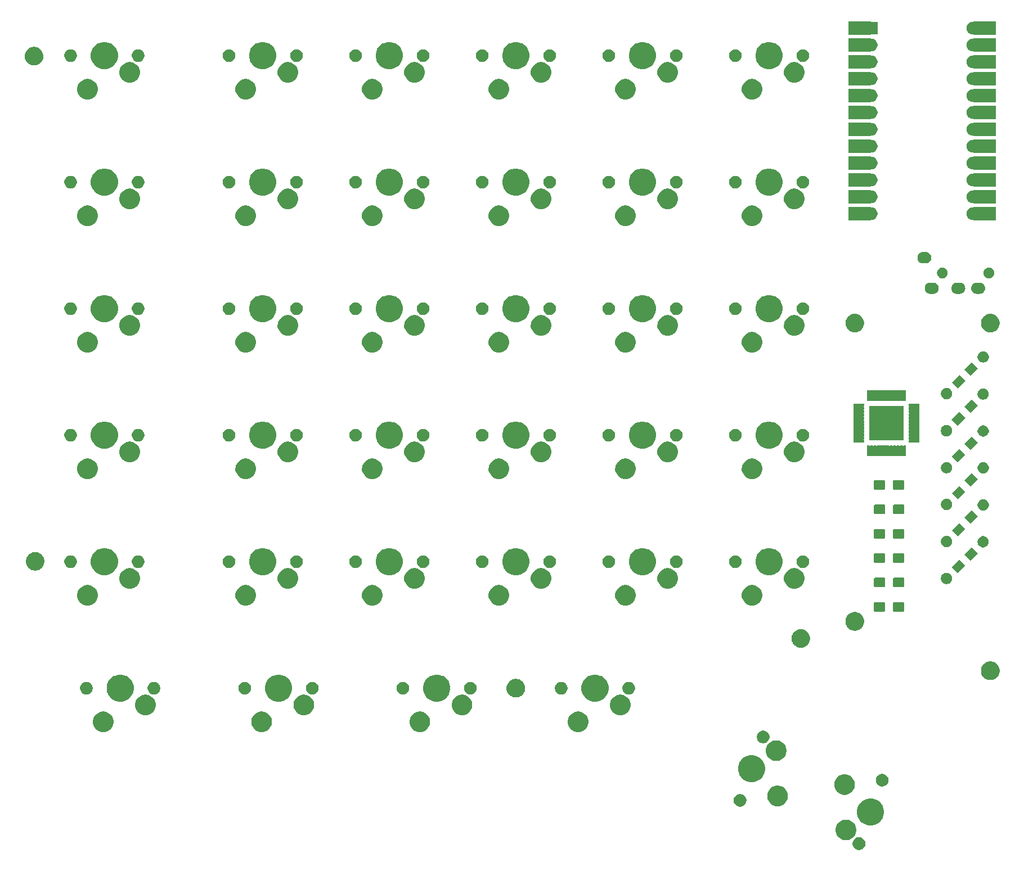
<source format=gbr>
G04 #@! TF.GenerationSoftware,KiCad,Pcbnew,(5.1.6)-1*
G04 #@! TF.CreationDate,2020-09-20T11:30:11-07:00*
G04 #@! TF.ProjectId,ortho_half,6f727468-6f5f-4686-916c-662e6b696361,rev?*
G04 #@! TF.SameCoordinates,Original*
G04 #@! TF.FileFunction,Soldermask,Top*
G04 #@! TF.FilePolarity,Negative*
%FSLAX46Y46*%
G04 Gerber Fmt 4.6, Leading zero omitted, Abs format (unit mm)*
G04 Created by KiCad (PCBNEW (5.1.6)-1) date 2020-09-20 11:30:11*
%MOMM*%
%LPD*%
G01*
G04 APERTURE LIST*
%ADD10C,0.100000*%
G04 APERTURE END LIST*
D10*
G36*
X132881047Y-141562147D02*
G01*
X133054118Y-141633835D01*
X133054119Y-141633836D01*
X133209879Y-141737911D01*
X133342342Y-141870374D01*
X133342343Y-141870376D01*
X133446418Y-142026135D01*
X133518106Y-142199206D01*
X133554652Y-142382934D01*
X133554652Y-142570268D01*
X133518106Y-142753996D01*
X133446418Y-142927067D01*
X133446417Y-142927068D01*
X133342342Y-143082828D01*
X133209879Y-143215291D01*
X133131470Y-143267682D01*
X133054118Y-143319367D01*
X132881047Y-143391055D01*
X132697319Y-143427601D01*
X132509985Y-143427601D01*
X132326257Y-143391055D01*
X132153186Y-143319367D01*
X132075834Y-143267682D01*
X131997425Y-143215291D01*
X131864962Y-143082828D01*
X131760887Y-142927068D01*
X131760886Y-142927067D01*
X131689198Y-142753996D01*
X131652652Y-142570268D01*
X131652652Y-142382934D01*
X131689198Y-142199206D01*
X131760886Y-142026135D01*
X131864961Y-141870376D01*
X131864962Y-141870374D01*
X131997425Y-141737911D01*
X132153185Y-141633836D01*
X132153186Y-141633835D01*
X132326257Y-141562147D01*
X132509985Y-141525601D01*
X132697319Y-141525601D01*
X132881047Y-141562147D01*
G37*
G36*
X130953783Y-138893262D02*
G01*
X131103608Y-138923064D01*
X131385872Y-139039981D01*
X131639903Y-139209719D01*
X131855939Y-139425755D01*
X132025677Y-139679786D01*
X132142594Y-139962050D01*
X132202198Y-140261700D01*
X132202198Y-140567220D01*
X132142594Y-140866870D01*
X132025677Y-141149134D01*
X131855939Y-141403165D01*
X131639903Y-141619201D01*
X131385872Y-141788939D01*
X131103608Y-141905856D01*
X130953783Y-141935658D01*
X130803959Y-141965460D01*
X130498437Y-141965460D01*
X130348613Y-141935658D01*
X130198788Y-141905856D01*
X129916524Y-141788939D01*
X129662493Y-141619201D01*
X129446457Y-141403165D01*
X129276719Y-141149134D01*
X129159802Y-140866870D01*
X129100198Y-140567220D01*
X129100198Y-140261700D01*
X129159802Y-139962050D01*
X129276719Y-139679786D01*
X129446457Y-139425755D01*
X129662493Y-139209719D01*
X129916524Y-139039981D01*
X130198788Y-138923064D01*
X130348613Y-138893262D01*
X130498437Y-138863460D01*
X130803959Y-138863460D01*
X130953783Y-138893262D01*
G37*
G36*
X134937588Y-135736646D02*
G01*
X135155588Y-135826945D01*
X135309737Y-135890795D01*
X135644662Y-136114585D01*
X135929491Y-136399414D01*
X136153281Y-136734339D01*
X136211781Y-136875571D01*
X136307430Y-137106488D01*
X136386014Y-137501556D01*
X136386014Y-137904368D01*
X136307430Y-138299436D01*
X136217131Y-138517436D01*
X136153281Y-138671585D01*
X135929491Y-139006510D01*
X135644662Y-139291339D01*
X135309737Y-139515129D01*
X135155588Y-139578979D01*
X134937588Y-139669278D01*
X134542520Y-139747862D01*
X134139708Y-139747862D01*
X133744640Y-139669278D01*
X133526640Y-139578979D01*
X133372491Y-139515129D01*
X133037566Y-139291339D01*
X132752737Y-139006510D01*
X132528947Y-138671585D01*
X132465097Y-138517436D01*
X132374798Y-138299436D01*
X132296214Y-137904368D01*
X132296214Y-137501556D01*
X132374798Y-137106488D01*
X132470447Y-136875571D01*
X132528947Y-136734339D01*
X132752737Y-136399414D01*
X133037566Y-136114585D01*
X133372491Y-135890795D01*
X133526640Y-135826945D01*
X133744640Y-135736646D01*
X134139708Y-135658062D01*
X134542520Y-135658062D01*
X134937588Y-135736646D01*
G37*
G36*
X114979903Y-135046663D02*
G01*
X115152974Y-135118351D01*
X115152975Y-135118352D01*
X115308735Y-135222427D01*
X115441198Y-135354890D01*
X115441199Y-135354892D01*
X115545274Y-135510651D01*
X115616962Y-135683722D01*
X115653508Y-135867450D01*
X115653508Y-136054784D01*
X115616962Y-136238512D01*
X115545274Y-136411583D01*
X115545273Y-136411584D01*
X115441198Y-136567344D01*
X115308735Y-136699807D01*
X115257054Y-136734339D01*
X115152974Y-136803883D01*
X114979903Y-136875571D01*
X114796175Y-136912117D01*
X114608841Y-136912117D01*
X114425113Y-136875571D01*
X114252042Y-136803883D01*
X114147962Y-136734339D01*
X114096281Y-136699807D01*
X113963818Y-136567344D01*
X113859743Y-136411584D01*
X113859742Y-136411583D01*
X113788054Y-136238512D01*
X113751508Y-136054784D01*
X113751508Y-135867450D01*
X113788054Y-135683722D01*
X113859742Y-135510651D01*
X113963817Y-135354892D01*
X113963818Y-135354890D01*
X114096281Y-135222427D01*
X114252041Y-135118352D01*
X114252042Y-135118351D01*
X114425113Y-135046663D01*
X114608841Y-135010117D01*
X114796175Y-135010117D01*
X114979903Y-135046663D01*
G37*
G36*
X120554587Y-133772088D02*
G01*
X120797287Y-133820364D01*
X121079551Y-133937281D01*
X121333582Y-134107019D01*
X121549618Y-134323055D01*
X121719356Y-134577086D01*
X121804822Y-134783421D01*
X121836273Y-134859351D01*
X121887792Y-135118351D01*
X121895877Y-135159000D01*
X121895877Y-135464520D01*
X121836273Y-135764170D01*
X121719356Y-136046434D01*
X121549618Y-136300465D01*
X121333582Y-136516501D01*
X121079551Y-136686239D01*
X120797287Y-136803156D01*
X120647462Y-136832958D01*
X120497638Y-136862760D01*
X120192116Y-136862760D01*
X120042292Y-136832958D01*
X119892467Y-136803156D01*
X119610203Y-136686239D01*
X119356172Y-136516501D01*
X119140136Y-136300465D01*
X118970398Y-136046434D01*
X118853481Y-135764170D01*
X118793877Y-135464520D01*
X118793877Y-135159000D01*
X118801963Y-135118351D01*
X118853481Y-134859351D01*
X118884932Y-134783421D01*
X118970398Y-134577086D01*
X119140136Y-134323055D01*
X119356172Y-134107019D01*
X119610203Y-133937281D01*
X119892467Y-133820364D01*
X120135167Y-133772088D01*
X120192116Y-133760760D01*
X120497638Y-133760760D01*
X120554587Y-133772088D01*
G37*
G36*
X130738792Y-132057482D02*
G01*
X130888617Y-132087284D01*
X131170881Y-132204201D01*
X131424912Y-132373939D01*
X131640948Y-132589975D01*
X131810686Y-132844006D01*
X131927603Y-133126270D01*
X131933078Y-133153794D01*
X131987207Y-133425919D01*
X131987207Y-133731441D01*
X131969519Y-133820364D01*
X131927603Y-134031090D01*
X131810686Y-134313354D01*
X131640948Y-134567385D01*
X131424912Y-134783421D01*
X131170881Y-134953159D01*
X130888617Y-135070076D01*
X130738792Y-135099878D01*
X130588968Y-135129680D01*
X130283446Y-135129680D01*
X130133622Y-135099878D01*
X129983797Y-135070076D01*
X129701533Y-134953159D01*
X129447502Y-134783421D01*
X129231466Y-134567385D01*
X129061728Y-134313354D01*
X128944811Y-134031090D01*
X128902895Y-133820364D01*
X128885207Y-133731441D01*
X128885207Y-133425919D01*
X128939336Y-133153794D01*
X128944811Y-133126270D01*
X129061728Y-132844006D01*
X129231466Y-132589975D01*
X129447502Y-132373939D01*
X129701533Y-132204201D01*
X129983797Y-132087284D01*
X130133622Y-132057482D01*
X130283446Y-132027680D01*
X130588968Y-132027680D01*
X130738792Y-132057482D01*
G37*
G36*
X136355971Y-132014869D02*
G01*
X136529042Y-132086557D01*
X136529043Y-132086558D01*
X136684803Y-132190633D01*
X136817266Y-132323096D01*
X136817267Y-132323098D01*
X136921342Y-132478857D01*
X136993030Y-132651928D01*
X137029576Y-132835656D01*
X137029576Y-133022990D01*
X136993030Y-133206718D01*
X136921342Y-133379789D01*
X136921341Y-133379790D01*
X136817266Y-133535550D01*
X136684803Y-133668013D01*
X136606394Y-133720404D01*
X136529042Y-133772089D01*
X136355971Y-133843777D01*
X136172243Y-133880323D01*
X135984909Y-133880323D01*
X135801181Y-133843777D01*
X135628110Y-133772089D01*
X135550758Y-133720404D01*
X135472349Y-133668013D01*
X135339886Y-133535550D01*
X135235811Y-133379790D01*
X135235810Y-133379789D01*
X135164122Y-133206718D01*
X135127576Y-133022990D01*
X135127576Y-132835656D01*
X135164122Y-132651928D01*
X135235810Y-132478857D01*
X135339885Y-132323098D01*
X135339886Y-132323096D01*
X135472349Y-132190633D01*
X135628109Y-132086558D01*
X135628110Y-132086557D01*
X135801181Y-132014869D01*
X135984909Y-131978323D01*
X136172243Y-131978323D01*
X136355971Y-132014869D01*
G37*
G36*
X117036444Y-129221162D02*
G01*
X117254444Y-129311461D01*
X117408593Y-129375311D01*
X117743518Y-129599101D01*
X118028347Y-129883930D01*
X118252137Y-130218855D01*
X118252137Y-130218856D01*
X118406286Y-130591004D01*
X118484870Y-130986072D01*
X118484870Y-131388884D01*
X118406286Y-131783952D01*
X118325775Y-131978323D01*
X118252137Y-132156101D01*
X118028347Y-132491026D01*
X117743518Y-132775855D01*
X117408593Y-132999645D01*
X117254444Y-133063495D01*
X117036444Y-133153794D01*
X116641376Y-133232378D01*
X116238564Y-133232378D01*
X115843496Y-133153794D01*
X115625496Y-133063495D01*
X115471347Y-132999645D01*
X115136422Y-132775855D01*
X114851593Y-132491026D01*
X114627803Y-132156101D01*
X114554165Y-131978323D01*
X114473654Y-131783952D01*
X114395070Y-131388884D01*
X114395070Y-130986072D01*
X114473654Y-130591004D01*
X114627803Y-130218856D01*
X114627803Y-130218855D01*
X114851593Y-129883930D01*
X115136422Y-129599101D01*
X115471347Y-129375311D01*
X115625496Y-129311461D01*
X115843496Y-129221162D01*
X116238564Y-129142578D01*
X116641376Y-129142578D01*
X117036444Y-129221162D01*
G37*
G36*
X120432471Y-126954782D02*
G01*
X120582296Y-126984584D01*
X120864560Y-127101501D01*
X121118591Y-127271239D01*
X121334627Y-127487275D01*
X121504365Y-127741306D01*
X121621282Y-128023570D01*
X121680886Y-128323220D01*
X121680886Y-128628740D01*
X121621282Y-128928390D01*
X121504365Y-129210654D01*
X121334627Y-129464685D01*
X121118591Y-129680721D01*
X120864560Y-129850459D01*
X120582296Y-129967376D01*
X120432471Y-129997178D01*
X120282647Y-130026980D01*
X119977125Y-130026980D01*
X119827301Y-129997178D01*
X119677476Y-129967376D01*
X119395212Y-129850459D01*
X119141181Y-129680721D01*
X118925145Y-129464685D01*
X118755407Y-129210654D01*
X118638490Y-128928390D01*
X118578886Y-128628740D01*
X118578886Y-128323220D01*
X118638490Y-128023570D01*
X118755407Y-127741306D01*
X118925145Y-127487275D01*
X119141181Y-127271239D01*
X119395212Y-127101501D01*
X119677476Y-126984584D01*
X119827301Y-126954782D01*
X119977125Y-126924980D01*
X120282647Y-126924980D01*
X120432471Y-126954782D01*
G37*
G36*
X118454827Y-125499385D02*
G01*
X118627898Y-125571073D01*
X118627899Y-125571074D01*
X118783659Y-125675149D01*
X118916122Y-125807612D01*
X118916123Y-125807614D01*
X119020198Y-125963373D01*
X119091886Y-126136444D01*
X119128432Y-126320172D01*
X119128432Y-126507506D01*
X119091886Y-126691234D01*
X119020198Y-126864305D01*
X119020197Y-126864306D01*
X118916122Y-127020066D01*
X118783659Y-127152529D01*
X118705250Y-127204920D01*
X118627898Y-127256605D01*
X118454827Y-127328293D01*
X118271099Y-127364839D01*
X118083765Y-127364839D01*
X117900037Y-127328293D01*
X117726966Y-127256605D01*
X117649614Y-127204920D01*
X117571205Y-127152529D01*
X117438742Y-127020066D01*
X117334667Y-126864306D01*
X117334666Y-126864305D01*
X117262978Y-126691234D01*
X117226432Y-126507506D01*
X117226432Y-126320172D01*
X117262978Y-126136444D01*
X117334666Y-125963373D01*
X117438741Y-125807614D01*
X117438742Y-125807612D01*
X117571205Y-125675149D01*
X117726965Y-125571074D01*
X117726966Y-125571073D01*
X117900037Y-125499385D01*
X118083765Y-125462839D01*
X118271099Y-125462839D01*
X118454827Y-125499385D01*
G37*
G36*
X43006085Y-122621302D02*
G01*
X43155910Y-122651104D01*
X43438174Y-122768021D01*
X43692205Y-122937759D01*
X43908241Y-123153795D01*
X44077979Y-123407826D01*
X44194896Y-123690090D01*
X44254500Y-123989740D01*
X44254500Y-124295260D01*
X44194896Y-124594910D01*
X44077979Y-124877174D01*
X43908241Y-125131205D01*
X43692205Y-125347241D01*
X43438174Y-125516979D01*
X43155910Y-125633896D01*
X43006085Y-125663698D01*
X42856261Y-125693500D01*
X42550739Y-125693500D01*
X42400915Y-125663698D01*
X42251090Y-125633896D01*
X41968826Y-125516979D01*
X41714795Y-125347241D01*
X41498759Y-125131205D01*
X41329021Y-124877174D01*
X41212104Y-124594910D01*
X41152500Y-124295260D01*
X41152500Y-123989740D01*
X41212104Y-123690090D01*
X41329021Y-123407826D01*
X41498759Y-123153795D01*
X41714795Y-122937759D01*
X41968826Y-122768021D01*
X42251090Y-122651104D01*
X42400915Y-122621302D01*
X42550739Y-122591500D01*
X42856261Y-122591500D01*
X43006085Y-122621302D01*
G37*
G36*
X90631085Y-122621302D02*
G01*
X90780910Y-122651104D01*
X91063174Y-122768021D01*
X91317205Y-122937759D01*
X91533241Y-123153795D01*
X91702979Y-123407826D01*
X91819896Y-123690090D01*
X91879500Y-123989740D01*
X91879500Y-124295260D01*
X91819896Y-124594910D01*
X91702979Y-124877174D01*
X91533241Y-125131205D01*
X91317205Y-125347241D01*
X91063174Y-125516979D01*
X90780910Y-125633896D01*
X90631085Y-125663698D01*
X90481261Y-125693500D01*
X90175739Y-125693500D01*
X90025915Y-125663698D01*
X89876090Y-125633896D01*
X89593826Y-125516979D01*
X89339795Y-125347241D01*
X89123759Y-125131205D01*
X88954021Y-124877174D01*
X88837104Y-124594910D01*
X88777500Y-124295260D01*
X88777500Y-123989740D01*
X88837104Y-123690090D01*
X88954021Y-123407826D01*
X89123759Y-123153795D01*
X89339795Y-122937759D01*
X89593826Y-122768021D01*
X89876090Y-122651104D01*
X90025915Y-122621302D01*
X90175739Y-122591500D01*
X90481261Y-122591500D01*
X90631085Y-122621302D01*
G37*
G36*
X66818585Y-122621302D02*
G01*
X66968410Y-122651104D01*
X67250674Y-122768021D01*
X67504705Y-122937759D01*
X67720741Y-123153795D01*
X67890479Y-123407826D01*
X68007396Y-123690090D01*
X68067000Y-123989740D01*
X68067000Y-124295260D01*
X68007396Y-124594910D01*
X67890479Y-124877174D01*
X67720741Y-125131205D01*
X67504705Y-125347241D01*
X67250674Y-125516979D01*
X66968410Y-125633896D01*
X66818585Y-125663698D01*
X66668761Y-125693500D01*
X66363239Y-125693500D01*
X66213415Y-125663698D01*
X66063590Y-125633896D01*
X65781326Y-125516979D01*
X65527295Y-125347241D01*
X65311259Y-125131205D01*
X65141521Y-124877174D01*
X65024604Y-124594910D01*
X64965000Y-124295260D01*
X64965000Y-123989740D01*
X65024604Y-123690090D01*
X65141521Y-123407826D01*
X65311259Y-123153795D01*
X65527295Y-122937759D01*
X65781326Y-122768021D01*
X66063590Y-122651104D01*
X66213415Y-122621302D01*
X66363239Y-122591500D01*
X66668761Y-122591500D01*
X66818585Y-122621302D01*
G37*
G36*
X19193585Y-122621302D02*
G01*
X19343410Y-122651104D01*
X19625674Y-122768021D01*
X19879705Y-122937759D01*
X20095741Y-123153795D01*
X20265479Y-123407826D01*
X20382396Y-123690090D01*
X20442000Y-123989740D01*
X20442000Y-124295260D01*
X20382396Y-124594910D01*
X20265479Y-124877174D01*
X20095741Y-125131205D01*
X19879705Y-125347241D01*
X19625674Y-125516979D01*
X19343410Y-125633896D01*
X19193585Y-125663698D01*
X19043761Y-125693500D01*
X18738239Y-125693500D01*
X18588415Y-125663698D01*
X18438590Y-125633896D01*
X18156326Y-125516979D01*
X17902295Y-125347241D01*
X17686259Y-125131205D01*
X17516521Y-124877174D01*
X17399604Y-124594910D01*
X17340000Y-124295260D01*
X17340000Y-123989740D01*
X17399604Y-123690090D01*
X17516521Y-123407826D01*
X17686259Y-123153795D01*
X17902295Y-122937759D01*
X18156326Y-122768021D01*
X18438590Y-122651104D01*
X18588415Y-122621302D01*
X18738239Y-122591500D01*
X19043761Y-122591500D01*
X19193585Y-122621302D01*
G37*
G36*
X96981085Y-120081302D02*
G01*
X97130910Y-120111104D01*
X97413174Y-120228021D01*
X97667205Y-120397759D01*
X97883241Y-120613795D01*
X98052979Y-120867826D01*
X98169896Y-121150090D01*
X98229500Y-121449740D01*
X98229500Y-121755260D01*
X98169896Y-122054910D01*
X98052979Y-122337174D01*
X97883241Y-122591205D01*
X97667205Y-122807241D01*
X97413174Y-122976979D01*
X97130910Y-123093896D01*
X96981085Y-123123698D01*
X96831261Y-123153500D01*
X96525739Y-123153500D01*
X96375915Y-123123698D01*
X96226090Y-123093896D01*
X95943826Y-122976979D01*
X95689795Y-122807241D01*
X95473759Y-122591205D01*
X95304021Y-122337174D01*
X95187104Y-122054910D01*
X95127500Y-121755260D01*
X95127500Y-121449740D01*
X95187104Y-121150090D01*
X95304021Y-120867826D01*
X95473759Y-120613795D01*
X95689795Y-120397759D01*
X95943826Y-120228021D01*
X96226090Y-120111104D01*
X96375915Y-120081302D01*
X96525739Y-120051500D01*
X96831261Y-120051500D01*
X96981085Y-120081302D01*
G37*
G36*
X25543585Y-120081302D02*
G01*
X25693410Y-120111104D01*
X25975674Y-120228021D01*
X26229705Y-120397759D01*
X26445741Y-120613795D01*
X26615479Y-120867826D01*
X26732396Y-121150090D01*
X26792000Y-121449740D01*
X26792000Y-121755260D01*
X26732396Y-122054910D01*
X26615479Y-122337174D01*
X26445741Y-122591205D01*
X26229705Y-122807241D01*
X25975674Y-122976979D01*
X25693410Y-123093896D01*
X25543585Y-123123698D01*
X25393761Y-123153500D01*
X25088239Y-123153500D01*
X24938415Y-123123698D01*
X24788590Y-123093896D01*
X24506326Y-122976979D01*
X24252295Y-122807241D01*
X24036259Y-122591205D01*
X23866521Y-122337174D01*
X23749604Y-122054910D01*
X23690000Y-121755260D01*
X23690000Y-121449740D01*
X23749604Y-121150090D01*
X23866521Y-120867826D01*
X24036259Y-120613795D01*
X24252295Y-120397759D01*
X24506326Y-120228021D01*
X24788590Y-120111104D01*
X24938415Y-120081302D01*
X25088239Y-120051500D01*
X25393761Y-120051500D01*
X25543585Y-120081302D01*
G37*
G36*
X49356085Y-120081302D02*
G01*
X49505910Y-120111104D01*
X49788174Y-120228021D01*
X50042205Y-120397759D01*
X50258241Y-120613795D01*
X50427979Y-120867826D01*
X50544896Y-121150090D01*
X50604500Y-121449740D01*
X50604500Y-121755260D01*
X50544896Y-122054910D01*
X50427979Y-122337174D01*
X50258241Y-122591205D01*
X50042205Y-122807241D01*
X49788174Y-122976979D01*
X49505910Y-123093896D01*
X49356085Y-123123698D01*
X49206261Y-123153500D01*
X48900739Y-123153500D01*
X48750915Y-123123698D01*
X48601090Y-123093896D01*
X48318826Y-122976979D01*
X48064795Y-122807241D01*
X47848759Y-122591205D01*
X47679021Y-122337174D01*
X47562104Y-122054910D01*
X47502500Y-121755260D01*
X47502500Y-121449740D01*
X47562104Y-121150090D01*
X47679021Y-120867826D01*
X47848759Y-120613795D01*
X48064795Y-120397759D01*
X48318826Y-120228021D01*
X48601090Y-120111104D01*
X48750915Y-120081302D01*
X48900739Y-120051500D01*
X49206261Y-120051500D01*
X49356085Y-120081302D01*
G37*
G36*
X73168585Y-120081302D02*
G01*
X73318410Y-120111104D01*
X73600674Y-120228021D01*
X73854705Y-120397759D01*
X74070741Y-120613795D01*
X74240479Y-120867826D01*
X74357396Y-121150090D01*
X74417000Y-121449740D01*
X74417000Y-121755260D01*
X74357396Y-122054910D01*
X74240479Y-122337174D01*
X74070741Y-122591205D01*
X73854705Y-122807241D01*
X73600674Y-122976979D01*
X73318410Y-123093896D01*
X73168585Y-123123698D01*
X73018761Y-123153500D01*
X72713239Y-123153500D01*
X72563415Y-123123698D01*
X72413590Y-123093896D01*
X72131326Y-122976979D01*
X71877295Y-122807241D01*
X71661259Y-122591205D01*
X71491521Y-122337174D01*
X71374604Y-122054910D01*
X71315000Y-121755260D01*
X71315000Y-121449740D01*
X71374604Y-121150090D01*
X71491521Y-120867826D01*
X71661259Y-120613795D01*
X71877295Y-120397759D01*
X72131326Y-120228021D01*
X72413590Y-120111104D01*
X72563415Y-120081302D01*
X72713239Y-120051500D01*
X73018761Y-120051500D01*
X73168585Y-120081302D01*
G37*
G36*
X69652474Y-117096184D02*
G01*
X69870474Y-117186483D01*
X70024623Y-117250333D01*
X70359548Y-117474123D01*
X70644377Y-117758952D01*
X70868167Y-118093877D01*
X70890604Y-118148046D01*
X71022316Y-118466026D01*
X71100900Y-118861094D01*
X71100900Y-119263906D01*
X71022316Y-119658974D01*
X70932017Y-119876974D01*
X70868167Y-120031123D01*
X70644377Y-120366048D01*
X70359548Y-120650877D01*
X70024623Y-120874667D01*
X69870474Y-120938517D01*
X69652474Y-121028816D01*
X69257406Y-121107400D01*
X68854594Y-121107400D01*
X68459526Y-121028816D01*
X68241526Y-120938517D01*
X68087377Y-120874667D01*
X67752452Y-120650877D01*
X67467623Y-120366048D01*
X67243833Y-120031123D01*
X67179983Y-119876974D01*
X67089684Y-119658974D01*
X67011100Y-119263906D01*
X67011100Y-118861094D01*
X67089684Y-118466026D01*
X67221396Y-118148046D01*
X67243833Y-118093877D01*
X67467623Y-117758952D01*
X67752452Y-117474123D01*
X68087377Y-117250333D01*
X68241526Y-117186483D01*
X68459526Y-117096184D01*
X68854594Y-117017600D01*
X69257406Y-117017600D01*
X69652474Y-117096184D01*
G37*
G36*
X22027474Y-117096184D02*
G01*
X22245474Y-117186483D01*
X22399623Y-117250333D01*
X22734548Y-117474123D01*
X23019377Y-117758952D01*
X23243167Y-118093877D01*
X23265604Y-118148046D01*
X23397316Y-118466026D01*
X23475900Y-118861094D01*
X23475900Y-119263906D01*
X23397316Y-119658974D01*
X23307017Y-119876974D01*
X23243167Y-120031123D01*
X23019377Y-120366048D01*
X22734548Y-120650877D01*
X22399623Y-120874667D01*
X22245474Y-120938517D01*
X22027474Y-121028816D01*
X21632406Y-121107400D01*
X21229594Y-121107400D01*
X20834526Y-121028816D01*
X20616526Y-120938517D01*
X20462377Y-120874667D01*
X20127452Y-120650877D01*
X19842623Y-120366048D01*
X19618833Y-120031123D01*
X19554983Y-119876974D01*
X19464684Y-119658974D01*
X19386100Y-119263906D01*
X19386100Y-118861094D01*
X19464684Y-118466026D01*
X19596396Y-118148046D01*
X19618833Y-118093877D01*
X19842623Y-117758952D01*
X20127452Y-117474123D01*
X20462377Y-117250333D01*
X20616526Y-117186483D01*
X20834526Y-117096184D01*
X21229594Y-117017600D01*
X21632406Y-117017600D01*
X22027474Y-117096184D01*
G37*
G36*
X93464974Y-117096184D02*
G01*
X93682974Y-117186483D01*
X93837123Y-117250333D01*
X94172048Y-117474123D01*
X94456877Y-117758952D01*
X94680667Y-118093877D01*
X94703104Y-118148046D01*
X94834816Y-118466026D01*
X94913400Y-118861094D01*
X94913400Y-119263906D01*
X94834816Y-119658974D01*
X94744517Y-119876974D01*
X94680667Y-120031123D01*
X94456877Y-120366048D01*
X94172048Y-120650877D01*
X93837123Y-120874667D01*
X93682974Y-120938517D01*
X93464974Y-121028816D01*
X93069906Y-121107400D01*
X92667094Y-121107400D01*
X92272026Y-121028816D01*
X92054026Y-120938517D01*
X91899877Y-120874667D01*
X91564952Y-120650877D01*
X91280123Y-120366048D01*
X91056333Y-120031123D01*
X90992483Y-119876974D01*
X90902184Y-119658974D01*
X90823600Y-119263906D01*
X90823600Y-118861094D01*
X90902184Y-118466026D01*
X91033896Y-118148046D01*
X91056333Y-118093877D01*
X91280123Y-117758952D01*
X91564952Y-117474123D01*
X91899877Y-117250333D01*
X92054026Y-117186483D01*
X92272026Y-117096184D01*
X92667094Y-117017600D01*
X93069906Y-117017600D01*
X93464974Y-117096184D01*
G37*
G36*
X45839974Y-117096184D02*
G01*
X46057974Y-117186483D01*
X46212123Y-117250333D01*
X46547048Y-117474123D01*
X46831877Y-117758952D01*
X47055667Y-118093877D01*
X47078104Y-118148046D01*
X47209816Y-118466026D01*
X47288400Y-118861094D01*
X47288400Y-119263906D01*
X47209816Y-119658974D01*
X47119517Y-119876974D01*
X47055667Y-120031123D01*
X46831877Y-120366048D01*
X46547048Y-120650877D01*
X46212123Y-120874667D01*
X46057974Y-120938517D01*
X45839974Y-121028816D01*
X45444906Y-121107400D01*
X45042094Y-121107400D01*
X44647026Y-121028816D01*
X44429026Y-120938517D01*
X44274877Y-120874667D01*
X43939952Y-120650877D01*
X43655123Y-120366048D01*
X43431333Y-120031123D01*
X43367483Y-119876974D01*
X43277184Y-119658974D01*
X43198600Y-119263906D01*
X43198600Y-118861094D01*
X43277184Y-118466026D01*
X43408896Y-118148046D01*
X43431333Y-118093877D01*
X43655123Y-117758952D01*
X43939952Y-117474123D01*
X44274877Y-117250333D01*
X44429026Y-117186483D01*
X44647026Y-117096184D01*
X45042094Y-117017600D01*
X45444906Y-117017600D01*
X45839974Y-117096184D01*
G37*
G36*
X81280683Y-117697393D02*
G01*
X81370907Y-117715339D01*
X81476197Y-117758952D01*
X81625871Y-117820949D01*
X81702013Y-117871825D01*
X81855336Y-117974272D01*
X82050478Y-118169414D01*
X82084101Y-118219735D01*
X82203801Y-118398879D01*
X82231614Y-118466026D01*
X82292093Y-118612033D01*
X82309411Y-118653844D01*
X82363250Y-118924512D01*
X82363250Y-119200488D01*
X82350635Y-119263906D01*
X82309411Y-119471157D01*
X82265665Y-119576767D01*
X82203801Y-119726121D01*
X82203800Y-119726122D01*
X82050478Y-119955586D01*
X81855336Y-120150728D01*
X81739658Y-120228021D01*
X81625871Y-120304051D01*
X81476517Y-120365915D01*
X81370907Y-120409661D01*
X81280683Y-120427607D01*
X81100238Y-120463500D01*
X80824262Y-120463500D01*
X80643817Y-120427607D01*
X80553593Y-120409661D01*
X80447983Y-120365915D01*
X80298629Y-120304051D01*
X80184842Y-120228021D01*
X80069164Y-120150728D01*
X79874022Y-119955586D01*
X79720700Y-119726122D01*
X79720699Y-119726121D01*
X79658835Y-119576767D01*
X79615089Y-119471157D01*
X79573865Y-119263906D01*
X79561250Y-119200488D01*
X79561250Y-118924512D01*
X79615089Y-118653844D01*
X79632408Y-118612033D01*
X79692886Y-118466026D01*
X79720699Y-118398879D01*
X79840399Y-118219735D01*
X79874022Y-118169414D01*
X80069164Y-117974272D01*
X80222487Y-117871825D01*
X80298629Y-117820949D01*
X80448303Y-117758952D01*
X80553593Y-117715339D01*
X80643817Y-117697393D01*
X80824262Y-117661500D01*
X81100238Y-117661500D01*
X81280683Y-117697393D01*
G37*
G36*
X50600895Y-118148046D02*
G01*
X50773966Y-118219734D01*
X50773967Y-118219735D01*
X50929727Y-118323810D01*
X51062190Y-118456273D01*
X51114581Y-118534682D01*
X51166266Y-118612034D01*
X51237954Y-118785105D01*
X51274500Y-118968833D01*
X51274500Y-119156167D01*
X51237954Y-119339895D01*
X51166266Y-119512966D01*
X51166265Y-119512967D01*
X51062190Y-119668727D01*
X50929727Y-119801190D01*
X50851318Y-119853581D01*
X50773966Y-119905266D01*
X50600895Y-119976954D01*
X50417167Y-120013500D01*
X50229833Y-120013500D01*
X50046105Y-119976954D01*
X49873034Y-119905266D01*
X49795682Y-119853581D01*
X49717273Y-119801190D01*
X49584810Y-119668727D01*
X49480735Y-119512967D01*
X49480734Y-119512966D01*
X49409046Y-119339895D01*
X49372500Y-119156167D01*
X49372500Y-118968833D01*
X49409046Y-118785105D01*
X49480734Y-118612034D01*
X49532419Y-118534682D01*
X49584810Y-118456273D01*
X49717273Y-118323810D01*
X49873033Y-118219735D01*
X49873034Y-118219734D01*
X50046105Y-118148046D01*
X50229833Y-118111500D01*
X50417167Y-118111500D01*
X50600895Y-118148046D01*
G37*
G36*
X26788395Y-118148046D02*
G01*
X26961466Y-118219734D01*
X26961467Y-118219735D01*
X27117227Y-118323810D01*
X27249690Y-118456273D01*
X27302081Y-118534682D01*
X27353766Y-118612034D01*
X27425454Y-118785105D01*
X27462000Y-118968833D01*
X27462000Y-119156167D01*
X27425454Y-119339895D01*
X27353766Y-119512966D01*
X27353765Y-119512967D01*
X27249690Y-119668727D01*
X27117227Y-119801190D01*
X27038818Y-119853581D01*
X26961466Y-119905266D01*
X26788395Y-119976954D01*
X26604667Y-120013500D01*
X26417333Y-120013500D01*
X26233605Y-119976954D01*
X26060534Y-119905266D01*
X25983182Y-119853581D01*
X25904773Y-119801190D01*
X25772310Y-119668727D01*
X25668235Y-119512967D01*
X25668234Y-119512966D01*
X25596546Y-119339895D01*
X25560000Y-119156167D01*
X25560000Y-118968833D01*
X25596546Y-118785105D01*
X25668234Y-118612034D01*
X25719919Y-118534682D01*
X25772310Y-118456273D01*
X25904773Y-118323810D01*
X26060533Y-118219735D01*
X26060534Y-118219734D01*
X26233605Y-118148046D01*
X26417333Y-118111500D01*
X26604667Y-118111500D01*
X26788395Y-118148046D01*
G37*
G36*
X40440895Y-118148046D02*
G01*
X40613966Y-118219734D01*
X40613967Y-118219735D01*
X40769727Y-118323810D01*
X40902190Y-118456273D01*
X40954581Y-118534682D01*
X41006266Y-118612034D01*
X41077954Y-118785105D01*
X41114500Y-118968833D01*
X41114500Y-119156167D01*
X41077954Y-119339895D01*
X41006266Y-119512966D01*
X41006265Y-119512967D01*
X40902190Y-119668727D01*
X40769727Y-119801190D01*
X40691318Y-119853581D01*
X40613966Y-119905266D01*
X40440895Y-119976954D01*
X40257167Y-120013500D01*
X40069833Y-120013500D01*
X39886105Y-119976954D01*
X39713034Y-119905266D01*
X39635682Y-119853581D01*
X39557273Y-119801190D01*
X39424810Y-119668727D01*
X39320735Y-119512967D01*
X39320734Y-119512966D01*
X39249046Y-119339895D01*
X39212500Y-119156167D01*
X39212500Y-118968833D01*
X39249046Y-118785105D01*
X39320734Y-118612034D01*
X39372419Y-118534682D01*
X39424810Y-118456273D01*
X39557273Y-118323810D01*
X39713033Y-118219735D01*
X39713034Y-118219734D01*
X39886105Y-118148046D01*
X40069833Y-118111500D01*
X40257167Y-118111500D01*
X40440895Y-118148046D01*
G37*
G36*
X64253395Y-118148046D02*
G01*
X64426466Y-118219734D01*
X64426467Y-118219735D01*
X64582227Y-118323810D01*
X64714690Y-118456273D01*
X64767081Y-118534682D01*
X64818766Y-118612034D01*
X64890454Y-118785105D01*
X64927000Y-118968833D01*
X64927000Y-119156167D01*
X64890454Y-119339895D01*
X64818766Y-119512966D01*
X64818765Y-119512967D01*
X64714690Y-119668727D01*
X64582227Y-119801190D01*
X64503818Y-119853581D01*
X64426466Y-119905266D01*
X64253395Y-119976954D01*
X64069667Y-120013500D01*
X63882333Y-120013500D01*
X63698605Y-119976954D01*
X63525534Y-119905266D01*
X63448182Y-119853581D01*
X63369773Y-119801190D01*
X63237310Y-119668727D01*
X63133235Y-119512967D01*
X63133234Y-119512966D01*
X63061546Y-119339895D01*
X63025000Y-119156167D01*
X63025000Y-118968833D01*
X63061546Y-118785105D01*
X63133234Y-118612034D01*
X63184919Y-118534682D01*
X63237310Y-118456273D01*
X63369773Y-118323810D01*
X63525533Y-118219735D01*
X63525534Y-118219734D01*
X63698605Y-118148046D01*
X63882333Y-118111500D01*
X64069667Y-118111500D01*
X64253395Y-118148046D01*
G37*
G36*
X98225895Y-118148046D02*
G01*
X98398966Y-118219734D01*
X98398967Y-118219735D01*
X98554727Y-118323810D01*
X98687190Y-118456273D01*
X98739581Y-118534682D01*
X98791266Y-118612034D01*
X98862954Y-118785105D01*
X98899500Y-118968833D01*
X98899500Y-119156167D01*
X98862954Y-119339895D01*
X98791266Y-119512966D01*
X98791265Y-119512967D01*
X98687190Y-119668727D01*
X98554727Y-119801190D01*
X98476318Y-119853581D01*
X98398966Y-119905266D01*
X98225895Y-119976954D01*
X98042167Y-120013500D01*
X97854833Y-120013500D01*
X97671105Y-119976954D01*
X97498034Y-119905266D01*
X97420682Y-119853581D01*
X97342273Y-119801190D01*
X97209810Y-119668727D01*
X97105735Y-119512967D01*
X97105734Y-119512966D01*
X97034046Y-119339895D01*
X96997500Y-119156167D01*
X96997500Y-118968833D01*
X97034046Y-118785105D01*
X97105734Y-118612034D01*
X97157419Y-118534682D01*
X97209810Y-118456273D01*
X97342273Y-118323810D01*
X97498033Y-118219735D01*
X97498034Y-118219734D01*
X97671105Y-118148046D01*
X97854833Y-118111500D01*
X98042167Y-118111500D01*
X98225895Y-118148046D01*
G37*
G36*
X88065895Y-118148046D02*
G01*
X88238966Y-118219734D01*
X88238967Y-118219735D01*
X88394727Y-118323810D01*
X88527190Y-118456273D01*
X88579581Y-118534682D01*
X88631266Y-118612034D01*
X88702954Y-118785105D01*
X88739500Y-118968833D01*
X88739500Y-119156167D01*
X88702954Y-119339895D01*
X88631266Y-119512966D01*
X88631265Y-119512967D01*
X88527190Y-119668727D01*
X88394727Y-119801190D01*
X88316318Y-119853581D01*
X88238966Y-119905266D01*
X88065895Y-119976954D01*
X87882167Y-120013500D01*
X87694833Y-120013500D01*
X87511105Y-119976954D01*
X87338034Y-119905266D01*
X87260682Y-119853581D01*
X87182273Y-119801190D01*
X87049810Y-119668727D01*
X86945735Y-119512967D01*
X86945734Y-119512966D01*
X86874046Y-119339895D01*
X86837500Y-119156167D01*
X86837500Y-118968833D01*
X86874046Y-118785105D01*
X86945734Y-118612034D01*
X86997419Y-118534682D01*
X87049810Y-118456273D01*
X87182273Y-118323810D01*
X87338033Y-118219735D01*
X87338034Y-118219734D01*
X87511105Y-118148046D01*
X87694833Y-118111500D01*
X87882167Y-118111500D01*
X88065895Y-118148046D01*
G37*
G36*
X74413395Y-118148046D02*
G01*
X74586466Y-118219734D01*
X74586467Y-118219735D01*
X74742227Y-118323810D01*
X74874690Y-118456273D01*
X74927081Y-118534682D01*
X74978766Y-118612034D01*
X75050454Y-118785105D01*
X75087000Y-118968833D01*
X75087000Y-119156167D01*
X75050454Y-119339895D01*
X74978766Y-119512966D01*
X74978765Y-119512967D01*
X74874690Y-119668727D01*
X74742227Y-119801190D01*
X74663818Y-119853581D01*
X74586466Y-119905266D01*
X74413395Y-119976954D01*
X74229667Y-120013500D01*
X74042333Y-120013500D01*
X73858605Y-119976954D01*
X73685534Y-119905266D01*
X73608182Y-119853581D01*
X73529773Y-119801190D01*
X73397310Y-119668727D01*
X73293235Y-119512967D01*
X73293234Y-119512966D01*
X73221546Y-119339895D01*
X73185000Y-119156167D01*
X73185000Y-118968833D01*
X73221546Y-118785105D01*
X73293234Y-118612034D01*
X73344919Y-118534682D01*
X73397310Y-118456273D01*
X73529773Y-118323810D01*
X73685533Y-118219735D01*
X73685534Y-118219734D01*
X73858605Y-118148046D01*
X74042333Y-118111500D01*
X74229667Y-118111500D01*
X74413395Y-118148046D01*
G37*
G36*
X16628395Y-118148046D02*
G01*
X16801466Y-118219734D01*
X16801467Y-118219735D01*
X16957227Y-118323810D01*
X17089690Y-118456273D01*
X17142081Y-118534682D01*
X17193766Y-118612034D01*
X17265454Y-118785105D01*
X17302000Y-118968833D01*
X17302000Y-119156167D01*
X17265454Y-119339895D01*
X17193766Y-119512966D01*
X17193765Y-119512967D01*
X17089690Y-119668727D01*
X16957227Y-119801190D01*
X16878818Y-119853581D01*
X16801466Y-119905266D01*
X16628395Y-119976954D01*
X16444667Y-120013500D01*
X16257333Y-120013500D01*
X16073605Y-119976954D01*
X15900534Y-119905266D01*
X15823182Y-119853581D01*
X15744773Y-119801190D01*
X15612310Y-119668727D01*
X15508235Y-119512967D01*
X15508234Y-119512966D01*
X15436546Y-119339895D01*
X15400000Y-119156167D01*
X15400000Y-118968833D01*
X15436546Y-118785105D01*
X15508234Y-118612034D01*
X15559919Y-118534682D01*
X15612310Y-118456273D01*
X15744773Y-118323810D01*
X15900533Y-118219735D01*
X15900534Y-118219734D01*
X16073605Y-118148046D01*
X16257333Y-118111500D01*
X16444667Y-118111500D01*
X16628395Y-118148046D01*
G37*
G36*
X152683933Y-115068893D02*
G01*
X152774157Y-115086839D01*
X152879767Y-115130585D01*
X153029121Y-115192449D01*
X153029122Y-115192450D01*
X153258586Y-115345772D01*
X153453728Y-115540914D01*
X153556175Y-115694237D01*
X153607051Y-115770379D01*
X153712661Y-116025344D01*
X153766500Y-116296012D01*
X153766500Y-116571988D01*
X153712661Y-116842656D01*
X153607051Y-117097621D01*
X153607050Y-117097622D01*
X153453728Y-117327086D01*
X153258586Y-117522228D01*
X153105263Y-117624675D01*
X153029121Y-117675551D01*
X152933064Y-117715339D01*
X152774157Y-117781161D01*
X152683933Y-117799107D01*
X152503488Y-117835000D01*
X152227512Y-117835000D01*
X152047067Y-117799107D01*
X151956843Y-117781161D01*
X151797936Y-117715339D01*
X151701879Y-117675551D01*
X151625737Y-117624675D01*
X151472414Y-117522228D01*
X151277272Y-117327086D01*
X151123950Y-117097622D01*
X151123949Y-117097621D01*
X151018339Y-116842656D01*
X150964500Y-116571988D01*
X150964500Y-116296012D01*
X151018339Y-116025344D01*
X151123949Y-115770379D01*
X151174825Y-115694237D01*
X151277272Y-115540914D01*
X151472414Y-115345772D01*
X151701878Y-115192450D01*
X151701879Y-115192449D01*
X151851233Y-115130585D01*
X151956843Y-115086839D01*
X152047067Y-115068893D01*
X152227512Y-115033000D01*
X152503488Y-115033000D01*
X152683933Y-115068893D01*
G37*
G36*
X124168833Y-110217093D02*
G01*
X124259057Y-110235039D01*
X124303748Y-110253551D01*
X124514021Y-110340649D01*
X124514022Y-110340650D01*
X124743486Y-110493972D01*
X124938628Y-110689114D01*
X125041075Y-110842437D01*
X125091951Y-110918579D01*
X125197561Y-111173544D01*
X125251400Y-111444212D01*
X125251400Y-111720188D01*
X125197561Y-111990856D01*
X125091951Y-112245821D01*
X125091950Y-112245822D01*
X124938628Y-112475286D01*
X124743486Y-112670428D01*
X124590163Y-112772875D01*
X124514021Y-112823751D01*
X124364667Y-112885615D01*
X124259057Y-112929361D01*
X124168833Y-112947307D01*
X123988388Y-112983200D01*
X123712412Y-112983200D01*
X123531967Y-112947307D01*
X123441743Y-112929361D01*
X123336133Y-112885615D01*
X123186779Y-112823751D01*
X123110637Y-112772875D01*
X122957314Y-112670428D01*
X122762172Y-112475286D01*
X122608850Y-112245822D01*
X122608849Y-112245821D01*
X122503239Y-111990856D01*
X122449400Y-111720188D01*
X122449400Y-111444212D01*
X122503239Y-111173544D01*
X122608849Y-110918579D01*
X122659725Y-110842437D01*
X122762172Y-110689114D01*
X122957314Y-110493972D01*
X123186778Y-110340650D01*
X123186779Y-110340649D01*
X123397052Y-110253551D01*
X123441743Y-110235039D01*
X123531967Y-110217093D01*
X123712412Y-110181200D01*
X123988388Y-110181200D01*
X124168833Y-110217093D01*
G37*
G36*
X132292933Y-107646893D02*
G01*
X132383157Y-107664839D01*
X132488767Y-107708585D01*
X132638121Y-107770449D01*
X132638122Y-107770450D01*
X132867586Y-107923772D01*
X133062728Y-108118914D01*
X133165175Y-108272237D01*
X133216051Y-108348379D01*
X133321661Y-108603344D01*
X133375500Y-108874012D01*
X133375500Y-109149988D01*
X133321661Y-109420656D01*
X133216051Y-109675621D01*
X133216050Y-109675622D01*
X133062728Y-109905086D01*
X132867586Y-110100228D01*
X132746402Y-110181200D01*
X132638121Y-110253551D01*
X132488767Y-110315415D01*
X132383157Y-110359161D01*
X132292933Y-110377107D01*
X132112488Y-110413000D01*
X131836512Y-110413000D01*
X131656067Y-110377107D01*
X131565843Y-110359161D01*
X131460233Y-110315415D01*
X131310879Y-110253551D01*
X131202598Y-110181200D01*
X131081414Y-110100228D01*
X130886272Y-109905086D01*
X130732950Y-109675622D01*
X130732949Y-109675621D01*
X130627339Y-109420656D01*
X130573500Y-109149988D01*
X130573500Y-108874012D01*
X130627339Y-108603344D01*
X130732949Y-108348379D01*
X130783825Y-108272237D01*
X130886272Y-108118914D01*
X131081414Y-107923772D01*
X131310878Y-107770450D01*
X131310879Y-107770449D01*
X131460233Y-107708585D01*
X131565843Y-107664839D01*
X131656067Y-107646893D01*
X131836512Y-107611000D01*
X132112488Y-107611000D01*
X132292933Y-107646893D01*
G37*
G36*
X136368999Y-106108448D02*
G01*
X136404568Y-106119238D01*
X136437340Y-106136755D01*
X136466070Y-106160332D01*
X136489647Y-106189062D01*
X136507164Y-106221834D01*
X136517954Y-106257403D01*
X136522201Y-106300526D01*
X136522201Y-107359876D01*
X136517954Y-107402999D01*
X136507164Y-107438568D01*
X136489647Y-107471340D01*
X136466070Y-107500070D01*
X136437340Y-107523647D01*
X136404568Y-107541164D01*
X136368999Y-107551954D01*
X136325876Y-107556201D01*
X135041526Y-107556201D01*
X134998403Y-107551954D01*
X134962834Y-107541164D01*
X134930062Y-107523647D01*
X134901332Y-107500070D01*
X134877755Y-107471340D01*
X134860238Y-107438568D01*
X134849448Y-107402999D01*
X134845201Y-107359876D01*
X134845201Y-106300526D01*
X134849448Y-106257403D01*
X134860238Y-106221834D01*
X134877755Y-106189062D01*
X134901332Y-106160332D01*
X134930062Y-106136755D01*
X134962834Y-106119238D01*
X134998403Y-106108448D01*
X135041526Y-106104201D01*
X136325876Y-106104201D01*
X136368999Y-106108448D01*
G37*
G36*
X139243999Y-106108448D02*
G01*
X139279568Y-106119238D01*
X139312340Y-106136755D01*
X139341070Y-106160332D01*
X139364647Y-106189062D01*
X139382164Y-106221834D01*
X139392954Y-106257403D01*
X139397201Y-106300526D01*
X139397201Y-107359876D01*
X139392954Y-107402999D01*
X139382164Y-107438568D01*
X139364647Y-107471340D01*
X139341070Y-107500070D01*
X139312340Y-107523647D01*
X139279568Y-107541164D01*
X139243999Y-107551954D01*
X139200876Y-107556201D01*
X137916526Y-107556201D01*
X137873403Y-107551954D01*
X137837834Y-107541164D01*
X137805062Y-107523647D01*
X137776332Y-107500070D01*
X137752755Y-107471340D01*
X137735238Y-107438568D01*
X137724448Y-107402999D01*
X137720201Y-107359876D01*
X137720201Y-106300526D01*
X137724448Y-106257403D01*
X137735238Y-106221834D01*
X137752755Y-106189062D01*
X137776332Y-106160332D01*
X137805062Y-106136755D01*
X137837834Y-106119238D01*
X137873403Y-106108448D01*
X137916526Y-106104201D01*
X139200876Y-106104201D01*
X139243999Y-106108448D01*
G37*
G36*
X116825085Y-103571302D02*
G01*
X116974910Y-103601104D01*
X117257174Y-103718021D01*
X117511205Y-103887759D01*
X117727241Y-104103795D01*
X117896979Y-104357826D01*
X118013896Y-104640090D01*
X118073500Y-104939740D01*
X118073500Y-105245260D01*
X118013896Y-105544910D01*
X117896979Y-105827174D01*
X117727241Y-106081205D01*
X117511205Y-106297241D01*
X117257174Y-106466979D01*
X116974910Y-106583896D01*
X116825085Y-106613698D01*
X116675261Y-106643500D01*
X116369739Y-106643500D01*
X116219915Y-106613698D01*
X116070090Y-106583896D01*
X115787826Y-106466979D01*
X115533795Y-106297241D01*
X115317759Y-106081205D01*
X115148021Y-105827174D01*
X115031104Y-105544910D01*
X114971500Y-105245260D01*
X114971500Y-104939740D01*
X115031104Y-104640090D01*
X115148021Y-104357826D01*
X115317759Y-104103795D01*
X115533795Y-103887759D01*
X115787826Y-103718021D01*
X116070090Y-103601104D01*
X116219915Y-103571302D01*
X116369739Y-103541500D01*
X116675261Y-103541500D01*
X116825085Y-103571302D01*
G37*
G36*
X16813085Y-103571302D02*
G01*
X16962910Y-103601104D01*
X17245174Y-103718021D01*
X17499205Y-103887759D01*
X17715241Y-104103795D01*
X17884979Y-104357826D01*
X18001896Y-104640090D01*
X18061500Y-104939740D01*
X18061500Y-105245260D01*
X18001896Y-105544910D01*
X17884979Y-105827174D01*
X17715241Y-106081205D01*
X17499205Y-106297241D01*
X17245174Y-106466979D01*
X16962910Y-106583896D01*
X16813085Y-106613698D01*
X16663261Y-106643500D01*
X16357739Y-106643500D01*
X16207915Y-106613698D01*
X16058090Y-106583896D01*
X15775826Y-106466979D01*
X15521795Y-106297241D01*
X15305759Y-106081205D01*
X15136021Y-105827174D01*
X15019104Y-105544910D01*
X14959500Y-105245260D01*
X14959500Y-104939740D01*
X15019104Y-104640090D01*
X15136021Y-104357826D01*
X15305759Y-104103795D01*
X15521795Y-103887759D01*
X15775826Y-103718021D01*
X16058090Y-103601104D01*
X16207915Y-103571302D01*
X16357739Y-103541500D01*
X16663261Y-103541500D01*
X16813085Y-103571302D01*
G37*
G36*
X59675085Y-103571302D02*
G01*
X59824910Y-103601104D01*
X60107174Y-103718021D01*
X60361205Y-103887759D01*
X60577241Y-104103795D01*
X60746979Y-104357826D01*
X60863896Y-104640090D01*
X60923500Y-104939740D01*
X60923500Y-105245260D01*
X60863896Y-105544910D01*
X60746979Y-105827174D01*
X60577241Y-106081205D01*
X60361205Y-106297241D01*
X60107174Y-106466979D01*
X59824910Y-106583896D01*
X59675085Y-106613698D01*
X59525261Y-106643500D01*
X59219739Y-106643500D01*
X59069915Y-106613698D01*
X58920090Y-106583896D01*
X58637826Y-106466979D01*
X58383795Y-106297241D01*
X58167759Y-106081205D01*
X57998021Y-105827174D01*
X57881104Y-105544910D01*
X57821500Y-105245260D01*
X57821500Y-104939740D01*
X57881104Y-104640090D01*
X57998021Y-104357826D01*
X58167759Y-104103795D01*
X58383795Y-103887759D01*
X58637826Y-103718021D01*
X58920090Y-103601104D01*
X59069915Y-103571302D01*
X59219739Y-103541500D01*
X59525261Y-103541500D01*
X59675085Y-103571302D01*
G37*
G36*
X97775085Y-103571302D02*
G01*
X97924910Y-103601104D01*
X98207174Y-103718021D01*
X98461205Y-103887759D01*
X98677241Y-104103795D01*
X98846979Y-104357826D01*
X98963896Y-104640090D01*
X99023500Y-104939740D01*
X99023500Y-105245260D01*
X98963896Y-105544910D01*
X98846979Y-105827174D01*
X98677241Y-106081205D01*
X98461205Y-106297241D01*
X98207174Y-106466979D01*
X97924910Y-106583896D01*
X97775085Y-106613698D01*
X97625261Y-106643500D01*
X97319739Y-106643500D01*
X97169915Y-106613698D01*
X97020090Y-106583896D01*
X96737826Y-106466979D01*
X96483795Y-106297241D01*
X96267759Y-106081205D01*
X96098021Y-105827174D01*
X95981104Y-105544910D01*
X95921500Y-105245260D01*
X95921500Y-104939740D01*
X95981104Y-104640090D01*
X96098021Y-104357826D01*
X96267759Y-104103795D01*
X96483795Y-103887759D01*
X96737826Y-103718021D01*
X97020090Y-103601104D01*
X97169915Y-103571302D01*
X97319739Y-103541500D01*
X97625261Y-103541500D01*
X97775085Y-103571302D01*
G37*
G36*
X78725085Y-103571302D02*
G01*
X78874910Y-103601104D01*
X79157174Y-103718021D01*
X79411205Y-103887759D01*
X79627241Y-104103795D01*
X79796979Y-104357826D01*
X79913896Y-104640090D01*
X79973500Y-104939740D01*
X79973500Y-105245260D01*
X79913896Y-105544910D01*
X79796979Y-105827174D01*
X79627241Y-106081205D01*
X79411205Y-106297241D01*
X79157174Y-106466979D01*
X78874910Y-106583896D01*
X78725085Y-106613698D01*
X78575261Y-106643500D01*
X78269739Y-106643500D01*
X78119915Y-106613698D01*
X77970090Y-106583896D01*
X77687826Y-106466979D01*
X77433795Y-106297241D01*
X77217759Y-106081205D01*
X77048021Y-105827174D01*
X76931104Y-105544910D01*
X76871500Y-105245260D01*
X76871500Y-104939740D01*
X76931104Y-104640090D01*
X77048021Y-104357826D01*
X77217759Y-104103795D01*
X77433795Y-103887759D01*
X77687826Y-103718021D01*
X77970090Y-103601104D01*
X78119915Y-103571302D01*
X78269739Y-103541500D01*
X78575261Y-103541500D01*
X78725085Y-103571302D01*
G37*
G36*
X40625085Y-103571302D02*
G01*
X40774910Y-103601104D01*
X41057174Y-103718021D01*
X41311205Y-103887759D01*
X41527241Y-104103795D01*
X41696979Y-104357826D01*
X41813896Y-104640090D01*
X41873500Y-104939740D01*
X41873500Y-105245260D01*
X41813896Y-105544910D01*
X41696979Y-105827174D01*
X41527241Y-106081205D01*
X41311205Y-106297241D01*
X41057174Y-106466979D01*
X40774910Y-106583896D01*
X40625085Y-106613698D01*
X40475261Y-106643500D01*
X40169739Y-106643500D01*
X40019915Y-106613698D01*
X39870090Y-106583896D01*
X39587826Y-106466979D01*
X39333795Y-106297241D01*
X39117759Y-106081205D01*
X38948021Y-105827174D01*
X38831104Y-105544910D01*
X38771500Y-105245260D01*
X38771500Y-104939740D01*
X38831104Y-104640090D01*
X38948021Y-104357826D01*
X39117759Y-104103795D01*
X39333795Y-103887759D01*
X39587826Y-103718021D01*
X39870090Y-103601104D01*
X40019915Y-103571302D01*
X40169739Y-103541500D01*
X40475261Y-103541500D01*
X40625085Y-103571302D01*
G37*
G36*
X85075085Y-101031302D02*
G01*
X85224910Y-101061104D01*
X85507174Y-101178021D01*
X85761205Y-101347759D01*
X85977241Y-101563795D01*
X86146979Y-101817826D01*
X86263896Y-102100090D01*
X86323500Y-102399740D01*
X86323500Y-102705260D01*
X86263896Y-103004910D01*
X86146979Y-103287174D01*
X85977241Y-103541205D01*
X85761205Y-103757241D01*
X85507174Y-103926979D01*
X85224910Y-104043896D01*
X85075085Y-104073698D01*
X84925261Y-104103500D01*
X84619739Y-104103500D01*
X84469915Y-104073698D01*
X84320090Y-104043896D01*
X84037826Y-103926979D01*
X83783795Y-103757241D01*
X83567759Y-103541205D01*
X83398021Y-103287174D01*
X83281104Y-103004910D01*
X83221500Y-102705260D01*
X83221500Y-102399740D01*
X83281104Y-102100090D01*
X83398021Y-101817826D01*
X83567759Y-101563795D01*
X83783795Y-101347759D01*
X84037826Y-101178021D01*
X84320090Y-101061104D01*
X84469915Y-101031302D01*
X84619739Y-101001500D01*
X84925261Y-101001500D01*
X85075085Y-101031302D01*
G37*
G36*
X66025085Y-101031302D02*
G01*
X66174910Y-101061104D01*
X66457174Y-101178021D01*
X66711205Y-101347759D01*
X66927241Y-101563795D01*
X67096979Y-101817826D01*
X67213896Y-102100090D01*
X67273500Y-102399740D01*
X67273500Y-102705260D01*
X67213896Y-103004910D01*
X67096979Y-103287174D01*
X66927241Y-103541205D01*
X66711205Y-103757241D01*
X66457174Y-103926979D01*
X66174910Y-104043896D01*
X66025085Y-104073698D01*
X65875261Y-104103500D01*
X65569739Y-104103500D01*
X65419915Y-104073698D01*
X65270090Y-104043896D01*
X64987826Y-103926979D01*
X64733795Y-103757241D01*
X64517759Y-103541205D01*
X64348021Y-103287174D01*
X64231104Y-103004910D01*
X64171500Y-102705260D01*
X64171500Y-102399740D01*
X64231104Y-102100090D01*
X64348021Y-101817826D01*
X64517759Y-101563795D01*
X64733795Y-101347759D01*
X64987826Y-101178021D01*
X65270090Y-101061104D01*
X65419915Y-101031302D01*
X65569739Y-101001500D01*
X65875261Y-101001500D01*
X66025085Y-101031302D01*
G37*
G36*
X23163085Y-101031302D02*
G01*
X23312910Y-101061104D01*
X23595174Y-101178021D01*
X23849205Y-101347759D01*
X24065241Y-101563795D01*
X24234979Y-101817826D01*
X24351896Y-102100090D01*
X24411500Y-102399740D01*
X24411500Y-102705260D01*
X24351896Y-103004910D01*
X24234979Y-103287174D01*
X24065241Y-103541205D01*
X23849205Y-103757241D01*
X23595174Y-103926979D01*
X23312910Y-104043896D01*
X23163085Y-104073698D01*
X23013261Y-104103500D01*
X22707739Y-104103500D01*
X22557915Y-104073698D01*
X22408090Y-104043896D01*
X22125826Y-103926979D01*
X21871795Y-103757241D01*
X21655759Y-103541205D01*
X21486021Y-103287174D01*
X21369104Y-103004910D01*
X21309500Y-102705260D01*
X21309500Y-102399740D01*
X21369104Y-102100090D01*
X21486021Y-101817826D01*
X21655759Y-101563795D01*
X21871795Y-101347759D01*
X22125826Y-101178021D01*
X22408090Y-101061104D01*
X22557915Y-101031302D01*
X22707739Y-101001500D01*
X23013261Y-101001500D01*
X23163085Y-101031302D01*
G37*
G36*
X46975085Y-101031302D02*
G01*
X47124910Y-101061104D01*
X47407174Y-101178021D01*
X47661205Y-101347759D01*
X47877241Y-101563795D01*
X48046979Y-101817826D01*
X48163896Y-102100090D01*
X48223500Y-102399740D01*
X48223500Y-102705260D01*
X48163896Y-103004910D01*
X48046979Y-103287174D01*
X47877241Y-103541205D01*
X47661205Y-103757241D01*
X47407174Y-103926979D01*
X47124910Y-104043896D01*
X46975085Y-104073698D01*
X46825261Y-104103500D01*
X46519739Y-104103500D01*
X46369915Y-104073698D01*
X46220090Y-104043896D01*
X45937826Y-103926979D01*
X45683795Y-103757241D01*
X45467759Y-103541205D01*
X45298021Y-103287174D01*
X45181104Y-103004910D01*
X45121500Y-102705260D01*
X45121500Y-102399740D01*
X45181104Y-102100090D01*
X45298021Y-101817826D01*
X45467759Y-101563795D01*
X45683795Y-101347759D01*
X45937826Y-101178021D01*
X46220090Y-101061104D01*
X46369915Y-101031302D01*
X46519739Y-101001500D01*
X46825261Y-101001500D01*
X46975085Y-101031302D01*
G37*
G36*
X104125085Y-101031302D02*
G01*
X104274910Y-101061104D01*
X104557174Y-101178021D01*
X104811205Y-101347759D01*
X105027241Y-101563795D01*
X105196979Y-101817826D01*
X105313896Y-102100090D01*
X105373500Y-102399740D01*
X105373500Y-102705260D01*
X105313896Y-103004910D01*
X105196979Y-103287174D01*
X105027241Y-103541205D01*
X104811205Y-103757241D01*
X104557174Y-103926979D01*
X104274910Y-104043896D01*
X104125085Y-104073698D01*
X103975261Y-104103500D01*
X103669739Y-104103500D01*
X103519915Y-104073698D01*
X103370090Y-104043896D01*
X103087826Y-103926979D01*
X102833795Y-103757241D01*
X102617759Y-103541205D01*
X102448021Y-103287174D01*
X102331104Y-103004910D01*
X102271500Y-102705260D01*
X102271500Y-102399740D01*
X102331104Y-102100090D01*
X102448021Y-101817826D01*
X102617759Y-101563795D01*
X102833795Y-101347759D01*
X103087826Y-101178021D01*
X103370090Y-101061104D01*
X103519915Y-101031302D01*
X103669739Y-101001500D01*
X103975261Y-101001500D01*
X104125085Y-101031302D01*
G37*
G36*
X123175085Y-101031302D02*
G01*
X123324910Y-101061104D01*
X123607174Y-101178021D01*
X123861205Y-101347759D01*
X124077241Y-101563795D01*
X124246979Y-101817826D01*
X124363896Y-102100090D01*
X124423500Y-102399740D01*
X124423500Y-102705260D01*
X124363896Y-103004910D01*
X124246979Y-103287174D01*
X124077241Y-103541205D01*
X123861205Y-103757241D01*
X123607174Y-103926979D01*
X123324910Y-104043896D01*
X123175085Y-104073698D01*
X123025261Y-104103500D01*
X122719739Y-104103500D01*
X122569915Y-104073698D01*
X122420090Y-104043896D01*
X122137826Y-103926979D01*
X121883795Y-103757241D01*
X121667759Y-103541205D01*
X121498021Y-103287174D01*
X121381104Y-103004910D01*
X121321500Y-102705260D01*
X121321500Y-102399740D01*
X121381104Y-102100090D01*
X121498021Y-101817826D01*
X121667759Y-101563795D01*
X121883795Y-101347759D01*
X122137826Y-101178021D01*
X122420090Y-101061104D01*
X122569915Y-101031302D01*
X122719739Y-101001500D01*
X123025261Y-101001500D01*
X123175085Y-101031302D01*
G37*
G36*
X139243999Y-102435768D02*
G01*
X139279568Y-102446558D01*
X139312340Y-102464075D01*
X139341070Y-102487652D01*
X139364647Y-102516382D01*
X139382164Y-102549154D01*
X139392954Y-102584723D01*
X139397201Y-102627846D01*
X139397201Y-103687196D01*
X139392954Y-103730319D01*
X139382164Y-103765888D01*
X139364647Y-103798660D01*
X139341070Y-103827390D01*
X139312340Y-103850967D01*
X139279568Y-103868484D01*
X139243999Y-103879274D01*
X139200876Y-103883521D01*
X137916526Y-103883521D01*
X137873403Y-103879274D01*
X137837834Y-103868484D01*
X137805062Y-103850967D01*
X137776332Y-103827390D01*
X137752755Y-103798660D01*
X137735238Y-103765888D01*
X137724448Y-103730319D01*
X137720201Y-103687196D01*
X137720201Y-102627846D01*
X137724448Y-102584723D01*
X137735238Y-102549154D01*
X137752755Y-102516382D01*
X137776332Y-102487652D01*
X137805062Y-102464075D01*
X137837834Y-102446558D01*
X137873403Y-102435768D01*
X137916526Y-102431521D01*
X139200876Y-102431521D01*
X139243999Y-102435768D01*
G37*
G36*
X136368999Y-102435768D02*
G01*
X136404568Y-102446558D01*
X136437340Y-102464075D01*
X136466070Y-102487652D01*
X136489647Y-102516382D01*
X136507164Y-102549154D01*
X136517954Y-102584723D01*
X136522201Y-102627846D01*
X136522201Y-103687196D01*
X136517954Y-103730319D01*
X136507164Y-103765888D01*
X136489647Y-103798660D01*
X136466070Y-103827390D01*
X136437340Y-103850967D01*
X136404568Y-103868484D01*
X136368999Y-103879274D01*
X136325876Y-103883521D01*
X135041526Y-103883521D01*
X134998403Y-103879274D01*
X134962834Y-103868484D01*
X134930062Y-103850967D01*
X134901332Y-103827390D01*
X134877755Y-103798660D01*
X134860238Y-103765888D01*
X134849448Y-103730319D01*
X134845201Y-103687196D01*
X134845201Y-102627846D01*
X134849448Y-102584723D01*
X134860238Y-102549154D01*
X134877755Y-102516382D01*
X134901332Y-102487652D01*
X134930062Y-102464075D01*
X134962834Y-102446558D01*
X134998403Y-102435768D01*
X135041526Y-102431521D01*
X136325876Y-102431521D01*
X136368999Y-102435768D01*
G37*
G36*
X146014545Y-101725786D02*
G01*
X146169417Y-101789936D01*
X146308798Y-101883068D01*
X146427332Y-102001602D01*
X146520464Y-102140983D01*
X146584614Y-102295855D01*
X146617317Y-102460267D01*
X146617317Y-102627899D01*
X146584614Y-102792311D01*
X146520464Y-102947183D01*
X146427332Y-103086564D01*
X146308798Y-103205098D01*
X146169417Y-103298230D01*
X146014545Y-103362380D01*
X145850133Y-103395083D01*
X145682501Y-103395083D01*
X145518089Y-103362380D01*
X145363217Y-103298230D01*
X145223836Y-103205098D01*
X145105302Y-103086564D01*
X145012170Y-102947183D01*
X144948020Y-102792311D01*
X144915317Y-102627899D01*
X144915317Y-102460267D01*
X144948020Y-102295855D01*
X145012170Y-102140983D01*
X145105302Y-102001602D01*
X145223836Y-101883068D01*
X145363217Y-101789936D01*
X145518089Y-101725786D01*
X145682501Y-101693083D01*
X145850133Y-101693083D01*
X146014545Y-101725786D01*
G37*
G36*
X19646974Y-98046184D02*
G01*
X19864974Y-98136483D01*
X20019123Y-98200333D01*
X20354048Y-98424123D01*
X20638877Y-98708952D01*
X20862667Y-99043877D01*
X20878174Y-99081314D01*
X21016816Y-99416026D01*
X21095400Y-99811094D01*
X21095400Y-100213906D01*
X21016816Y-100608974D01*
X20926517Y-100826974D01*
X20862667Y-100981123D01*
X20638877Y-101316048D01*
X20354048Y-101600877D01*
X20019123Y-101824667D01*
X19878130Y-101883068D01*
X19646974Y-101978816D01*
X19251906Y-102057400D01*
X18849094Y-102057400D01*
X18454026Y-101978816D01*
X18222870Y-101883068D01*
X18081877Y-101824667D01*
X17746952Y-101600877D01*
X17462123Y-101316048D01*
X17238333Y-100981123D01*
X17174483Y-100826974D01*
X17084184Y-100608974D01*
X17005600Y-100213906D01*
X17005600Y-99811094D01*
X17084184Y-99416026D01*
X17222826Y-99081314D01*
X17238333Y-99043877D01*
X17462123Y-98708952D01*
X17746952Y-98424123D01*
X18081877Y-98200333D01*
X18236026Y-98136483D01*
X18454026Y-98046184D01*
X18849094Y-97967600D01*
X19251906Y-97967600D01*
X19646974Y-98046184D01*
G37*
G36*
X43458974Y-98046184D02*
G01*
X43676974Y-98136483D01*
X43831123Y-98200333D01*
X44166048Y-98424123D01*
X44450877Y-98708952D01*
X44674667Y-99043877D01*
X44690174Y-99081314D01*
X44828816Y-99416026D01*
X44907400Y-99811094D01*
X44907400Y-100213906D01*
X44828816Y-100608974D01*
X44738517Y-100826974D01*
X44674667Y-100981123D01*
X44450877Y-101316048D01*
X44166048Y-101600877D01*
X43831123Y-101824667D01*
X43690130Y-101883068D01*
X43458974Y-101978816D01*
X43063906Y-102057400D01*
X42661094Y-102057400D01*
X42266026Y-101978816D01*
X42034870Y-101883068D01*
X41893877Y-101824667D01*
X41558952Y-101600877D01*
X41274123Y-101316048D01*
X41050333Y-100981123D01*
X40986483Y-100826974D01*
X40896184Y-100608974D01*
X40817600Y-100213906D01*
X40817600Y-99811094D01*
X40896184Y-99416026D01*
X41034826Y-99081314D01*
X41050333Y-99043877D01*
X41274123Y-98708952D01*
X41558952Y-98424123D01*
X41893877Y-98200333D01*
X42048026Y-98136483D01*
X42266026Y-98046184D01*
X42661094Y-97967600D01*
X43063906Y-97967600D01*
X43458974Y-98046184D01*
G37*
G36*
X62508974Y-98046184D02*
G01*
X62726974Y-98136483D01*
X62881123Y-98200333D01*
X63216048Y-98424123D01*
X63500877Y-98708952D01*
X63724667Y-99043877D01*
X63740174Y-99081314D01*
X63878816Y-99416026D01*
X63957400Y-99811094D01*
X63957400Y-100213906D01*
X63878816Y-100608974D01*
X63788517Y-100826974D01*
X63724667Y-100981123D01*
X63500877Y-101316048D01*
X63216048Y-101600877D01*
X62881123Y-101824667D01*
X62740130Y-101883068D01*
X62508974Y-101978816D01*
X62113906Y-102057400D01*
X61711094Y-102057400D01*
X61316026Y-101978816D01*
X61084870Y-101883068D01*
X60943877Y-101824667D01*
X60608952Y-101600877D01*
X60324123Y-101316048D01*
X60100333Y-100981123D01*
X60036483Y-100826974D01*
X59946184Y-100608974D01*
X59867600Y-100213906D01*
X59867600Y-99811094D01*
X59946184Y-99416026D01*
X60084826Y-99081314D01*
X60100333Y-99043877D01*
X60324123Y-98708952D01*
X60608952Y-98424123D01*
X60943877Y-98200333D01*
X61098026Y-98136483D01*
X61316026Y-98046184D01*
X61711094Y-97967600D01*
X62113906Y-97967600D01*
X62508974Y-98046184D01*
G37*
G36*
X119658974Y-98046184D02*
G01*
X119876974Y-98136483D01*
X120031123Y-98200333D01*
X120366048Y-98424123D01*
X120650877Y-98708952D01*
X120874667Y-99043877D01*
X120890174Y-99081314D01*
X121028816Y-99416026D01*
X121107400Y-99811094D01*
X121107400Y-100213906D01*
X121028816Y-100608974D01*
X120938517Y-100826974D01*
X120874667Y-100981123D01*
X120650877Y-101316048D01*
X120366048Y-101600877D01*
X120031123Y-101824667D01*
X119890130Y-101883068D01*
X119658974Y-101978816D01*
X119263906Y-102057400D01*
X118861094Y-102057400D01*
X118466026Y-101978816D01*
X118234870Y-101883068D01*
X118093877Y-101824667D01*
X117758952Y-101600877D01*
X117474123Y-101316048D01*
X117250333Y-100981123D01*
X117186483Y-100826974D01*
X117096184Y-100608974D01*
X117017600Y-100213906D01*
X117017600Y-99811094D01*
X117096184Y-99416026D01*
X117234826Y-99081314D01*
X117250333Y-99043877D01*
X117474123Y-98708952D01*
X117758952Y-98424123D01*
X118093877Y-98200333D01*
X118248026Y-98136483D01*
X118466026Y-98046184D01*
X118861094Y-97967600D01*
X119263906Y-97967600D01*
X119658974Y-98046184D01*
G37*
G36*
X100608974Y-98046184D02*
G01*
X100826974Y-98136483D01*
X100981123Y-98200333D01*
X101316048Y-98424123D01*
X101600877Y-98708952D01*
X101824667Y-99043877D01*
X101840174Y-99081314D01*
X101978816Y-99416026D01*
X102057400Y-99811094D01*
X102057400Y-100213906D01*
X101978816Y-100608974D01*
X101888517Y-100826974D01*
X101824667Y-100981123D01*
X101600877Y-101316048D01*
X101316048Y-101600877D01*
X100981123Y-101824667D01*
X100840130Y-101883068D01*
X100608974Y-101978816D01*
X100213906Y-102057400D01*
X99811094Y-102057400D01*
X99416026Y-101978816D01*
X99184870Y-101883068D01*
X99043877Y-101824667D01*
X98708952Y-101600877D01*
X98424123Y-101316048D01*
X98200333Y-100981123D01*
X98136483Y-100826974D01*
X98046184Y-100608974D01*
X97967600Y-100213906D01*
X97967600Y-99811094D01*
X98046184Y-99416026D01*
X98184826Y-99081314D01*
X98200333Y-99043877D01*
X98424123Y-98708952D01*
X98708952Y-98424123D01*
X99043877Y-98200333D01*
X99198026Y-98136483D01*
X99416026Y-98046184D01*
X99811094Y-97967600D01*
X100213906Y-97967600D01*
X100608974Y-98046184D01*
G37*
G36*
X81558974Y-98046184D02*
G01*
X81776974Y-98136483D01*
X81931123Y-98200333D01*
X82266048Y-98424123D01*
X82550877Y-98708952D01*
X82774667Y-99043877D01*
X82790174Y-99081314D01*
X82928816Y-99416026D01*
X83007400Y-99811094D01*
X83007400Y-100213906D01*
X82928816Y-100608974D01*
X82838517Y-100826974D01*
X82774667Y-100981123D01*
X82550877Y-101316048D01*
X82266048Y-101600877D01*
X81931123Y-101824667D01*
X81790130Y-101883068D01*
X81558974Y-101978816D01*
X81163906Y-102057400D01*
X80761094Y-102057400D01*
X80366026Y-101978816D01*
X80134870Y-101883068D01*
X79993877Y-101824667D01*
X79658952Y-101600877D01*
X79374123Y-101316048D01*
X79150333Y-100981123D01*
X79086483Y-100826974D01*
X78996184Y-100608974D01*
X78917600Y-100213906D01*
X78917600Y-99811094D01*
X78996184Y-99416026D01*
X79134826Y-99081314D01*
X79150333Y-99043877D01*
X79374123Y-98708952D01*
X79658952Y-98424123D01*
X79993877Y-98200333D01*
X80148026Y-98136483D01*
X80366026Y-98046184D01*
X80761094Y-97967600D01*
X81163906Y-97967600D01*
X81558974Y-98046184D01*
G37*
G36*
X148596158Y-100634895D02*
G01*
X147463373Y-101767680D01*
X146542720Y-100847027D01*
X147675505Y-99714242D01*
X148596158Y-100634895D01*
G37*
G36*
X8954433Y-98609293D02*
G01*
X9044657Y-98627239D01*
X9150267Y-98670985D01*
X9299621Y-98732849D01*
X9299622Y-98732850D01*
X9529086Y-98886172D01*
X9724228Y-99081314D01*
X9826675Y-99234637D01*
X9877551Y-99310779D01*
X9917106Y-99406273D01*
X9981625Y-99562034D01*
X9983161Y-99565744D01*
X10037000Y-99836412D01*
X10037000Y-100112388D01*
X9983161Y-100383056D01*
X9877551Y-100638021D01*
X9877550Y-100638022D01*
X9724228Y-100867486D01*
X9529086Y-101062628D01*
X9375763Y-101165075D01*
X9299621Y-101215951D01*
X9150267Y-101277815D01*
X9044657Y-101321561D01*
X8954433Y-101339507D01*
X8773988Y-101375400D01*
X8498012Y-101375400D01*
X8317567Y-101339507D01*
X8227343Y-101321561D01*
X8121733Y-101277815D01*
X7972379Y-101215951D01*
X7896237Y-101165075D01*
X7742914Y-101062628D01*
X7547772Y-100867486D01*
X7394450Y-100638022D01*
X7394449Y-100638021D01*
X7288839Y-100383056D01*
X7235000Y-100112388D01*
X7235000Y-99836412D01*
X7288839Y-99565744D01*
X7290376Y-99562034D01*
X7354894Y-99406273D01*
X7394449Y-99310779D01*
X7445325Y-99234637D01*
X7547772Y-99081314D01*
X7742914Y-98886172D01*
X7972378Y-98732850D01*
X7972379Y-98732849D01*
X8121733Y-98670985D01*
X8227343Y-98627239D01*
X8317567Y-98609293D01*
X8498012Y-98573400D01*
X8773988Y-98573400D01*
X8954433Y-98609293D01*
G37*
G36*
X114259895Y-99098046D02*
G01*
X114432966Y-99169734D01*
X114432967Y-99169735D01*
X114588727Y-99273810D01*
X114721190Y-99406273D01*
X114773581Y-99484682D01*
X114825266Y-99562034D01*
X114896954Y-99735105D01*
X114933500Y-99918833D01*
X114933500Y-100106167D01*
X114896954Y-100289895D01*
X114825266Y-100462966D01*
X114825265Y-100462967D01*
X114721190Y-100618727D01*
X114588727Y-100751190D01*
X114510318Y-100803581D01*
X114432966Y-100855266D01*
X114259895Y-100926954D01*
X114076167Y-100963500D01*
X113888833Y-100963500D01*
X113705105Y-100926954D01*
X113532034Y-100855266D01*
X113454682Y-100803581D01*
X113376273Y-100751190D01*
X113243810Y-100618727D01*
X113139735Y-100462967D01*
X113139734Y-100462966D01*
X113068046Y-100289895D01*
X113031500Y-100106167D01*
X113031500Y-99918833D01*
X113068046Y-99735105D01*
X113139734Y-99562034D01*
X113191419Y-99484682D01*
X113243810Y-99406273D01*
X113376273Y-99273810D01*
X113532033Y-99169735D01*
X113532034Y-99169734D01*
X113705105Y-99098046D01*
X113888833Y-99061500D01*
X114076167Y-99061500D01*
X114259895Y-99098046D01*
G37*
G36*
X14247895Y-99098046D02*
G01*
X14420966Y-99169734D01*
X14420967Y-99169735D01*
X14576727Y-99273810D01*
X14709190Y-99406273D01*
X14761581Y-99484682D01*
X14813266Y-99562034D01*
X14884954Y-99735105D01*
X14921500Y-99918833D01*
X14921500Y-100106167D01*
X14884954Y-100289895D01*
X14813266Y-100462966D01*
X14813265Y-100462967D01*
X14709190Y-100618727D01*
X14576727Y-100751190D01*
X14498318Y-100803581D01*
X14420966Y-100855266D01*
X14247895Y-100926954D01*
X14064167Y-100963500D01*
X13876833Y-100963500D01*
X13693105Y-100926954D01*
X13520034Y-100855266D01*
X13442682Y-100803581D01*
X13364273Y-100751190D01*
X13231810Y-100618727D01*
X13127735Y-100462967D01*
X13127734Y-100462966D01*
X13056046Y-100289895D01*
X13019500Y-100106167D01*
X13019500Y-99918833D01*
X13056046Y-99735105D01*
X13127734Y-99562034D01*
X13179419Y-99484682D01*
X13231810Y-99406273D01*
X13364273Y-99273810D01*
X13520033Y-99169735D01*
X13520034Y-99169734D01*
X13693105Y-99098046D01*
X13876833Y-99061500D01*
X14064167Y-99061500D01*
X14247895Y-99098046D01*
G37*
G36*
X24407895Y-99098046D02*
G01*
X24580966Y-99169734D01*
X24580967Y-99169735D01*
X24736727Y-99273810D01*
X24869190Y-99406273D01*
X24921581Y-99484682D01*
X24973266Y-99562034D01*
X25044954Y-99735105D01*
X25081500Y-99918833D01*
X25081500Y-100106167D01*
X25044954Y-100289895D01*
X24973266Y-100462966D01*
X24973265Y-100462967D01*
X24869190Y-100618727D01*
X24736727Y-100751190D01*
X24658318Y-100803581D01*
X24580966Y-100855266D01*
X24407895Y-100926954D01*
X24224167Y-100963500D01*
X24036833Y-100963500D01*
X23853105Y-100926954D01*
X23680034Y-100855266D01*
X23602682Y-100803581D01*
X23524273Y-100751190D01*
X23391810Y-100618727D01*
X23287735Y-100462967D01*
X23287734Y-100462966D01*
X23216046Y-100289895D01*
X23179500Y-100106167D01*
X23179500Y-99918833D01*
X23216046Y-99735105D01*
X23287734Y-99562034D01*
X23339419Y-99484682D01*
X23391810Y-99406273D01*
X23524273Y-99273810D01*
X23680033Y-99169735D01*
X23680034Y-99169734D01*
X23853105Y-99098046D01*
X24036833Y-99061500D01*
X24224167Y-99061500D01*
X24407895Y-99098046D01*
G37*
G36*
X38059895Y-99098046D02*
G01*
X38232966Y-99169734D01*
X38232967Y-99169735D01*
X38388727Y-99273810D01*
X38521190Y-99406273D01*
X38573581Y-99484682D01*
X38625266Y-99562034D01*
X38696954Y-99735105D01*
X38733500Y-99918833D01*
X38733500Y-100106167D01*
X38696954Y-100289895D01*
X38625266Y-100462966D01*
X38625265Y-100462967D01*
X38521190Y-100618727D01*
X38388727Y-100751190D01*
X38310318Y-100803581D01*
X38232966Y-100855266D01*
X38059895Y-100926954D01*
X37876167Y-100963500D01*
X37688833Y-100963500D01*
X37505105Y-100926954D01*
X37332034Y-100855266D01*
X37254682Y-100803581D01*
X37176273Y-100751190D01*
X37043810Y-100618727D01*
X36939735Y-100462967D01*
X36939734Y-100462966D01*
X36868046Y-100289895D01*
X36831500Y-100106167D01*
X36831500Y-99918833D01*
X36868046Y-99735105D01*
X36939734Y-99562034D01*
X36991419Y-99484682D01*
X37043810Y-99406273D01*
X37176273Y-99273810D01*
X37332033Y-99169735D01*
X37332034Y-99169734D01*
X37505105Y-99098046D01*
X37688833Y-99061500D01*
X37876167Y-99061500D01*
X38059895Y-99098046D01*
G37*
G36*
X48219895Y-99098046D02*
G01*
X48392966Y-99169734D01*
X48392967Y-99169735D01*
X48548727Y-99273810D01*
X48681190Y-99406273D01*
X48733581Y-99484682D01*
X48785266Y-99562034D01*
X48856954Y-99735105D01*
X48893500Y-99918833D01*
X48893500Y-100106167D01*
X48856954Y-100289895D01*
X48785266Y-100462966D01*
X48785265Y-100462967D01*
X48681190Y-100618727D01*
X48548727Y-100751190D01*
X48470318Y-100803581D01*
X48392966Y-100855266D01*
X48219895Y-100926954D01*
X48036167Y-100963500D01*
X47848833Y-100963500D01*
X47665105Y-100926954D01*
X47492034Y-100855266D01*
X47414682Y-100803581D01*
X47336273Y-100751190D01*
X47203810Y-100618727D01*
X47099735Y-100462967D01*
X47099734Y-100462966D01*
X47028046Y-100289895D01*
X46991500Y-100106167D01*
X46991500Y-99918833D01*
X47028046Y-99735105D01*
X47099734Y-99562034D01*
X47151419Y-99484682D01*
X47203810Y-99406273D01*
X47336273Y-99273810D01*
X47492033Y-99169735D01*
X47492034Y-99169734D01*
X47665105Y-99098046D01*
X47848833Y-99061500D01*
X48036167Y-99061500D01*
X48219895Y-99098046D01*
G37*
G36*
X57109895Y-99098046D02*
G01*
X57282966Y-99169734D01*
X57282967Y-99169735D01*
X57438727Y-99273810D01*
X57571190Y-99406273D01*
X57623581Y-99484682D01*
X57675266Y-99562034D01*
X57746954Y-99735105D01*
X57783500Y-99918833D01*
X57783500Y-100106167D01*
X57746954Y-100289895D01*
X57675266Y-100462966D01*
X57675265Y-100462967D01*
X57571190Y-100618727D01*
X57438727Y-100751190D01*
X57360318Y-100803581D01*
X57282966Y-100855266D01*
X57109895Y-100926954D01*
X56926167Y-100963500D01*
X56738833Y-100963500D01*
X56555105Y-100926954D01*
X56382034Y-100855266D01*
X56304682Y-100803581D01*
X56226273Y-100751190D01*
X56093810Y-100618727D01*
X55989735Y-100462967D01*
X55989734Y-100462966D01*
X55918046Y-100289895D01*
X55881500Y-100106167D01*
X55881500Y-99918833D01*
X55918046Y-99735105D01*
X55989734Y-99562034D01*
X56041419Y-99484682D01*
X56093810Y-99406273D01*
X56226273Y-99273810D01*
X56382033Y-99169735D01*
X56382034Y-99169734D01*
X56555105Y-99098046D01*
X56738833Y-99061500D01*
X56926167Y-99061500D01*
X57109895Y-99098046D01*
G37*
G36*
X67269895Y-99098046D02*
G01*
X67442966Y-99169734D01*
X67442967Y-99169735D01*
X67598727Y-99273810D01*
X67731190Y-99406273D01*
X67783581Y-99484682D01*
X67835266Y-99562034D01*
X67906954Y-99735105D01*
X67943500Y-99918833D01*
X67943500Y-100106167D01*
X67906954Y-100289895D01*
X67835266Y-100462966D01*
X67835265Y-100462967D01*
X67731190Y-100618727D01*
X67598727Y-100751190D01*
X67520318Y-100803581D01*
X67442966Y-100855266D01*
X67269895Y-100926954D01*
X67086167Y-100963500D01*
X66898833Y-100963500D01*
X66715105Y-100926954D01*
X66542034Y-100855266D01*
X66464682Y-100803581D01*
X66386273Y-100751190D01*
X66253810Y-100618727D01*
X66149735Y-100462967D01*
X66149734Y-100462966D01*
X66078046Y-100289895D01*
X66041500Y-100106167D01*
X66041500Y-99918833D01*
X66078046Y-99735105D01*
X66149734Y-99562034D01*
X66201419Y-99484682D01*
X66253810Y-99406273D01*
X66386273Y-99273810D01*
X66542033Y-99169735D01*
X66542034Y-99169734D01*
X66715105Y-99098046D01*
X66898833Y-99061500D01*
X67086167Y-99061500D01*
X67269895Y-99098046D01*
G37*
G36*
X76159895Y-99098046D02*
G01*
X76332966Y-99169734D01*
X76332967Y-99169735D01*
X76488727Y-99273810D01*
X76621190Y-99406273D01*
X76673581Y-99484682D01*
X76725266Y-99562034D01*
X76796954Y-99735105D01*
X76833500Y-99918833D01*
X76833500Y-100106167D01*
X76796954Y-100289895D01*
X76725266Y-100462966D01*
X76725265Y-100462967D01*
X76621190Y-100618727D01*
X76488727Y-100751190D01*
X76410318Y-100803581D01*
X76332966Y-100855266D01*
X76159895Y-100926954D01*
X75976167Y-100963500D01*
X75788833Y-100963500D01*
X75605105Y-100926954D01*
X75432034Y-100855266D01*
X75354682Y-100803581D01*
X75276273Y-100751190D01*
X75143810Y-100618727D01*
X75039735Y-100462967D01*
X75039734Y-100462966D01*
X74968046Y-100289895D01*
X74931500Y-100106167D01*
X74931500Y-99918833D01*
X74968046Y-99735105D01*
X75039734Y-99562034D01*
X75091419Y-99484682D01*
X75143810Y-99406273D01*
X75276273Y-99273810D01*
X75432033Y-99169735D01*
X75432034Y-99169734D01*
X75605105Y-99098046D01*
X75788833Y-99061500D01*
X75976167Y-99061500D01*
X76159895Y-99098046D01*
G37*
G36*
X86319895Y-99098046D02*
G01*
X86492966Y-99169734D01*
X86492967Y-99169735D01*
X86648727Y-99273810D01*
X86781190Y-99406273D01*
X86833581Y-99484682D01*
X86885266Y-99562034D01*
X86956954Y-99735105D01*
X86993500Y-99918833D01*
X86993500Y-100106167D01*
X86956954Y-100289895D01*
X86885266Y-100462966D01*
X86885265Y-100462967D01*
X86781190Y-100618727D01*
X86648727Y-100751190D01*
X86570318Y-100803581D01*
X86492966Y-100855266D01*
X86319895Y-100926954D01*
X86136167Y-100963500D01*
X85948833Y-100963500D01*
X85765105Y-100926954D01*
X85592034Y-100855266D01*
X85514682Y-100803581D01*
X85436273Y-100751190D01*
X85303810Y-100618727D01*
X85199735Y-100462967D01*
X85199734Y-100462966D01*
X85128046Y-100289895D01*
X85091500Y-100106167D01*
X85091500Y-99918833D01*
X85128046Y-99735105D01*
X85199734Y-99562034D01*
X85251419Y-99484682D01*
X85303810Y-99406273D01*
X85436273Y-99273810D01*
X85592033Y-99169735D01*
X85592034Y-99169734D01*
X85765105Y-99098046D01*
X85948833Y-99061500D01*
X86136167Y-99061500D01*
X86319895Y-99098046D01*
G37*
G36*
X95209895Y-99098046D02*
G01*
X95382966Y-99169734D01*
X95382967Y-99169735D01*
X95538727Y-99273810D01*
X95671190Y-99406273D01*
X95723581Y-99484682D01*
X95775266Y-99562034D01*
X95846954Y-99735105D01*
X95883500Y-99918833D01*
X95883500Y-100106167D01*
X95846954Y-100289895D01*
X95775266Y-100462966D01*
X95775265Y-100462967D01*
X95671190Y-100618727D01*
X95538727Y-100751190D01*
X95460318Y-100803581D01*
X95382966Y-100855266D01*
X95209895Y-100926954D01*
X95026167Y-100963500D01*
X94838833Y-100963500D01*
X94655105Y-100926954D01*
X94482034Y-100855266D01*
X94404682Y-100803581D01*
X94326273Y-100751190D01*
X94193810Y-100618727D01*
X94089735Y-100462967D01*
X94089734Y-100462966D01*
X94018046Y-100289895D01*
X93981500Y-100106167D01*
X93981500Y-99918833D01*
X94018046Y-99735105D01*
X94089734Y-99562034D01*
X94141419Y-99484682D01*
X94193810Y-99406273D01*
X94326273Y-99273810D01*
X94482033Y-99169735D01*
X94482034Y-99169734D01*
X94655105Y-99098046D01*
X94838833Y-99061500D01*
X95026167Y-99061500D01*
X95209895Y-99098046D01*
G37*
G36*
X105369895Y-99098046D02*
G01*
X105542966Y-99169734D01*
X105542967Y-99169735D01*
X105698727Y-99273810D01*
X105831190Y-99406273D01*
X105883581Y-99484682D01*
X105935266Y-99562034D01*
X106006954Y-99735105D01*
X106043500Y-99918833D01*
X106043500Y-100106167D01*
X106006954Y-100289895D01*
X105935266Y-100462966D01*
X105935265Y-100462967D01*
X105831190Y-100618727D01*
X105698727Y-100751190D01*
X105620318Y-100803581D01*
X105542966Y-100855266D01*
X105369895Y-100926954D01*
X105186167Y-100963500D01*
X104998833Y-100963500D01*
X104815105Y-100926954D01*
X104642034Y-100855266D01*
X104564682Y-100803581D01*
X104486273Y-100751190D01*
X104353810Y-100618727D01*
X104249735Y-100462967D01*
X104249734Y-100462966D01*
X104178046Y-100289895D01*
X104141500Y-100106167D01*
X104141500Y-99918833D01*
X104178046Y-99735105D01*
X104249734Y-99562034D01*
X104301419Y-99484682D01*
X104353810Y-99406273D01*
X104486273Y-99273810D01*
X104642033Y-99169735D01*
X104642034Y-99169734D01*
X104815105Y-99098046D01*
X104998833Y-99061500D01*
X105186167Y-99061500D01*
X105369895Y-99098046D01*
G37*
G36*
X124419895Y-99098046D02*
G01*
X124592966Y-99169734D01*
X124592967Y-99169735D01*
X124748727Y-99273810D01*
X124881190Y-99406273D01*
X124933581Y-99484682D01*
X124985266Y-99562034D01*
X125056954Y-99735105D01*
X125093500Y-99918833D01*
X125093500Y-100106167D01*
X125056954Y-100289895D01*
X124985266Y-100462966D01*
X124985265Y-100462967D01*
X124881190Y-100618727D01*
X124748727Y-100751190D01*
X124670318Y-100803581D01*
X124592966Y-100855266D01*
X124419895Y-100926954D01*
X124236167Y-100963500D01*
X124048833Y-100963500D01*
X123865105Y-100926954D01*
X123692034Y-100855266D01*
X123614682Y-100803581D01*
X123536273Y-100751190D01*
X123403810Y-100618727D01*
X123299735Y-100462967D01*
X123299734Y-100462966D01*
X123228046Y-100289895D01*
X123191500Y-100106167D01*
X123191500Y-99918833D01*
X123228046Y-99735105D01*
X123299734Y-99562034D01*
X123351419Y-99484682D01*
X123403810Y-99406273D01*
X123536273Y-99273810D01*
X123692033Y-99169735D01*
X123692034Y-99169734D01*
X123865105Y-99098046D01*
X124048833Y-99061500D01*
X124236167Y-99061500D01*
X124419895Y-99098046D01*
G37*
G36*
X139243999Y-98763088D02*
G01*
X139279568Y-98773878D01*
X139312340Y-98791395D01*
X139341070Y-98814972D01*
X139364647Y-98843702D01*
X139382164Y-98876474D01*
X139392954Y-98912043D01*
X139397201Y-98955166D01*
X139397201Y-100014516D01*
X139392954Y-100057639D01*
X139382164Y-100093208D01*
X139364647Y-100125980D01*
X139341070Y-100154710D01*
X139312340Y-100178287D01*
X139279568Y-100195804D01*
X139243999Y-100206594D01*
X139200876Y-100210841D01*
X137916526Y-100210841D01*
X137873403Y-100206594D01*
X137837834Y-100195804D01*
X137805062Y-100178287D01*
X137776332Y-100154710D01*
X137752755Y-100125980D01*
X137735238Y-100093208D01*
X137724448Y-100057639D01*
X137720201Y-100014516D01*
X137720201Y-98955166D01*
X137724448Y-98912043D01*
X137735238Y-98876474D01*
X137752755Y-98843702D01*
X137776332Y-98814972D01*
X137805062Y-98791395D01*
X137837834Y-98773878D01*
X137873403Y-98763088D01*
X137916526Y-98758841D01*
X139200876Y-98758841D01*
X139243999Y-98763088D01*
G37*
G36*
X136368999Y-98763088D02*
G01*
X136404568Y-98773878D01*
X136437340Y-98791395D01*
X136466070Y-98814972D01*
X136489647Y-98843702D01*
X136507164Y-98876474D01*
X136517954Y-98912043D01*
X136522201Y-98955166D01*
X136522201Y-100014516D01*
X136517954Y-100057639D01*
X136507164Y-100093208D01*
X136489647Y-100125980D01*
X136466070Y-100154710D01*
X136437340Y-100178287D01*
X136404568Y-100195804D01*
X136368999Y-100206594D01*
X136325876Y-100210841D01*
X135041526Y-100210841D01*
X134998403Y-100206594D01*
X134962834Y-100195804D01*
X134930062Y-100178287D01*
X134901332Y-100154710D01*
X134877755Y-100125980D01*
X134860238Y-100093208D01*
X134849448Y-100057639D01*
X134845201Y-100014516D01*
X134845201Y-98955166D01*
X134849448Y-98912043D01*
X134860238Y-98876474D01*
X134877755Y-98843702D01*
X134901332Y-98814972D01*
X134930062Y-98791395D01*
X134962834Y-98773878D01*
X134998403Y-98763088D01*
X135041526Y-98758841D01*
X136325876Y-98758841D01*
X136368999Y-98763088D01*
G37*
G36*
X150505346Y-98725707D02*
G01*
X149372561Y-99858492D01*
X148451908Y-98937839D01*
X149584693Y-97805054D01*
X150505346Y-98725707D01*
G37*
G36*
X151529977Y-96210354D02*
G01*
X151684849Y-96274504D01*
X151824230Y-96367636D01*
X151942764Y-96486170D01*
X152035896Y-96625551D01*
X152100046Y-96780423D01*
X152132749Y-96944835D01*
X152132749Y-97112467D01*
X152100046Y-97276879D01*
X152035896Y-97431751D01*
X151942764Y-97571132D01*
X151824230Y-97689666D01*
X151684849Y-97782798D01*
X151529977Y-97846948D01*
X151365565Y-97879651D01*
X151197933Y-97879651D01*
X151033521Y-97846948D01*
X150878649Y-97782798D01*
X150739268Y-97689666D01*
X150620734Y-97571132D01*
X150527602Y-97431751D01*
X150463452Y-97276879D01*
X150430749Y-97112467D01*
X150430749Y-96944835D01*
X150463452Y-96780423D01*
X150527602Y-96625551D01*
X150620734Y-96486170D01*
X150739268Y-96367636D01*
X150878649Y-96274504D01*
X151033521Y-96210354D01*
X151197933Y-96177651D01*
X151365565Y-96177651D01*
X151529977Y-96210354D01*
G37*
G36*
X146029712Y-96173419D02*
G01*
X146184584Y-96237569D01*
X146323965Y-96330701D01*
X146442499Y-96449235D01*
X146535631Y-96588616D01*
X146599781Y-96743488D01*
X146632484Y-96907900D01*
X146632484Y-97075532D01*
X146599781Y-97239944D01*
X146535631Y-97394816D01*
X146442499Y-97534197D01*
X146323965Y-97652731D01*
X146184584Y-97745863D01*
X146029712Y-97810013D01*
X145865300Y-97842716D01*
X145697668Y-97842716D01*
X145533256Y-97810013D01*
X145378384Y-97745863D01*
X145239003Y-97652731D01*
X145120469Y-97534197D01*
X145027337Y-97394816D01*
X144963187Y-97239944D01*
X144930484Y-97075532D01*
X144930484Y-96907900D01*
X144963187Y-96743488D01*
X145027337Y-96588616D01*
X145120469Y-96449235D01*
X145239003Y-96330701D01*
X145378384Y-96237569D01*
X145533256Y-96173419D01*
X145697668Y-96140716D01*
X145865300Y-96140716D01*
X146029712Y-96173419D01*
G37*
G36*
X136368999Y-95090408D02*
G01*
X136404568Y-95101198D01*
X136437340Y-95118715D01*
X136466070Y-95142292D01*
X136489647Y-95171022D01*
X136507164Y-95203794D01*
X136517954Y-95239363D01*
X136522201Y-95282486D01*
X136522201Y-96341836D01*
X136517954Y-96384959D01*
X136507164Y-96420528D01*
X136489647Y-96453300D01*
X136466070Y-96482030D01*
X136437340Y-96505607D01*
X136404568Y-96523124D01*
X136368999Y-96533914D01*
X136325876Y-96538161D01*
X135041526Y-96538161D01*
X134998403Y-96533914D01*
X134962834Y-96523124D01*
X134930062Y-96505607D01*
X134901332Y-96482030D01*
X134877755Y-96453300D01*
X134860238Y-96420528D01*
X134849448Y-96384959D01*
X134845201Y-96341836D01*
X134845201Y-95282486D01*
X134849448Y-95239363D01*
X134860238Y-95203794D01*
X134877755Y-95171022D01*
X134901332Y-95142292D01*
X134930062Y-95118715D01*
X134962834Y-95101198D01*
X134998403Y-95090408D01*
X135041526Y-95086161D01*
X136325876Y-95086161D01*
X136368999Y-95090408D01*
G37*
G36*
X139243999Y-95090408D02*
G01*
X139279568Y-95101198D01*
X139312340Y-95118715D01*
X139341070Y-95142292D01*
X139364647Y-95171022D01*
X139382164Y-95203794D01*
X139392954Y-95239363D01*
X139397201Y-95282486D01*
X139397201Y-96341836D01*
X139392954Y-96384959D01*
X139382164Y-96420528D01*
X139364647Y-96453300D01*
X139341070Y-96482030D01*
X139312340Y-96505607D01*
X139279568Y-96523124D01*
X139243999Y-96533914D01*
X139200876Y-96538161D01*
X137916526Y-96538161D01*
X137873403Y-96533914D01*
X137837834Y-96523124D01*
X137805062Y-96505607D01*
X137776332Y-96482030D01*
X137752755Y-96453300D01*
X137735238Y-96420528D01*
X137724448Y-96384959D01*
X137720201Y-96341836D01*
X137720201Y-95282486D01*
X137724448Y-95239363D01*
X137735238Y-95203794D01*
X137752755Y-95171022D01*
X137776332Y-95142292D01*
X137805062Y-95118715D01*
X137837834Y-95101198D01*
X137873403Y-95090408D01*
X137916526Y-95086161D01*
X139200876Y-95086161D01*
X139243999Y-95090408D01*
G37*
G36*
X148611325Y-95082528D02*
G01*
X147478540Y-96215313D01*
X146557887Y-95294660D01*
X147690672Y-94161875D01*
X148611325Y-95082528D01*
G37*
G36*
X150520513Y-93173340D02*
G01*
X149387728Y-94306125D01*
X148467075Y-93385472D01*
X149599860Y-92252687D01*
X150520513Y-93173340D01*
G37*
G36*
X136368999Y-91417728D02*
G01*
X136404568Y-91428518D01*
X136437340Y-91446035D01*
X136466070Y-91469612D01*
X136489647Y-91498342D01*
X136507164Y-91531114D01*
X136517954Y-91566683D01*
X136522201Y-91609806D01*
X136522201Y-92669156D01*
X136517954Y-92712279D01*
X136507164Y-92747848D01*
X136489647Y-92780620D01*
X136466070Y-92809350D01*
X136437340Y-92832927D01*
X136404568Y-92850444D01*
X136368999Y-92861234D01*
X136325876Y-92865481D01*
X135041526Y-92865481D01*
X134998403Y-92861234D01*
X134962834Y-92850444D01*
X134930062Y-92832927D01*
X134901332Y-92809350D01*
X134877755Y-92780620D01*
X134860238Y-92747848D01*
X134849448Y-92712279D01*
X134845201Y-92669156D01*
X134845201Y-91609806D01*
X134849448Y-91566683D01*
X134860238Y-91531114D01*
X134877755Y-91498342D01*
X134901332Y-91469612D01*
X134930062Y-91446035D01*
X134962834Y-91428518D01*
X134998403Y-91417728D01*
X135041526Y-91413481D01*
X136325876Y-91413481D01*
X136368999Y-91417728D01*
G37*
G36*
X139243999Y-91417728D02*
G01*
X139279568Y-91428518D01*
X139312340Y-91446035D01*
X139341070Y-91469612D01*
X139364647Y-91498342D01*
X139382164Y-91531114D01*
X139392954Y-91566683D01*
X139397201Y-91609806D01*
X139397201Y-92669156D01*
X139392954Y-92712279D01*
X139382164Y-92747848D01*
X139364647Y-92780620D01*
X139341070Y-92809350D01*
X139312340Y-92832927D01*
X139279568Y-92850444D01*
X139243999Y-92861234D01*
X139200876Y-92865481D01*
X137916526Y-92865481D01*
X137873403Y-92861234D01*
X137837834Y-92850444D01*
X137805062Y-92832927D01*
X137776332Y-92809350D01*
X137752755Y-92780620D01*
X137735238Y-92747848D01*
X137724448Y-92712279D01*
X137720201Y-92669156D01*
X137720201Y-91609806D01*
X137724448Y-91566683D01*
X137735238Y-91531114D01*
X137752755Y-91498342D01*
X137776332Y-91469612D01*
X137805062Y-91446035D01*
X137837834Y-91428518D01*
X137873403Y-91417728D01*
X137916526Y-91413481D01*
X139200876Y-91413481D01*
X139243999Y-91417728D01*
G37*
G36*
X151545144Y-90657987D02*
G01*
X151700016Y-90722137D01*
X151839397Y-90815269D01*
X151957931Y-90933803D01*
X152051063Y-91073184D01*
X152115213Y-91228056D01*
X152147916Y-91392468D01*
X152147916Y-91560100D01*
X152115213Y-91724512D01*
X152051063Y-91879384D01*
X151957931Y-92018765D01*
X151839397Y-92137299D01*
X151700016Y-92230431D01*
X151545144Y-92294581D01*
X151380732Y-92327284D01*
X151213100Y-92327284D01*
X151048688Y-92294581D01*
X150893816Y-92230431D01*
X150754435Y-92137299D01*
X150635901Y-92018765D01*
X150542769Y-91879384D01*
X150478619Y-91724512D01*
X150445916Y-91560100D01*
X150445916Y-91392468D01*
X150478619Y-91228056D01*
X150542769Y-91073184D01*
X150635901Y-90933803D01*
X150754435Y-90815269D01*
X150893816Y-90722137D01*
X151048688Y-90657987D01*
X151213100Y-90625284D01*
X151380732Y-90625284D01*
X151545144Y-90657987D01*
G37*
G36*
X146029712Y-90585419D02*
G01*
X146184584Y-90649569D01*
X146323965Y-90742701D01*
X146442499Y-90861235D01*
X146535631Y-91000616D01*
X146599781Y-91155488D01*
X146632484Y-91319900D01*
X146632484Y-91487532D01*
X146599781Y-91651944D01*
X146535631Y-91806816D01*
X146442499Y-91946197D01*
X146323965Y-92064731D01*
X146184584Y-92157863D01*
X146029712Y-92222013D01*
X145865300Y-92254716D01*
X145697668Y-92254716D01*
X145533256Y-92222013D01*
X145378384Y-92157863D01*
X145239003Y-92064731D01*
X145120469Y-91946197D01*
X145027337Y-91806816D01*
X144963187Y-91651944D01*
X144930484Y-91487532D01*
X144930484Y-91319900D01*
X144963187Y-91155488D01*
X145027337Y-91000616D01*
X145120469Y-90861235D01*
X145239003Y-90742701D01*
X145378384Y-90649569D01*
X145533256Y-90585419D01*
X145697668Y-90552716D01*
X145865300Y-90552716D01*
X146029712Y-90585419D01*
G37*
G36*
X148611325Y-89494528D02*
G01*
X147478540Y-90627313D01*
X146557887Y-89706660D01*
X147690672Y-88573875D01*
X148611325Y-89494528D01*
G37*
G36*
X139243999Y-87745048D02*
G01*
X139279568Y-87755838D01*
X139312340Y-87773355D01*
X139341070Y-87796932D01*
X139364647Y-87825662D01*
X139382164Y-87858434D01*
X139392954Y-87894003D01*
X139397201Y-87937126D01*
X139397201Y-88996476D01*
X139392954Y-89039599D01*
X139382164Y-89075168D01*
X139364647Y-89107940D01*
X139341070Y-89136670D01*
X139312340Y-89160247D01*
X139279568Y-89177764D01*
X139243999Y-89188554D01*
X139200876Y-89192801D01*
X137916526Y-89192801D01*
X137873403Y-89188554D01*
X137837834Y-89177764D01*
X137805062Y-89160247D01*
X137776332Y-89136670D01*
X137752755Y-89107940D01*
X137735238Y-89075168D01*
X137724448Y-89039599D01*
X137720201Y-88996476D01*
X137720201Y-87937126D01*
X137724448Y-87894003D01*
X137735238Y-87858434D01*
X137752755Y-87825662D01*
X137776332Y-87796932D01*
X137805062Y-87773355D01*
X137837834Y-87755838D01*
X137873403Y-87745048D01*
X137916526Y-87740801D01*
X139200876Y-87740801D01*
X139243999Y-87745048D01*
G37*
G36*
X136368999Y-87745048D02*
G01*
X136404568Y-87755838D01*
X136437340Y-87773355D01*
X136466070Y-87796932D01*
X136489647Y-87825662D01*
X136507164Y-87858434D01*
X136517954Y-87894003D01*
X136522201Y-87937126D01*
X136522201Y-88996476D01*
X136517954Y-89039599D01*
X136507164Y-89075168D01*
X136489647Y-89107940D01*
X136466070Y-89136670D01*
X136437340Y-89160247D01*
X136404568Y-89177764D01*
X136368999Y-89188554D01*
X136325876Y-89192801D01*
X135041526Y-89192801D01*
X134998403Y-89188554D01*
X134962834Y-89177764D01*
X134930062Y-89160247D01*
X134901332Y-89136670D01*
X134877755Y-89107940D01*
X134860238Y-89075168D01*
X134849448Y-89039599D01*
X134845201Y-88996476D01*
X134845201Y-87937126D01*
X134849448Y-87894003D01*
X134860238Y-87858434D01*
X134877755Y-87825662D01*
X134901332Y-87796932D01*
X134930062Y-87773355D01*
X134962834Y-87755838D01*
X134998403Y-87745048D01*
X135041526Y-87740801D01*
X136325876Y-87740801D01*
X136368999Y-87745048D01*
G37*
G36*
X150520513Y-87585340D02*
G01*
X149387728Y-88718125D01*
X148467075Y-87797472D01*
X149599860Y-86664687D01*
X150520513Y-87585340D01*
G37*
G36*
X59675085Y-84521302D02*
G01*
X59824910Y-84551104D01*
X60107174Y-84668021D01*
X60361205Y-84837759D01*
X60577241Y-85053795D01*
X60746979Y-85307826D01*
X60863896Y-85590090D01*
X60863896Y-85590091D01*
X60902209Y-85782700D01*
X60923500Y-85889740D01*
X60923500Y-86195260D01*
X60863896Y-86494910D01*
X60746979Y-86777174D01*
X60577241Y-87031205D01*
X60361205Y-87247241D01*
X60107174Y-87416979D01*
X59824910Y-87533896D01*
X59675085Y-87563698D01*
X59525261Y-87593500D01*
X59219739Y-87593500D01*
X59069915Y-87563698D01*
X58920090Y-87533896D01*
X58637826Y-87416979D01*
X58383795Y-87247241D01*
X58167759Y-87031205D01*
X57998021Y-86777174D01*
X57881104Y-86494910D01*
X57821500Y-86195260D01*
X57821500Y-85889740D01*
X57842792Y-85782700D01*
X57881104Y-85590091D01*
X57881104Y-85590090D01*
X57998021Y-85307826D01*
X58167759Y-85053795D01*
X58383795Y-84837759D01*
X58637826Y-84668021D01*
X58920090Y-84551104D01*
X59069915Y-84521302D01*
X59219739Y-84491500D01*
X59525261Y-84491500D01*
X59675085Y-84521302D01*
G37*
G36*
X78725085Y-84521302D02*
G01*
X78874910Y-84551104D01*
X79157174Y-84668021D01*
X79411205Y-84837759D01*
X79627241Y-85053795D01*
X79796979Y-85307826D01*
X79913896Y-85590090D01*
X79913896Y-85590091D01*
X79952209Y-85782700D01*
X79973500Y-85889740D01*
X79973500Y-86195260D01*
X79913896Y-86494910D01*
X79796979Y-86777174D01*
X79627241Y-87031205D01*
X79411205Y-87247241D01*
X79157174Y-87416979D01*
X78874910Y-87533896D01*
X78725085Y-87563698D01*
X78575261Y-87593500D01*
X78269739Y-87593500D01*
X78119915Y-87563698D01*
X77970090Y-87533896D01*
X77687826Y-87416979D01*
X77433795Y-87247241D01*
X77217759Y-87031205D01*
X77048021Y-86777174D01*
X76931104Y-86494910D01*
X76871500Y-86195260D01*
X76871500Y-85889740D01*
X76892792Y-85782700D01*
X76931104Y-85590091D01*
X76931104Y-85590090D01*
X77048021Y-85307826D01*
X77217759Y-85053795D01*
X77433795Y-84837759D01*
X77687826Y-84668021D01*
X77970090Y-84551104D01*
X78119915Y-84521302D01*
X78269739Y-84491500D01*
X78575261Y-84491500D01*
X78725085Y-84521302D01*
G37*
G36*
X97775085Y-84521302D02*
G01*
X97924910Y-84551104D01*
X98207174Y-84668021D01*
X98461205Y-84837759D01*
X98677241Y-85053795D01*
X98846979Y-85307826D01*
X98963896Y-85590090D01*
X98963896Y-85590091D01*
X99002209Y-85782700D01*
X99023500Y-85889740D01*
X99023500Y-86195260D01*
X98963896Y-86494910D01*
X98846979Y-86777174D01*
X98677241Y-87031205D01*
X98461205Y-87247241D01*
X98207174Y-87416979D01*
X97924910Y-87533896D01*
X97775085Y-87563698D01*
X97625261Y-87593500D01*
X97319739Y-87593500D01*
X97169915Y-87563698D01*
X97020090Y-87533896D01*
X96737826Y-87416979D01*
X96483795Y-87247241D01*
X96267759Y-87031205D01*
X96098021Y-86777174D01*
X95981104Y-86494910D01*
X95921500Y-86195260D01*
X95921500Y-85889740D01*
X95942792Y-85782700D01*
X95981104Y-85590091D01*
X95981104Y-85590090D01*
X96098021Y-85307826D01*
X96267759Y-85053795D01*
X96483795Y-84837759D01*
X96737826Y-84668021D01*
X97020090Y-84551104D01*
X97169915Y-84521302D01*
X97319739Y-84491500D01*
X97625261Y-84491500D01*
X97775085Y-84521302D01*
G37*
G36*
X16813085Y-84521302D02*
G01*
X16962910Y-84551104D01*
X17245174Y-84668021D01*
X17499205Y-84837759D01*
X17715241Y-85053795D01*
X17884979Y-85307826D01*
X18001896Y-85590090D01*
X18001896Y-85590091D01*
X18040209Y-85782700D01*
X18061500Y-85889740D01*
X18061500Y-86195260D01*
X18001896Y-86494910D01*
X17884979Y-86777174D01*
X17715241Y-87031205D01*
X17499205Y-87247241D01*
X17245174Y-87416979D01*
X16962910Y-87533896D01*
X16813085Y-87563698D01*
X16663261Y-87593500D01*
X16357739Y-87593500D01*
X16207915Y-87563698D01*
X16058090Y-87533896D01*
X15775826Y-87416979D01*
X15521795Y-87247241D01*
X15305759Y-87031205D01*
X15136021Y-86777174D01*
X15019104Y-86494910D01*
X14959500Y-86195260D01*
X14959500Y-85889740D01*
X14980792Y-85782700D01*
X15019104Y-85590091D01*
X15019104Y-85590090D01*
X15136021Y-85307826D01*
X15305759Y-85053795D01*
X15521795Y-84837759D01*
X15775826Y-84668021D01*
X16058090Y-84551104D01*
X16207915Y-84521302D01*
X16357739Y-84491500D01*
X16663261Y-84491500D01*
X16813085Y-84521302D01*
G37*
G36*
X40625085Y-84521302D02*
G01*
X40774910Y-84551104D01*
X41057174Y-84668021D01*
X41311205Y-84837759D01*
X41527241Y-85053795D01*
X41696979Y-85307826D01*
X41813896Y-85590090D01*
X41813896Y-85590091D01*
X41852209Y-85782700D01*
X41873500Y-85889740D01*
X41873500Y-86195260D01*
X41813896Y-86494910D01*
X41696979Y-86777174D01*
X41527241Y-87031205D01*
X41311205Y-87247241D01*
X41057174Y-87416979D01*
X40774910Y-87533896D01*
X40625085Y-87563698D01*
X40475261Y-87593500D01*
X40169739Y-87593500D01*
X40019915Y-87563698D01*
X39870090Y-87533896D01*
X39587826Y-87416979D01*
X39333795Y-87247241D01*
X39117759Y-87031205D01*
X38948021Y-86777174D01*
X38831104Y-86494910D01*
X38771500Y-86195260D01*
X38771500Y-85889740D01*
X38792792Y-85782700D01*
X38831104Y-85590091D01*
X38831104Y-85590090D01*
X38948021Y-85307826D01*
X39117759Y-85053795D01*
X39333795Y-84837759D01*
X39587826Y-84668021D01*
X39870090Y-84551104D01*
X40019915Y-84521302D01*
X40169739Y-84491500D01*
X40475261Y-84491500D01*
X40625085Y-84521302D01*
G37*
G36*
X116825085Y-84521302D02*
G01*
X116974910Y-84551104D01*
X117257174Y-84668021D01*
X117511205Y-84837759D01*
X117727241Y-85053795D01*
X117896979Y-85307826D01*
X118013896Y-85590090D01*
X118013896Y-85590091D01*
X118052209Y-85782700D01*
X118073500Y-85889740D01*
X118073500Y-86195260D01*
X118013896Y-86494910D01*
X117896979Y-86777174D01*
X117727241Y-87031205D01*
X117511205Y-87247241D01*
X117257174Y-87416979D01*
X116974910Y-87533896D01*
X116825085Y-87563698D01*
X116675261Y-87593500D01*
X116369739Y-87593500D01*
X116219915Y-87563698D01*
X116070090Y-87533896D01*
X115787826Y-87416979D01*
X115533795Y-87247241D01*
X115317759Y-87031205D01*
X115148021Y-86777174D01*
X115031104Y-86494910D01*
X114971500Y-86195260D01*
X114971500Y-85889740D01*
X114992792Y-85782700D01*
X115031104Y-85590091D01*
X115031104Y-85590090D01*
X115148021Y-85307826D01*
X115317759Y-85053795D01*
X115533795Y-84837759D01*
X115787826Y-84668021D01*
X116070090Y-84551104D01*
X116219915Y-84521302D01*
X116369739Y-84491500D01*
X116675261Y-84491500D01*
X116825085Y-84521302D01*
G37*
G36*
X151545144Y-85069987D02*
G01*
X151700016Y-85134137D01*
X151839397Y-85227269D01*
X151957931Y-85345803D01*
X152051063Y-85485184D01*
X152115213Y-85640056D01*
X152147916Y-85804468D01*
X152147916Y-85972100D01*
X152115213Y-86136512D01*
X152051063Y-86291384D01*
X151957931Y-86430765D01*
X151839397Y-86549299D01*
X151700016Y-86642431D01*
X151545144Y-86706581D01*
X151380732Y-86739284D01*
X151213100Y-86739284D01*
X151048688Y-86706581D01*
X150893816Y-86642431D01*
X150754435Y-86549299D01*
X150635901Y-86430765D01*
X150542769Y-86291384D01*
X150478619Y-86136512D01*
X150445916Y-85972100D01*
X150445916Y-85804468D01*
X150478619Y-85640056D01*
X150542769Y-85485184D01*
X150635901Y-85345803D01*
X150754435Y-85227269D01*
X150893816Y-85134137D01*
X151048688Y-85069987D01*
X151213100Y-85037284D01*
X151380732Y-85037284D01*
X151545144Y-85069987D01*
G37*
G36*
X146029712Y-85048219D02*
G01*
X146184584Y-85112369D01*
X146323965Y-85205501D01*
X146442499Y-85324035D01*
X146535631Y-85463416D01*
X146599781Y-85618288D01*
X146632484Y-85782700D01*
X146632484Y-85950332D01*
X146599781Y-86114744D01*
X146535631Y-86269616D01*
X146442499Y-86408997D01*
X146323965Y-86527531D01*
X146184584Y-86620663D01*
X146029712Y-86684813D01*
X145865300Y-86717516D01*
X145697668Y-86717516D01*
X145533256Y-86684813D01*
X145378384Y-86620663D01*
X145239003Y-86527531D01*
X145120469Y-86408997D01*
X145027337Y-86269616D01*
X144963187Y-86114744D01*
X144930484Y-85950332D01*
X144930484Y-85782700D01*
X144963187Y-85618288D01*
X145027337Y-85463416D01*
X145120469Y-85324035D01*
X145239003Y-85205501D01*
X145378384Y-85112369D01*
X145533256Y-85048219D01*
X145697668Y-85015516D01*
X145865300Y-85015516D01*
X146029712Y-85048219D01*
G37*
G36*
X148611325Y-83957328D02*
G01*
X147478540Y-85090113D01*
X146557887Y-84169460D01*
X147690672Y-83036675D01*
X148611325Y-83957328D01*
G37*
G36*
X85075085Y-81981302D02*
G01*
X85224910Y-82011104D01*
X85507174Y-82128021D01*
X85761205Y-82297759D01*
X85977241Y-82513795D01*
X86146979Y-82767826D01*
X86263896Y-83050090D01*
X86323500Y-83349740D01*
X86323500Y-83655260D01*
X86263896Y-83954910D01*
X86146979Y-84237174D01*
X85977241Y-84491205D01*
X85761205Y-84707241D01*
X85507174Y-84876979D01*
X85224910Y-84993896D01*
X85075085Y-85023698D01*
X84925261Y-85053500D01*
X84619739Y-85053500D01*
X84469915Y-85023698D01*
X84320090Y-84993896D01*
X84037826Y-84876979D01*
X83783795Y-84707241D01*
X83567759Y-84491205D01*
X83398021Y-84237174D01*
X83281104Y-83954910D01*
X83221500Y-83655260D01*
X83221500Y-83349740D01*
X83281104Y-83050090D01*
X83398021Y-82767826D01*
X83567759Y-82513795D01*
X83783795Y-82297759D01*
X84037826Y-82128021D01*
X84320090Y-82011104D01*
X84469915Y-81981302D01*
X84619739Y-81951500D01*
X84925261Y-81951500D01*
X85075085Y-81981302D01*
G37*
G36*
X46975085Y-81981302D02*
G01*
X47124910Y-82011104D01*
X47407174Y-82128021D01*
X47661205Y-82297759D01*
X47877241Y-82513795D01*
X48046979Y-82767826D01*
X48163896Y-83050090D01*
X48223500Y-83349740D01*
X48223500Y-83655260D01*
X48163896Y-83954910D01*
X48046979Y-84237174D01*
X47877241Y-84491205D01*
X47661205Y-84707241D01*
X47407174Y-84876979D01*
X47124910Y-84993896D01*
X46975085Y-85023698D01*
X46825261Y-85053500D01*
X46519739Y-85053500D01*
X46369915Y-85023698D01*
X46220090Y-84993896D01*
X45937826Y-84876979D01*
X45683795Y-84707241D01*
X45467759Y-84491205D01*
X45298021Y-84237174D01*
X45181104Y-83954910D01*
X45121500Y-83655260D01*
X45121500Y-83349740D01*
X45181104Y-83050090D01*
X45298021Y-82767826D01*
X45467759Y-82513795D01*
X45683795Y-82297759D01*
X45937826Y-82128021D01*
X46220090Y-82011104D01*
X46369915Y-81981302D01*
X46519739Y-81951500D01*
X46825261Y-81951500D01*
X46975085Y-81981302D01*
G37*
G36*
X66025085Y-81981302D02*
G01*
X66174910Y-82011104D01*
X66457174Y-82128021D01*
X66711205Y-82297759D01*
X66927241Y-82513795D01*
X67096979Y-82767826D01*
X67213896Y-83050090D01*
X67273500Y-83349740D01*
X67273500Y-83655260D01*
X67213896Y-83954910D01*
X67096979Y-84237174D01*
X66927241Y-84491205D01*
X66711205Y-84707241D01*
X66457174Y-84876979D01*
X66174910Y-84993896D01*
X66025085Y-85023698D01*
X65875261Y-85053500D01*
X65569739Y-85053500D01*
X65419915Y-85023698D01*
X65270090Y-84993896D01*
X64987826Y-84876979D01*
X64733795Y-84707241D01*
X64517759Y-84491205D01*
X64348021Y-84237174D01*
X64231104Y-83954910D01*
X64171500Y-83655260D01*
X64171500Y-83349740D01*
X64231104Y-83050090D01*
X64348021Y-82767826D01*
X64517759Y-82513795D01*
X64733795Y-82297759D01*
X64987826Y-82128021D01*
X65270090Y-82011104D01*
X65419915Y-81981302D01*
X65569739Y-81951500D01*
X65875261Y-81951500D01*
X66025085Y-81981302D01*
G37*
G36*
X123175085Y-81981302D02*
G01*
X123324910Y-82011104D01*
X123607174Y-82128021D01*
X123861205Y-82297759D01*
X124077241Y-82513795D01*
X124246979Y-82767826D01*
X124363896Y-83050090D01*
X124423500Y-83349740D01*
X124423500Y-83655260D01*
X124363896Y-83954910D01*
X124246979Y-84237174D01*
X124077241Y-84491205D01*
X123861205Y-84707241D01*
X123607174Y-84876979D01*
X123324910Y-84993896D01*
X123175085Y-85023698D01*
X123025261Y-85053500D01*
X122719739Y-85053500D01*
X122569915Y-85023698D01*
X122420090Y-84993896D01*
X122137826Y-84876979D01*
X121883795Y-84707241D01*
X121667759Y-84491205D01*
X121498021Y-84237174D01*
X121381104Y-83954910D01*
X121321500Y-83655260D01*
X121321500Y-83349740D01*
X121381104Y-83050090D01*
X121498021Y-82767826D01*
X121667759Y-82513795D01*
X121883795Y-82297759D01*
X122137826Y-82128021D01*
X122420090Y-82011104D01*
X122569915Y-81981302D01*
X122719739Y-81951500D01*
X123025261Y-81951500D01*
X123175085Y-81981302D01*
G37*
G36*
X104125085Y-81981302D02*
G01*
X104274910Y-82011104D01*
X104557174Y-82128021D01*
X104811205Y-82297759D01*
X105027241Y-82513795D01*
X105196979Y-82767826D01*
X105313896Y-83050090D01*
X105373500Y-83349740D01*
X105373500Y-83655260D01*
X105313896Y-83954910D01*
X105196979Y-84237174D01*
X105027241Y-84491205D01*
X104811205Y-84707241D01*
X104557174Y-84876979D01*
X104274910Y-84993896D01*
X104125085Y-85023698D01*
X103975261Y-85053500D01*
X103669739Y-85053500D01*
X103519915Y-85023698D01*
X103370090Y-84993896D01*
X103087826Y-84876979D01*
X102833795Y-84707241D01*
X102617759Y-84491205D01*
X102448021Y-84237174D01*
X102331104Y-83954910D01*
X102271500Y-83655260D01*
X102271500Y-83349740D01*
X102331104Y-83050090D01*
X102448021Y-82767826D01*
X102617759Y-82513795D01*
X102833795Y-82297759D01*
X103087826Y-82128021D01*
X103370090Y-82011104D01*
X103519915Y-81981302D01*
X103669739Y-81951500D01*
X103975261Y-81951500D01*
X104125085Y-81981302D01*
G37*
G36*
X23163085Y-81981302D02*
G01*
X23312910Y-82011104D01*
X23595174Y-82128021D01*
X23849205Y-82297759D01*
X24065241Y-82513795D01*
X24234979Y-82767826D01*
X24351896Y-83050090D01*
X24411500Y-83349740D01*
X24411500Y-83655260D01*
X24351896Y-83954910D01*
X24234979Y-84237174D01*
X24065241Y-84491205D01*
X23849205Y-84707241D01*
X23595174Y-84876979D01*
X23312910Y-84993896D01*
X23163085Y-85023698D01*
X23013261Y-85053500D01*
X22707739Y-85053500D01*
X22557915Y-85023698D01*
X22408090Y-84993896D01*
X22125826Y-84876979D01*
X21871795Y-84707241D01*
X21655759Y-84491205D01*
X21486021Y-84237174D01*
X21369104Y-83954910D01*
X21309500Y-83655260D01*
X21309500Y-83349740D01*
X21369104Y-83050090D01*
X21486021Y-82767826D01*
X21655759Y-82513795D01*
X21871795Y-82297759D01*
X22125826Y-82128021D01*
X22408090Y-82011104D01*
X22557915Y-81981302D01*
X22707739Y-81951500D01*
X23013261Y-81951500D01*
X23163085Y-81981302D01*
G37*
G36*
X134148495Y-82547123D02*
G01*
X134155509Y-82549251D01*
X134169277Y-82556610D01*
X134191916Y-82565987D01*
X134215949Y-82570767D01*
X134240453Y-82570767D01*
X134264486Y-82565986D01*
X134287123Y-82556610D01*
X134300891Y-82549251D01*
X134307905Y-82547123D01*
X134321340Y-82545800D01*
X134635060Y-82545800D01*
X134648495Y-82547123D01*
X134655509Y-82549251D01*
X134669277Y-82556610D01*
X134691916Y-82565987D01*
X134715949Y-82570767D01*
X134740453Y-82570767D01*
X134764486Y-82565986D01*
X134787123Y-82556610D01*
X134800891Y-82549251D01*
X134807905Y-82547123D01*
X134821340Y-82545800D01*
X135135060Y-82545800D01*
X135148495Y-82547123D01*
X135155509Y-82549251D01*
X135169277Y-82556610D01*
X135191916Y-82565987D01*
X135215949Y-82570767D01*
X135240453Y-82570767D01*
X135264486Y-82565986D01*
X135287123Y-82556610D01*
X135300891Y-82549251D01*
X135307905Y-82547123D01*
X135321340Y-82545800D01*
X135635060Y-82545800D01*
X135648495Y-82547123D01*
X135655509Y-82549251D01*
X135669277Y-82556610D01*
X135691916Y-82565987D01*
X135715949Y-82570767D01*
X135740453Y-82570767D01*
X135764486Y-82565986D01*
X135787123Y-82556610D01*
X135800891Y-82549251D01*
X135807905Y-82547123D01*
X135821340Y-82545800D01*
X136135060Y-82545800D01*
X136148495Y-82547123D01*
X136155509Y-82549251D01*
X136169277Y-82556610D01*
X136191916Y-82565987D01*
X136215949Y-82570767D01*
X136240453Y-82570767D01*
X136264486Y-82565986D01*
X136287123Y-82556610D01*
X136300891Y-82549251D01*
X136307905Y-82547123D01*
X136321340Y-82545800D01*
X136635060Y-82545800D01*
X136648495Y-82547123D01*
X136655509Y-82549251D01*
X136669277Y-82556610D01*
X136691916Y-82565987D01*
X136715949Y-82570767D01*
X136740453Y-82570767D01*
X136764486Y-82565986D01*
X136787123Y-82556610D01*
X136800891Y-82549251D01*
X136807905Y-82547123D01*
X136821340Y-82545800D01*
X137135060Y-82545800D01*
X137148495Y-82547123D01*
X137155509Y-82549251D01*
X137169277Y-82556610D01*
X137191916Y-82565987D01*
X137215949Y-82570767D01*
X137240453Y-82570767D01*
X137264486Y-82565986D01*
X137287123Y-82556610D01*
X137300891Y-82549251D01*
X137307905Y-82547123D01*
X137321340Y-82545800D01*
X137635060Y-82545800D01*
X137648495Y-82547123D01*
X137655509Y-82549251D01*
X137669277Y-82556610D01*
X137691916Y-82565987D01*
X137715949Y-82570767D01*
X137740453Y-82570767D01*
X137764486Y-82565986D01*
X137787123Y-82556610D01*
X137800891Y-82549251D01*
X137807905Y-82547123D01*
X137821340Y-82545800D01*
X138135060Y-82545800D01*
X138148495Y-82547123D01*
X138155509Y-82549251D01*
X138169277Y-82556610D01*
X138191916Y-82565987D01*
X138215949Y-82570767D01*
X138240453Y-82570767D01*
X138264486Y-82565986D01*
X138287123Y-82556610D01*
X138300891Y-82549251D01*
X138307905Y-82547123D01*
X138321340Y-82545800D01*
X138635060Y-82545800D01*
X138648495Y-82547123D01*
X138655509Y-82549251D01*
X138669277Y-82556610D01*
X138691916Y-82565987D01*
X138715949Y-82570767D01*
X138740453Y-82570767D01*
X138764486Y-82565986D01*
X138787123Y-82556610D01*
X138800891Y-82549251D01*
X138807905Y-82547123D01*
X138821340Y-82545800D01*
X139135060Y-82545800D01*
X139148495Y-82547123D01*
X139155509Y-82549251D01*
X139169277Y-82556610D01*
X139191916Y-82565987D01*
X139215949Y-82570767D01*
X139240453Y-82570767D01*
X139264486Y-82565986D01*
X139287123Y-82556610D01*
X139300891Y-82549251D01*
X139307905Y-82547123D01*
X139321340Y-82545800D01*
X139635060Y-82545800D01*
X139648495Y-82547123D01*
X139655510Y-82549251D01*
X139661976Y-82552708D01*
X139667642Y-82557358D01*
X139672292Y-82563024D01*
X139675749Y-82569490D01*
X139677877Y-82576505D01*
X139679200Y-82589940D01*
X139679200Y-84078660D01*
X139677877Y-84092095D01*
X139675749Y-84099110D01*
X139672292Y-84105576D01*
X139667642Y-84111242D01*
X139661976Y-84115892D01*
X139655510Y-84119349D01*
X139648495Y-84121477D01*
X139635060Y-84122800D01*
X139321340Y-84122800D01*
X139307905Y-84121477D01*
X139300891Y-84119349D01*
X139287123Y-84111990D01*
X139264484Y-84102613D01*
X139240451Y-84097833D01*
X139215947Y-84097833D01*
X139191914Y-84102614D01*
X139169277Y-84111990D01*
X139155509Y-84119349D01*
X139148495Y-84121477D01*
X139135060Y-84122800D01*
X138821340Y-84122800D01*
X138807905Y-84121477D01*
X138800891Y-84119349D01*
X138787123Y-84111990D01*
X138764484Y-84102613D01*
X138740451Y-84097833D01*
X138715947Y-84097833D01*
X138691914Y-84102614D01*
X138669277Y-84111990D01*
X138655509Y-84119349D01*
X138648495Y-84121477D01*
X138635060Y-84122800D01*
X138321340Y-84122800D01*
X138307905Y-84121477D01*
X138300891Y-84119349D01*
X138287123Y-84111990D01*
X138264484Y-84102613D01*
X138240451Y-84097833D01*
X138215947Y-84097833D01*
X138191914Y-84102614D01*
X138169277Y-84111990D01*
X138155509Y-84119349D01*
X138148495Y-84121477D01*
X138135060Y-84122800D01*
X137821340Y-84122800D01*
X137807905Y-84121477D01*
X137800891Y-84119349D01*
X137787123Y-84111990D01*
X137764484Y-84102613D01*
X137740451Y-84097833D01*
X137715947Y-84097833D01*
X137691914Y-84102614D01*
X137669277Y-84111990D01*
X137655509Y-84119349D01*
X137648495Y-84121477D01*
X137635060Y-84122800D01*
X137321340Y-84122800D01*
X137307905Y-84121477D01*
X137300891Y-84119349D01*
X137287123Y-84111990D01*
X137264484Y-84102613D01*
X137240451Y-84097833D01*
X137215947Y-84097833D01*
X137191914Y-84102614D01*
X137169277Y-84111990D01*
X137155509Y-84119349D01*
X137148495Y-84121477D01*
X137135060Y-84122800D01*
X136821340Y-84122800D01*
X136807905Y-84121477D01*
X136800891Y-84119349D01*
X136787123Y-84111990D01*
X136764484Y-84102613D01*
X136740451Y-84097833D01*
X136715947Y-84097833D01*
X136691914Y-84102614D01*
X136669277Y-84111990D01*
X136655509Y-84119349D01*
X136648495Y-84121477D01*
X136635060Y-84122800D01*
X136321340Y-84122800D01*
X136307905Y-84121477D01*
X136300891Y-84119349D01*
X136287123Y-84111990D01*
X136264484Y-84102613D01*
X136240451Y-84097833D01*
X136215947Y-84097833D01*
X136191914Y-84102614D01*
X136169277Y-84111990D01*
X136155509Y-84119349D01*
X136148495Y-84121477D01*
X136135060Y-84122800D01*
X135821340Y-84122800D01*
X135807905Y-84121477D01*
X135800891Y-84119349D01*
X135787123Y-84111990D01*
X135764484Y-84102613D01*
X135740451Y-84097833D01*
X135715947Y-84097833D01*
X135691914Y-84102614D01*
X135669277Y-84111990D01*
X135655509Y-84119349D01*
X135648495Y-84121477D01*
X135635060Y-84122800D01*
X135321340Y-84122800D01*
X135307905Y-84121477D01*
X135300891Y-84119349D01*
X135287123Y-84111990D01*
X135264484Y-84102613D01*
X135240451Y-84097833D01*
X135215947Y-84097833D01*
X135191914Y-84102614D01*
X135169277Y-84111990D01*
X135155509Y-84119349D01*
X135148495Y-84121477D01*
X135135060Y-84122800D01*
X134821340Y-84122800D01*
X134807905Y-84121477D01*
X134800891Y-84119349D01*
X134787123Y-84111990D01*
X134764484Y-84102613D01*
X134740451Y-84097833D01*
X134715947Y-84097833D01*
X134691914Y-84102614D01*
X134669277Y-84111990D01*
X134655509Y-84119349D01*
X134648495Y-84121477D01*
X134635060Y-84122800D01*
X134321340Y-84122800D01*
X134307905Y-84121477D01*
X134300891Y-84119349D01*
X134287123Y-84111990D01*
X134264484Y-84102613D01*
X134240451Y-84097833D01*
X134215947Y-84097833D01*
X134191914Y-84102614D01*
X134169277Y-84111990D01*
X134155509Y-84119349D01*
X134148495Y-84121477D01*
X134135060Y-84122800D01*
X133821340Y-84122800D01*
X133807905Y-84121477D01*
X133800890Y-84119349D01*
X133794424Y-84115892D01*
X133788758Y-84111242D01*
X133784108Y-84105576D01*
X133780651Y-84099110D01*
X133778523Y-84092095D01*
X133777200Y-84078660D01*
X133777200Y-82589940D01*
X133778523Y-82576505D01*
X133780651Y-82569490D01*
X133784108Y-82563024D01*
X133788758Y-82557358D01*
X133794424Y-82552708D01*
X133800890Y-82549251D01*
X133807905Y-82547123D01*
X133821340Y-82545800D01*
X134135060Y-82545800D01*
X134148495Y-82547123D01*
G37*
G36*
X150520513Y-82048140D02*
G01*
X149387728Y-83180925D01*
X148467075Y-82260272D01*
X149599860Y-81127487D01*
X150520513Y-82048140D01*
G37*
G36*
X119658974Y-78996184D02*
G01*
X119814874Y-79060760D01*
X120031123Y-79150333D01*
X120366048Y-79374123D01*
X120650877Y-79658952D01*
X120874667Y-79993877D01*
X120938517Y-80148026D01*
X121028816Y-80366026D01*
X121107400Y-80761094D01*
X121107400Y-81163906D01*
X121028816Y-81558974D01*
X120949067Y-81751505D01*
X120874667Y-81931123D01*
X120650877Y-82266048D01*
X120366048Y-82550877D01*
X120031123Y-82774667D01*
X119876974Y-82838517D01*
X119658974Y-82928816D01*
X119263906Y-83007400D01*
X118861094Y-83007400D01*
X118466026Y-82928816D01*
X118248026Y-82838517D01*
X118093877Y-82774667D01*
X117758952Y-82550877D01*
X117474123Y-82266048D01*
X117250333Y-81931123D01*
X117175933Y-81751505D01*
X117096184Y-81558974D01*
X117017600Y-81163906D01*
X117017600Y-80761094D01*
X117096184Y-80366026D01*
X117186483Y-80148026D01*
X117250333Y-79993877D01*
X117474123Y-79658952D01*
X117758952Y-79374123D01*
X118093877Y-79150333D01*
X118310126Y-79060760D01*
X118466026Y-78996184D01*
X118861094Y-78917600D01*
X119263906Y-78917600D01*
X119658974Y-78996184D01*
G37*
G36*
X81558974Y-78996184D02*
G01*
X81714874Y-79060760D01*
X81931123Y-79150333D01*
X82266048Y-79374123D01*
X82550877Y-79658952D01*
X82774667Y-79993877D01*
X82838517Y-80148026D01*
X82928816Y-80366026D01*
X83007400Y-80761094D01*
X83007400Y-81163906D01*
X82928816Y-81558974D01*
X82849067Y-81751505D01*
X82774667Y-81931123D01*
X82550877Y-82266048D01*
X82266048Y-82550877D01*
X81931123Y-82774667D01*
X81776974Y-82838517D01*
X81558974Y-82928816D01*
X81163906Y-83007400D01*
X80761094Y-83007400D01*
X80366026Y-82928816D01*
X80148026Y-82838517D01*
X79993877Y-82774667D01*
X79658952Y-82550877D01*
X79374123Y-82266048D01*
X79150333Y-81931123D01*
X79075933Y-81751505D01*
X78996184Y-81558974D01*
X78917600Y-81163906D01*
X78917600Y-80761094D01*
X78996184Y-80366026D01*
X79086483Y-80148026D01*
X79150333Y-79993877D01*
X79374123Y-79658952D01*
X79658952Y-79374123D01*
X79993877Y-79150333D01*
X80210126Y-79060760D01*
X80366026Y-78996184D01*
X80761094Y-78917600D01*
X81163906Y-78917600D01*
X81558974Y-78996184D01*
G37*
G36*
X62508974Y-78996184D02*
G01*
X62664874Y-79060760D01*
X62881123Y-79150333D01*
X63216048Y-79374123D01*
X63500877Y-79658952D01*
X63724667Y-79993877D01*
X63788517Y-80148026D01*
X63878816Y-80366026D01*
X63957400Y-80761094D01*
X63957400Y-81163906D01*
X63878816Y-81558974D01*
X63799067Y-81751505D01*
X63724667Y-81931123D01*
X63500877Y-82266048D01*
X63216048Y-82550877D01*
X62881123Y-82774667D01*
X62726974Y-82838517D01*
X62508974Y-82928816D01*
X62113906Y-83007400D01*
X61711094Y-83007400D01*
X61316026Y-82928816D01*
X61098026Y-82838517D01*
X60943877Y-82774667D01*
X60608952Y-82550877D01*
X60324123Y-82266048D01*
X60100333Y-81931123D01*
X60025933Y-81751505D01*
X59946184Y-81558974D01*
X59867600Y-81163906D01*
X59867600Y-80761094D01*
X59946184Y-80366026D01*
X60036483Y-80148026D01*
X60100333Y-79993877D01*
X60324123Y-79658952D01*
X60608952Y-79374123D01*
X60943877Y-79150333D01*
X61160126Y-79060760D01*
X61316026Y-78996184D01*
X61711094Y-78917600D01*
X62113906Y-78917600D01*
X62508974Y-78996184D01*
G37*
G36*
X100608974Y-78996184D02*
G01*
X100764874Y-79060760D01*
X100981123Y-79150333D01*
X101316048Y-79374123D01*
X101600877Y-79658952D01*
X101824667Y-79993877D01*
X101888517Y-80148026D01*
X101978816Y-80366026D01*
X102057400Y-80761094D01*
X102057400Y-81163906D01*
X101978816Y-81558974D01*
X101899067Y-81751505D01*
X101824667Y-81931123D01*
X101600877Y-82266048D01*
X101316048Y-82550877D01*
X100981123Y-82774667D01*
X100826974Y-82838517D01*
X100608974Y-82928816D01*
X100213906Y-83007400D01*
X99811094Y-83007400D01*
X99416026Y-82928816D01*
X99198026Y-82838517D01*
X99043877Y-82774667D01*
X98708952Y-82550877D01*
X98424123Y-82266048D01*
X98200333Y-81931123D01*
X98125933Y-81751505D01*
X98046184Y-81558974D01*
X97967600Y-81163906D01*
X97967600Y-80761094D01*
X98046184Y-80366026D01*
X98136483Y-80148026D01*
X98200333Y-79993877D01*
X98424123Y-79658952D01*
X98708952Y-79374123D01*
X99043877Y-79150333D01*
X99260126Y-79060760D01*
X99416026Y-78996184D01*
X99811094Y-78917600D01*
X100213906Y-78917600D01*
X100608974Y-78996184D01*
G37*
G36*
X19646974Y-78996184D02*
G01*
X19802874Y-79060760D01*
X20019123Y-79150333D01*
X20354048Y-79374123D01*
X20638877Y-79658952D01*
X20862667Y-79993877D01*
X20926517Y-80148026D01*
X21016816Y-80366026D01*
X21095400Y-80761094D01*
X21095400Y-81163906D01*
X21016816Y-81558974D01*
X20937067Y-81751505D01*
X20862667Y-81931123D01*
X20638877Y-82266048D01*
X20354048Y-82550877D01*
X20019123Y-82774667D01*
X19864974Y-82838517D01*
X19646974Y-82928816D01*
X19251906Y-83007400D01*
X18849094Y-83007400D01*
X18454026Y-82928816D01*
X18236026Y-82838517D01*
X18081877Y-82774667D01*
X17746952Y-82550877D01*
X17462123Y-82266048D01*
X17238333Y-81931123D01*
X17163933Y-81751505D01*
X17084184Y-81558974D01*
X17005600Y-81163906D01*
X17005600Y-80761094D01*
X17084184Y-80366026D01*
X17174483Y-80148026D01*
X17238333Y-79993877D01*
X17462123Y-79658952D01*
X17746952Y-79374123D01*
X18081877Y-79150333D01*
X18298126Y-79060760D01*
X18454026Y-78996184D01*
X18849094Y-78917600D01*
X19251906Y-78917600D01*
X19646974Y-78996184D01*
G37*
G36*
X43458974Y-78996184D02*
G01*
X43614874Y-79060760D01*
X43831123Y-79150333D01*
X44166048Y-79374123D01*
X44450877Y-79658952D01*
X44674667Y-79993877D01*
X44738517Y-80148026D01*
X44828816Y-80366026D01*
X44907400Y-80761094D01*
X44907400Y-81163906D01*
X44828816Y-81558974D01*
X44749067Y-81751505D01*
X44674667Y-81931123D01*
X44450877Y-82266048D01*
X44166048Y-82550877D01*
X43831123Y-82774667D01*
X43676974Y-82838517D01*
X43458974Y-82928816D01*
X43063906Y-83007400D01*
X42661094Y-83007400D01*
X42266026Y-82928816D01*
X42048026Y-82838517D01*
X41893877Y-82774667D01*
X41558952Y-82550877D01*
X41274123Y-82266048D01*
X41050333Y-81931123D01*
X40975933Y-81751505D01*
X40896184Y-81558974D01*
X40817600Y-81163906D01*
X40817600Y-80761094D01*
X40896184Y-80366026D01*
X40986483Y-80148026D01*
X41050333Y-79993877D01*
X41274123Y-79658952D01*
X41558952Y-79374123D01*
X41893877Y-79150333D01*
X42110126Y-79060760D01*
X42266026Y-78996184D01*
X42661094Y-78917600D01*
X43063906Y-78917600D01*
X43458974Y-78996184D01*
G37*
G36*
X133323495Y-76222123D02*
G01*
X133330510Y-76224251D01*
X133336976Y-76227708D01*
X133342642Y-76232358D01*
X133347292Y-76238024D01*
X133350749Y-76244490D01*
X133352877Y-76251505D01*
X133354200Y-76264940D01*
X133354200Y-76578660D01*
X133352877Y-76592095D01*
X133350749Y-76599109D01*
X133343390Y-76612877D01*
X133334013Y-76635516D01*
X133329233Y-76659549D01*
X133329233Y-76684053D01*
X133334014Y-76708086D01*
X133343390Y-76730723D01*
X133350749Y-76744491D01*
X133352877Y-76751505D01*
X133354200Y-76764940D01*
X133354200Y-77078660D01*
X133352877Y-77092095D01*
X133350749Y-77099109D01*
X133343390Y-77112877D01*
X133334013Y-77135516D01*
X133329233Y-77159549D01*
X133329233Y-77184053D01*
X133334014Y-77208086D01*
X133343390Y-77230723D01*
X133350749Y-77244491D01*
X133352877Y-77251505D01*
X133354200Y-77264940D01*
X133354200Y-77578660D01*
X133352877Y-77592095D01*
X133350749Y-77599109D01*
X133343390Y-77612877D01*
X133334013Y-77635516D01*
X133329233Y-77659549D01*
X133329233Y-77684053D01*
X133334014Y-77708086D01*
X133343390Y-77730723D01*
X133350749Y-77744491D01*
X133352877Y-77751505D01*
X133354200Y-77764940D01*
X133354200Y-78078660D01*
X133352877Y-78092095D01*
X133350749Y-78099109D01*
X133343390Y-78112877D01*
X133334013Y-78135516D01*
X133329233Y-78159549D01*
X133329233Y-78184053D01*
X133334014Y-78208086D01*
X133343390Y-78230723D01*
X133350749Y-78244491D01*
X133352877Y-78251505D01*
X133354200Y-78264940D01*
X133354200Y-78578660D01*
X133352877Y-78592095D01*
X133350749Y-78599109D01*
X133343390Y-78612877D01*
X133334013Y-78635516D01*
X133329233Y-78659549D01*
X133329233Y-78684053D01*
X133334014Y-78708086D01*
X133343390Y-78730723D01*
X133350749Y-78744491D01*
X133352877Y-78751505D01*
X133354200Y-78764940D01*
X133354200Y-79078660D01*
X133352877Y-79092095D01*
X133350749Y-79099109D01*
X133343390Y-79112877D01*
X133334013Y-79135516D01*
X133329233Y-79159549D01*
X133329233Y-79184053D01*
X133334014Y-79208086D01*
X133343390Y-79230723D01*
X133350749Y-79244491D01*
X133352877Y-79251505D01*
X133354200Y-79264940D01*
X133354200Y-79578660D01*
X133352877Y-79592095D01*
X133350749Y-79599109D01*
X133343390Y-79612877D01*
X133334013Y-79635516D01*
X133329233Y-79659549D01*
X133329233Y-79684053D01*
X133334014Y-79708086D01*
X133343390Y-79730723D01*
X133350749Y-79744491D01*
X133352877Y-79751505D01*
X133354200Y-79764940D01*
X133354200Y-80078660D01*
X133352877Y-80092095D01*
X133350749Y-80099109D01*
X133343390Y-80112877D01*
X133334013Y-80135516D01*
X133329233Y-80159549D01*
X133329233Y-80184053D01*
X133334014Y-80208086D01*
X133343390Y-80230723D01*
X133350749Y-80244491D01*
X133352877Y-80251505D01*
X133354200Y-80264940D01*
X133354200Y-80578660D01*
X133352877Y-80592095D01*
X133350749Y-80599109D01*
X133343390Y-80612877D01*
X133334013Y-80635516D01*
X133329233Y-80659549D01*
X133329233Y-80684053D01*
X133334014Y-80708086D01*
X133343390Y-80730723D01*
X133350749Y-80744491D01*
X133352877Y-80751505D01*
X133354200Y-80764940D01*
X133354200Y-81078660D01*
X133352877Y-81092095D01*
X133350749Y-81099109D01*
X133343390Y-81112877D01*
X133334013Y-81135516D01*
X133329233Y-81159549D01*
X133329233Y-81184053D01*
X133334014Y-81208086D01*
X133343390Y-81230723D01*
X133350749Y-81244491D01*
X133352877Y-81251505D01*
X133354200Y-81264940D01*
X133354200Y-81578660D01*
X133352877Y-81592095D01*
X133350749Y-81599109D01*
X133343390Y-81612877D01*
X133334013Y-81635516D01*
X133329233Y-81659549D01*
X133329233Y-81684053D01*
X133334014Y-81708086D01*
X133343390Y-81730723D01*
X133350749Y-81744491D01*
X133352877Y-81751505D01*
X133354200Y-81764940D01*
X133354200Y-82078660D01*
X133352877Y-82092095D01*
X133350749Y-82099110D01*
X133347292Y-82105576D01*
X133342642Y-82111242D01*
X133336976Y-82115892D01*
X133330510Y-82119349D01*
X133323495Y-82121477D01*
X133310060Y-82122800D01*
X131821340Y-82122800D01*
X131807905Y-82121477D01*
X131800890Y-82119349D01*
X131794424Y-82115892D01*
X131788758Y-82111242D01*
X131784108Y-82105576D01*
X131780651Y-82099110D01*
X131778523Y-82092095D01*
X131777200Y-82078660D01*
X131777200Y-81764940D01*
X131778523Y-81751505D01*
X131780651Y-81744491D01*
X131788010Y-81730723D01*
X131797387Y-81708084D01*
X131802167Y-81684051D01*
X131802167Y-81659547D01*
X131797386Y-81635514D01*
X131788010Y-81612877D01*
X131780651Y-81599109D01*
X131778523Y-81592095D01*
X131777200Y-81578660D01*
X131777200Y-81264940D01*
X131778523Y-81251505D01*
X131780651Y-81244491D01*
X131788010Y-81230723D01*
X131797387Y-81208084D01*
X131802167Y-81184051D01*
X131802167Y-81159547D01*
X131797386Y-81135514D01*
X131788010Y-81112877D01*
X131780651Y-81099109D01*
X131778523Y-81092095D01*
X131777200Y-81078660D01*
X131777200Y-80764940D01*
X131778523Y-80751505D01*
X131780651Y-80744491D01*
X131788010Y-80730723D01*
X131797387Y-80708084D01*
X131802167Y-80684051D01*
X131802167Y-80659547D01*
X131797386Y-80635514D01*
X131788010Y-80612877D01*
X131780651Y-80599109D01*
X131778523Y-80592095D01*
X131777200Y-80578660D01*
X131777200Y-80264940D01*
X131778523Y-80251505D01*
X131780651Y-80244491D01*
X131788010Y-80230723D01*
X131797387Y-80208084D01*
X131802167Y-80184051D01*
X131802167Y-80159547D01*
X131797386Y-80135514D01*
X131788010Y-80112877D01*
X131780651Y-80099109D01*
X131778523Y-80092095D01*
X131777200Y-80078660D01*
X131777200Y-79764940D01*
X131778523Y-79751505D01*
X131780651Y-79744491D01*
X131788010Y-79730723D01*
X131797387Y-79708084D01*
X131802167Y-79684051D01*
X131802167Y-79659547D01*
X131797386Y-79635514D01*
X131788010Y-79612877D01*
X131780651Y-79599109D01*
X131778523Y-79592095D01*
X131777200Y-79578660D01*
X131777200Y-79264940D01*
X131778523Y-79251505D01*
X131780651Y-79244491D01*
X131788010Y-79230723D01*
X131797387Y-79208084D01*
X131802167Y-79184051D01*
X131802167Y-79159547D01*
X131797386Y-79135514D01*
X131788010Y-79112877D01*
X131780651Y-79099109D01*
X131778523Y-79092095D01*
X131777200Y-79078660D01*
X131777200Y-78764940D01*
X131778523Y-78751505D01*
X131780651Y-78744491D01*
X131788010Y-78730723D01*
X131797387Y-78708084D01*
X131802167Y-78684051D01*
X131802167Y-78659547D01*
X131797386Y-78635514D01*
X131788010Y-78612877D01*
X131780651Y-78599109D01*
X131778523Y-78592095D01*
X131777200Y-78578660D01*
X131777200Y-78264940D01*
X131778523Y-78251505D01*
X131780651Y-78244491D01*
X131788010Y-78230723D01*
X131797387Y-78208084D01*
X131802167Y-78184051D01*
X131802167Y-78159547D01*
X131797386Y-78135514D01*
X131788010Y-78112877D01*
X131780651Y-78099109D01*
X131778523Y-78092095D01*
X131777200Y-78078660D01*
X131777200Y-77764940D01*
X131778523Y-77751505D01*
X131780651Y-77744491D01*
X131788010Y-77730723D01*
X131797387Y-77708084D01*
X131802167Y-77684051D01*
X131802167Y-77659547D01*
X131797386Y-77635514D01*
X131788010Y-77612877D01*
X131780651Y-77599109D01*
X131778523Y-77592095D01*
X131777200Y-77578660D01*
X131777200Y-77264940D01*
X131778523Y-77251505D01*
X131780651Y-77244491D01*
X131788010Y-77230723D01*
X131797387Y-77208084D01*
X131802167Y-77184051D01*
X131802167Y-77159547D01*
X131797386Y-77135514D01*
X131788010Y-77112877D01*
X131780651Y-77099109D01*
X131778523Y-77092095D01*
X131777200Y-77078660D01*
X131777200Y-76764940D01*
X131778523Y-76751505D01*
X131780651Y-76744491D01*
X131788010Y-76730723D01*
X131797387Y-76708084D01*
X131802167Y-76684051D01*
X131802167Y-76659547D01*
X131797386Y-76635514D01*
X131788010Y-76612877D01*
X131780651Y-76599109D01*
X131778523Y-76592095D01*
X131777200Y-76578660D01*
X131777200Y-76264940D01*
X131778523Y-76251505D01*
X131780651Y-76244490D01*
X131784108Y-76238024D01*
X131788758Y-76232358D01*
X131794424Y-76227708D01*
X131800890Y-76224251D01*
X131807905Y-76222123D01*
X131821340Y-76220800D01*
X133310060Y-76220800D01*
X133323495Y-76222123D01*
G37*
G36*
X141648495Y-76222123D02*
G01*
X141655510Y-76224251D01*
X141661976Y-76227708D01*
X141667642Y-76232358D01*
X141672292Y-76238024D01*
X141675749Y-76244490D01*
X141677877Y-76251505D01*
X141679200Y-76264940D01*
X141679200Y-76578660D01*
X141677877Y-76592095D01*
X141675749Y-76599109D01*
X141668390Y-76612877D01*
X141659013Y-76635516D01*
X141654233Y-76659549D01*
X141654233Y-76684053D01*
X141659014Y-76708086D01*
X141668390Y-76730723D01*
X141675749Y-76744491D01*
X141677877Y-76751505D01*
X141679200Y-76764940D01*
X141679200Y-77078660D01*
X141677877Y-77092095D01*
X141675749Y-77099109D01*
X141668390Y-77112877D01*
X141659013Y-77135516D01*
X141654233Y-77159549D01*
X141654233Y-77184053D01*
X141659014Y-77208086D01*
X141668390Y-77230723D01*
X141675749Y-77244491D01*
X141677877Y-77251505D01*
X141679200Y-77264940D01*
X141679200Y-77578660D01*
X141677877Y-77592095D01*
X141675749Y-77599109D01*
X141668390Y-77612877D01*
X141659013Y-77635516D01*
X141654233Y-77659549D01*
X141654233Y-77684053D01*
X141659014Y-77708086D01*
X141668390Y-77730723D01*
X141675749Y-77744491D01*
X141677877Y-77751505D01*
X141679200Y-77764940D01*
X141679200Y-78078660D01*
X141677877Y-78092095D01*
X141675749Y-78099109D01*
X141668390Y-78112877D01*
X141659013Y-78135516D01*
X141654233Y-78159549D01*
X141654233Y-78184053D01*
X141659014Y-78208086D01*
X141668390Y-78230723D01*
X141675749Y-78244491D01*
X141677877Y-78251505D01*
X141679200Y-78264940D01*
X141679200Y-78578660D01*
X141677877Y-78592095D01*
X141675749Y-78599109D01*
X141668390Y-78612877D01*
X141659013Y-78635516D01*
X141654233Y-78659549D01*
X141654233Y-78684053D01*
X141659014Y-78708086D01*
X141668390Y-78730723D01*
X141675749Y-78744491D01*
X141677877Y-78751505D01*
X141679200Y-78764940D01*
X141679200Y-79078660D01*
X141677877Y-79092095D01*
X141675749Y-79099109D01*
X141668390Y-79112877D01*
X141659013Y-79135516D01*
X141654233Y-79159549D01*
X141654233Y-79184053D01*
X141659014Y-79208086D01*
X141668390Y-79230723D01*
X141675749Y-79244491D01*
X141677877Y-79251505D01*
X141679200Y-79264940D01*
X141679200Y-79578660D01*
X141677877Y-79592095D01*
X141675749Y-79599109D01*
X141668390Y-79612877D01*
X141659013Y-79635516D01*
X141654233Y-79659549D01*
X141654233Y-79684053D01*
X141659014Y-79708086D01*
X141668390Y-79730723D01*
X141675749Y-79744491D01*
X141677877Y-79751505D01*
X141679200Y-79764940D01*
X141679200Y-80078660D01*
X141677877Y-80092095D01*
X141675749Y-80099109D01*
X141668390Y-80112877D01*
X141659013Y-80135516D01*
X141654233Y-80159549D01*
X141654233Y-80184053D01*
X141659014Y-80208086D01*
X141668390Y-80230723D01*
X141675749Y-80244491D01*
X141677877Y-80251505D01*
X141679200Y-80264940D01*
X141679200Y-80578660D01*
X141677877Y-80592095D01*
X141675749Y-80599109D01*
X141668390Y-80612877D01*
X141659013Y-80635516D01*
X141654233Y-80659549D01*
X141654233Y-80684053D01*
X141659014Y-80708086D01*
X141668390Y-80730723D01*
X141675749Y-80744491D01*
X141677877Y-80751505D01*
X141679200Y-80764940D01*
X141679200Y-81078660D01*
X141677877Y-81092095D01*
X141675749Y-81099109D01*
X141668390Y-81112877D01*
X141659013Y-81135516D01*
X141654233Y-81159549D01*
X141654233Y-81184053D01*
X141659014Y-81208086D01*
X141668390Y-81230723D01*
X141675749Y-81244491D01*
X141677877Y-81251505D01*
X141679200Y-81264940D01*
X141679200Y-81578660D01*
X141677877Y-81592095D01*
X141675749Y-81599109D01*
X141668390Y-81612877D01*
X141659013Y-81635516D01*
X141654233Y-81659549D01*
X141654233Y-81684053D01*
X141659014Y-81708086D01*
X141668390Y-81730723D01*
X141675749Y-81744491D01*
X141677877Y-81751505D01*
X141679200Y-81764940D01*
X141679200Y-82078660D01*
X141677877Y-82092095D01*
X141675749Y-82099110D01*
X141672292Y-82105576D01*
X141667642Y-82111242D01*
X141661976Y-82115892D01*
X141655510Y-82119349D01*
X141648495Y-82121477D01*
X141635060Y-82122800D01*
X140146340Y-82122800D01*
X140132905Y-82121477D01*
X140125890Y-82119349D01*
X140119424Y-82115892D01*
X140113758Y-82111242D01*
X140109108Y-82105576D01*
X140105651Y-82099110D01*
X140103523Y-82092095D01*
X140102200Y-82078660D01*
X140102200Y-81764940D01*
X140103523Y-81751505D01*
X140105651Y-81744491D01*
X140113010Y-81730723D01*
X140122387Y-81708084D01*
X140127167Y-81684051D01*
X140127167Y-81659547D01*
X140122386Y-81635514D01*
X140113010Y-81612877D01*
X140105651Y-81599109D01*
X140103523Y-81592095D01*
X140102200Y-81578660D01*
X140102200Y-81264940D01*
X140103523Y-81251505D01*
X140105651Y-81244491D01*
X140113010Y-81230723D01*
X140122387Y-81208084D01*
X140127167Y-81184051D01*
X140127167Y-81159547D01*
X140122386Y-81135514D01*
X140113010Y-81112877D01*
X140105651Y-81099109D01*
X140103523Y-81092095D01*
X140102200Y-81078660D01*
X140102200Y-80764940D01*
X140103523Y-80751505D01*
X140105651Y-80744491D01*
X140113010Y-80730723D01*
X140122387Y-80708084D01*
X140127167Y-80684051D01*
X140127167Y-80659547D01*
X140122386Y-80635514D01*
X140113010Y-80612877D01*
X140105651Y-80599109D01*
X140103523Y-80592095D01*
X140102200Y-80578660D01*
X140102200Y-80264940D01*
X140103523Y-80251505D01*
X140105651Y-80244491D01*
X140113010Y-80230723D01*
X140122387Y-80208084D01*
X140127167Y-80184051D01*
X140127167Y-80159547D01*
X140122386Y-80135514D01*
X140113010Y-80112877D01*
X140105651Y-80099109D01*
X140103523Y-80092095D01*
X140102200Y-80078660D01*
X140102200Y-79764940D01*
X140103523Y-79751505D01*
X140105651Y-79744491D01*
X140113010Y-79730723D01*
X140122387Y-79708084D01*
X140127167Y-79684051D01*
X140127167Y-79659547D01*
X140122386Y-79635514D01*
X140113010Y-79612877D01*
X140105651Y-79599109D01*
X140103523Y-79592095D01*
X140102200Y-79578660D01*
X140102200Y-79264940D01*
X140103523Y-79251505D01*
X140105651Y-79244491D01*
X140113010Y-79230723D01*
X140122387Y-79208084D01*
X140127167Y-79184051D01*
X140127167Y-79159547D01*
X140122386Y-79135514D01*
X140113010Y-79112877D01*
X140105651Y-79099109D01*
X140103523Y-79092095D01*
X140102200Y-79078660D01*
X140102200Y-78764940D01*
X140103523Y-78751505D01*
X140105651Y-78744491D01*
X140113010Y-78730723D01*
X140122387Y-78708084D01*
X140127167Y-78684051D01*
X140127167Y-78659547D01*
X140122386Y-78635514D01*
X140113010Y-78612877D01*
X140105651Y-78599109D01*
X140103523Y-78592095D01*
X140102200Y-78578660D01*
X140102200Y-78264940D01*
X140103523Y-78251505D01*
X140105651Y-78244491D01*
X140113010Y-78230723D01*
X140122387Y-78208084D01*
X140127167Y-78184051D01*
X140127167Y-78159547D01*
X140122386Y-78135514D01*
X140113010Y-78112877D01*
X140105651Y-78099109D01*
X140103523Y-78092095D01*
X140102200Y-78078660D01*
X140102200Y-77764940D01*
X140103523Y-77751505D01*
X140105651Y-77744491D01*
X140113010Y-77730723D01*
X140122387Y-77708084D01*
X140127167Y-77684051D01*
X140127167Y-77659547D01*
X140122386Y-77635514D01*
X140113010Y-77612877D01*
X140105651Y-77599109D01*
X140103523Y-77592095D01*
X140102200Y-77578660D01*
X140102200Y-77264940D01*
X140103523Y-77251505D01*
X140105651Y-77244491D01*
X140113010Y-77230723D01*
X140122387Y-77208084D01*
X140127167Y-77184051D01*
X140127167Y-77159547D01*
X140122386Y-77135514D01*
X140113010Y-77112877D01*
X140105651Y-77099109D01*
X140103523Y-77092095D01*
X140102200Y-77078660D01*
X140102200Y-76764940D01*
X140103523Y-76751505D01*
X140105651Y-76744491D01*
X140113010Y-76730723D01*
X140122387Y-76708084D01*
X140127167Y-76684051D01*
X140127167Y-76659547D01*
X140122386Y-76635514D01*
X140113010Y-76612877D01*
X140105651Y-76599109D01*
X140103523Y-76592095D01*
X140102200Y-76578660D01*
X140102200Y-76264940D01*
X140103523Y-76251505D01*
X140105651Y-76244490D01*
X140109108Y-76238024D01*
X140113758Y-76232358D01*
X140119424Y-76227708D01*
X140125890Y-76224251D01*
X140132905Y-76222123D01*
X140146340Y-76220800D01*
X141635060Y-76220800D01*
X141648495Y-76222123D01*
G37*
G36*
X14247895Y-80048046D02*
G01*
X14420966Y-80119734D01*
X14444582Y-80135514D01*
X14576727Y-80223810D01*
X14709190Y-80356273D01*
X14761581Y-80434682D01*
X14813266Y-80512034D01*
X14884954Y-80685105D01*
X14921500Y-80868833D01*
X14921500Y-81056167D01*
X14884954Y-81239895D01*
X14813266Y-81412966D01*
X14813265Y-81412967D01*
X14709190Y-81568727D01*
X14576727Y-81701190D01*
X14522030Y-81737737D01*
X14420966Y-81805266D01*
X14247895Y-81876954D01*
X14064167Y-81913500D01*
X13876833Y-81913500D01*
X13693105Y-81876954D01*
X13520034Y-81805266D01*
X13418970Y-81737737D01*
X13364273Y-81701190D01*
X13231810Y-81568727D01*
X13127735Y-81412967D01*
X13127734Y-81412966D01*
X13056046Y-81239895D01*
X13019500Y-81056167D01*
X13019500Y-80868833D01*
X13056046Y-80685105D01*
X13127734Y-80512034D01*
X13179419Y-80434682D01*
X13231810Y-80356273D01*
X13364273Y-80223810D01*
X13496418Y-80135514D01*
X13520034Y-80119734D01*
X13693105Y-80048046D01*
X13876833Y-80011500D01*
X14064167Y-80011500D01*
X14247895Y-80048046D01*
G37*
G36*
X24407895Y-80048046D02*
G01*
X24580966Y-80119734D01*
X24604582Y-80135514D01*
X24736727Y-80223810D01*
X24869190Y-80356273D01*
X24921581Y-80434682D01*
X24973266Y-80512034D01*
X25044954Y-80685105D01*
X25081500Y-80868833D01*
X25081500Y-81056167D01*
X25044954Y-81239895D01*
X24973266Y-81412966D01*
X24973265Y-81412967D01*
X24869190Y-81568727D01*
X24736727Y-81701190D01*
X24682030Y-81737737D01*
X24580966Y-81805266D01*
X24407895Y-81876954D01*
X24224167Y-81913500D01*
X24036833Y-81913500D01*
X23853105Y-81876954D01*
X23680034Y-81805266D01*
X23578970Y-81737737D01*
X23524273Y-81701190D01*
X23391810Y-81568727D01*
X23287735Y-81412967D01*
X23287734Y-81412966D01*
X23216046Y-81239895D01*
X23179500Y-81056167D01*
X23179500Y-80868833D01*
X23216046Y-80685105D01*
X23287734Y-80512034D01*
X23339419Y-80434682D01*
X23391810Y-80356273D01*
X23524273Y-80223810D01*
X23656418Y-80135514D01*
X23680034Y-80119734D01*
X23853105Y-80048046D01*
X24036833Y-80011500D01*
X24224167Y-80011500D01*
X24407895Y-80048046D01*
G37*
G36*
X48219895Y-80048046D02*
G01*
X48392966Y-80119734D01*
X48416582Y-80135514D01*
X48548727Y-80223810D01*
X48681190Y-80356273D01*
X48733581Y-80434682D01*
X48785266Y-80512034D01*
X48856954Y-80685105D01*
X48893500Y-80868833D01*
X48893500Y-81056167D01*
X48856954Y-81239895D01*
X48785266Y-81412966D01*
X48785265Y-81412967D01*
X48681190Y-81568727D01*
X48548727Y-81701190D01*
X48494030Y-81737737D01*
X48392966Y-81805266D01*
X48219895Y-81876954D01*
X48036167Y-81913500D01*
X47848833Y-81913500D01*
X47665105Y-81876954D01*
X47492034Y-81805266D01*
X47390970Y-81737737D01*
X47336273Y-81701190D01*
X47203810Y-81568727D01*
X47099735Y-81412967D01*
X47099734Y-81412966D01*
X47028046Y-81239895D01*
X46991500Y-81056167D01*
X46991500Y-80868833D01*
X47028046Y-80685105D01*
X47099734Y-80512034D01*
X47151419Y-80434682D01*
X47203810Y-80356273D01*
X47336273Y-80223810D01*
X47468418Y-80135514D01*
X47492034Y-80119734D01*
X47665105Y-80048046D01*
X47848833Y-80011500D01*
X48036167Y-80011500D01*
X48219895Y-80048046D01*
G37*
G36*
X105369895Y-80048046D02*
G01*
X105542966Y-80119734D01*
X105566582Y-80135514D01*
X105698727Y-80223810D01*
X105831190Y-80356273D01*
X105883581Y-80434682D01*
X105935266Y-80512034D01*
X106006954Y-80685105D01*
X106043500Y-80868833D01*
X106043500Y-81056167D01*
X106006954Y-81239895D01*
X105935266Y-81412966D01*
X105935265Y-81412967D01*
X105831190Y-81568727D01*
X105698727Y-81701190D01*
X105644030Y-81737737D01*
X105542966Y-81805266D01*
X105369895Y-81876954D01*
X105186167Y-81913500D01*
X104998833Y-81913500D01*
X104815105Y-81876954D01*
X104642034Y-81805266D01*
X104540970Y-81737737D01*
X104486273Y-81701190D01*
X104353810Y-81568727D01*
X104249735Y-81412967D01*
X104249734Y-81412966D01*
X104178046Y-81239895D01*
X104141500Y-81056167D01*
X104141500Y-80868833D01*
X104178046Y-80685105D01*
X104249734Y-80512034D01*
X104301419Y-80434682D01*
X104353810Y-80356273D01*
X104486273Y-80223810D01*
X104618418Y-80135514D01*
X104642034Y-80119734D01*
X104815105Y-80048046D01*
X104998833Y-80011500D01*
X105186167Y-80011500D01*
X105369895Y-80048046D01*
G37*
G36*
X57109895Y-80048046D02*
G01*
X57282966Y-80119734D01*
X57306582Y-80135514D01*
X57438727Y-80223810D01*
X57571190Y-80356273D01*
X57623581Y-80434682D01*
X57675266Y-80512034D01*
X57746954Y-80685105D01*
X57783500Y-80868833D01*
X57783500Y-81056167D01*
X57746954Y-81239895D01*
X57675266Y-81412966D01*
X57675265Y-81412967D01*
X57571190Y-81568727D01*
X57438727Y-81701190D01*
X57384030Y-81737737D01*
X57282966Y-81805266D01*
X57109895Y-81876954D01*
X56926167Y-81913500D01*
X56738833Y-81913500D01*
X56555105Y-81876954D01*
X56382034Y-81805266D01*
X56280970Y-81737737D01*
X56226273Y-81701190D01*
X56093810Y-81568727D01*
X55989735Y-81412967D01*
X55989734Y-81412966D01*
X55918046Y-81239895D01*
X55881500Y-81056167D01*
X55881500Y-80868833D01*
X55918046Y-80685105D01*
X55989734Y-80512034D01*
X56041419Y-80434682D01*
X56093810Y-80356273D01*
X56226273Y-80223810D01*
X56358418Y-80135514D01*
X56382034Y-80119734D01*
X56555105Y-80048046D01*
X56738833Y-80011500D01*
X56926167Y-80011500D01*
X57109895Y-80048046D01*
G37*
G36*
X67269895Y-80048046D02*
G01*
X67442966Y-80119734D01*
X67466582Y-80135514D01*
X67598727Y-80223810D01*
X67731190Y-80356273D01*
X67783581Y-80434682D01*
X67835266Y-80512034D01*
X67906954Y-80685105D01*
X67943500Y-80868833D01*
X67943500Y-81056167D01*
X67906954Y-81239895D01*
X67835266Y-81412966D01*
X67835265Y-81412967D01*
X67731190Y-81568727D01*
X67598727Y-81701190D01*
X67544030Y-81737737D01*
X67442966Y-81805266D01*
X67269895Y-81876954D01*
X67086167Y-81913500D01*
X66898833Y-81913500D01*
X66715105Y-81876954D01*
X66542034Y-81805266D01*
X66440970Y-81737737D01*
X66386273Y-81701190D01*
X66253810Y-81568727D01*
X66149735Y-81412967D01*
X66149734Y-81412966D01*
X66078046Y-81239895D01*
X66041500Y-81056167D01*
X66041500Y-80868833D01*
X66078046Y-80685105D01*
X66149734Y-80512034D01*
X66201419Y-80434682D01*
X66253810Y-80356273D01*
X66386273Y-80223810D01*
X66518418Y-80135514D01*
X66542034Y-80119734D01*
X66715105Y-80048046D01*
X66898833Y-80011500D01*
X67086167Y-80011500D01*
X67269895Y-80048046D01*
G37*
G36*
X76159895Y-80048046D02*
G01*
X76332966Y-80119734D01*
X76356582Y-80135514D01*
X76488727Y-80223810D01*
X76621190Y-80356273D01*
X76673581Y-80434682D01*
X76725266Y-80512034D01*
X76796954Y-80685105D01*
X76833500Y-80868833D01*
X76833500Y-81056167D01*
X76796954Y-81239895D01*
X76725266Y-81412966D01*
X76725265Y-81412967D01*
X76621190Y-81568727D01*
X76488727Y-81701190D01*
X76434030Y-81737737D01*
X76332966Y-81805266D01*
X76159895Y-81876954D01*
X75976167Y-81913500D01*
X75788833Y-81913500D01*
X75605105Y-81876954D01*
X75432034Y-81805266D01*
X75330970Y-81737737D01*
X75276273Y-81701190D01*
X75143810Y-81568727D01*
X75039735Y-81412967D01*
X75039734Y-81412966D01*
X74968046Y-81239895D01*
X74931500Y-81056167D01*
X74931500Y-80868833D01*
X74968046Y-80685105D01*
X75039734Y-80512034D01*
X75091419Y-80434682D01*
X75143810Y-80356273D01*
X75276273Y-80223810D01*
X75408418Y-80135514D01*
X75432034Y-80119734D01*
X75605105Y-80048046D01*
X75788833Y-80011500D01*
X75976167Y-80011500D01*
X76159895Y-80048046D01*
G37*
G36*
X86319895Y-80048046D02*
G01*
X86492966Y-80119734D01*
X86516582Y-80135514D01*
X86648727Y-80223810D01*
X86781190Y-80356273D01*
X86833581Y-80434682D01*
X86885266Y-80512034D01*
X86956954Y-80685105D01*
X86993500Y-80868833D01*
X86993500Y-81056167D01*
X86956954Y-81239895D01*
X86885266Y-81412966D01*
X86885265Y-81412967D01*
X86781190Y-81568727D01*
X86648727Y-81701190D01*
X86594030Y-81737737D01*
X86492966Y-81805266D01*
X86319895Y-81876954D01*
X86136167Y-81913500D01*
X85948833Y-81913500D01*
X85765105Y-81876954D01*
X85592034Y-81805266D01*
X85490970Y-81737737D01*
X85436273Y-81701190D01*
X85303810Y-81568727D01*
X85199735Y-81412967D01*
X85199734Y-81412966D01*
X85128046Y-81239895D01*
X85091500Y-81056167D01*
X85091500Y-80868833D01*
X85128046Y-80685105D01*
X85199734Y-80512034D01*
X85251419Y-80434682D01*
X85303810Y-80356273D01*
X85436273Y-80223810D01*
X85568418Y-80135514D01*
X85592034Y-80119734D01*
X85765105Y-80048046D01*
X85948833Y-80011500D01*
X86136167Y-80011500D01*
X86319895Y-80048046D01*
G37*
G36*
X95209895Y-80048046D02*
G01*
X95382966Y-80119734D01*
X95406582Y-80135514D01*
X95538727Y-80223810D01*
X95671190Y-80356273D01*
X95723581Y-80434682D01*
X95775266Y-80512034D01*
X95846954Y-80685105D01*
X95883500Y-80868833D01*
X95883500Y-81056167D01*
X95846954Y-81239895D01*
X95775266Y-81412966D01*
X95775265Y-81412967D01*
X95671190Y-81568727D01*
X95538727Y-81701190D01*
X95484030Y-81737737D01*
X95382966Y-81805266D01*
X95209895Y-81876954D01*
X95026167Y-81913500D01*
X94838833Y-81913500D01*
X94655105Y-81876954D01*
X94482034Y-81805266D01*
X94380970Y-81737737D01*
X94326273Y-81701190D01*
X94193810Y-81568727D01*
X94089735Y-81412967D01*
X94089734Y-81412966D01*
X94018046Y-81239895D01*
X93981500Y-81056167D01*
X93981500Y-80868833D01*
X94018046Y-80685105D01*
X94089734Y-80512034D01*
X94141419Y-80434682D01*
X94193810Y-80356273D01*
X94326273Y-80223810D01*
X94458418Y-80135514D01*
X94482034Y-80119734D01*
X94655105Y-80048046D01*
X94838833Y-80011500D01*
X95026167Y-80011500D01*
X95209895Y-80048046D01*
G37*
G36*
X124419895Y-80048046D02*
G01*
X124592966Y-80119734D01*
X124616582Y-80135514D01*
X124748727Y-80223810D01*
X124881190Y-80356273D01*
X124933581Y-80434682D01*
X124985266Y-80512034D01*
X125056954Y-80685105D01*
X125093500Y-80868833D01*
X125093500Y-81056167D01*
X125056954Y-81239895D01*
X124985266Y-81412966D01*
X124985265Y-81412967D01*
X124881190Y-81568727D01*
X124748727Y-81701190D01*
X124694030Y-81737737D01*
X124592966Y-81805266D01*
X124419895Y-81876954D01*
X124236167Y-81913500D01*
X124048833Y-81913500D01*
X123865105Y-81876954D01*
X123692034Y-81805266D01*
X123590970Y-81737737D01*
X123536273Y-81701190D01*
X123403810Y-81568727D01*
X123299735Y-81412967D01*
X123299734Y-81412966D01*
X123228046Y-81239895D01*
X123191500Y-81056167D01*
X123191500Y-80868833D01*
X123228046Y-80685105D01*
X123299734Y-80512034D01*
X123351419Y-80434682D01*
X123403810Y-80356273D01*
X123536273Y-80223810D01*
X123668418Y-80135514D01*
X123692034Y-80119734D01*
X123865105Y-80048046D01*
X124048833Y-80011500D01*
X124236167Y-80011500D01*
X124419895Y-80048046D01*
G37*
G36*
X114259895Y-80048046D02*
G01*
X114432966Y-80119734D01*
X114456582Y-80135514D01*
X114588727Y-80223810D01*
X114721190Y-80356273D01*
X114773581Y-80434682D01*
X114825266Y-80512034D01*
X114896954Y-80685105D01*
X114933500Y-80868833D01*
X114933500Y-81056167D01*
X114896954Y-81239895D01*
X114825266Y-81412966D01*
X114825265Y-81412967D01*
X114721190Y-81568727D01*
X114588727Y-81701190D01*
X114534030Y-81737737D01*
X114432966Y-81805266D01*
X114259895Y-81876954D01*
X114076167Y-81913500D01*
X113888833Y-81913500D01*
X113705105Y-81876954D01*
X113532034Y-81805266D01*
X113430970Y-81737737D01*
X113376273Y-81701190D01*
X113243810Y-81568727D01*
X113139735Y-81412967D01*
X113139734Y-81412966D01*
X113068046Y-81239895D01*
X113031500Y-81056167D01*
X113031500Y-80868833D01*
X113068046Y-80685105D01*
X113139734Y-80512034D01*
X113191419Y-80434682D01*
X113243810Y-80356273D01*
X113376273Y-80223810D01*
X113508418Y-80135514D01*
X113532034Y-80119734D01*
X113705105Y-80048046D01*
X113888833Y-80011500D01*
X114076167Y-80011500D01*
X114259895Y-80048046D01*
G37*
G36*
X38059895Y-80048046D02*
G01*
X38232966Y-80119734D01*
X38256582Y-80135514D01*
X38388727Y-80223810D01*
X38521190Y-80356273D01*
X38573581Y-80434682D01*
X38625266Y-80512034D01*
X38696954Y-80685105D01*
X38733500Y-80868833D01*
X38733500Y-81056167D01*
X38696954Y-81239895D01*
X38625266Y-81412966D01*
X38625265Y-81412967D01*
X38521190Y-81568727D01*
X38388727Y-81701190D01*
X38334030Y-81737737D01*
X38232966Y-81805266D01*
X38059895Y-81876954D01*
X37876167Y-81913500D01*
X37688833Y-81913500D01*
X37505105Y-81876954D01*
X37332034Y-81805266D01*
X37230970Y-81737737D01*
X37176273Y-81701190D01*
X37043810Y-81568727D01*
X36939735Y-81412967D01*
X36939734Y-81412966D01*
X36868046Y-81239895D01*
X36831500Y-81056167D01*
X36831500Y-80868833D01*
X36868046Y-80685105D01*
X36939734Y-80512034D01*
X36991419Y-80434682D01*
X37043810Y-80356273D01*
X37176273Y-80223810D01*
X37308418Y-80135514D01*
X37332034Y-80119734D01*
X37505105Y-80048046D01*
X37688833Y-80011500D01*
X37876167Y-80011500D01*
X38059895Y-80048046D01*
G37*
G36*
X139279200Y-81722800D02*
G01*
X134177200Y-81722800D01*
X134177200Y-76620800D01*
X139279200Y-76620800D01*
X139279200Y-81722800D01*
G37*
G36*
X151545144Y-79532787D02*
G01*
X151700016Y-79596937D01*
X151839397Y-79690069D01*
X151957931Y-79808603D01*
X152051063Y-79947984D01*
X152115213Y-80102856D01*
X152147916Y-80267268D01*
X152147916Y-80434900D01*
X152115213Y-80599312D01*
X152051063Y-80754184D01*
X151957931Y-80893565D01*
X151839397Y-81012099D01*
X151700016Y-81105231D01*
X151545144Y-81169381D01*
X151380732Y-81202084D01*
X151213100Y-81202084D01*
X151048688Y-81169381D01*
X150893816Y-81105231D01*
X150754435Y-81012099D01*
X150635901Y-80893565D01*
X150542769Y-80754184D01*
X150478619Y-80599312D01*
X150445916Y-80434900D01*
X150445916Y-80267268D01*
X150478619Y-80102856D01*
X150542769Y-79947984D01*
X150635901Y-79808603D01*
X150754435Y-79690069D01*
X150893816Y-79596937D01*
X151048688Y-79532787D01*
X151213100Y-79500084D01*
X151380732Y-79500084D01*
X151545144Y-79532787D01*
G37*
G36*
X146014545Y-79475386D02*
G01*
X146169417Y-79539536D01*
X146308798Y-79632668D01*
X146427332Y-79751202D01*
X146520464Y-79890583D01*
X146584614Y-80045455D01*
X146617317Y-80209867D01*
X146617317Y-80377499D01*
X146584614Y-80541911D01*
X146520464Y-80696783D01*
X146427332Y-80836164D01*
X146308798Y-80954698D01*
X146169417Y-81047830D01*
X146014545Y-81111980D01*
X145850133Y-81144683D01*
X145682501Y-81144683D01*
X145518089Y-81111980D01*
X145363217Y-81047830D01*
X145223836Y-80954698D01*
X145105302Y-80836164D01*
X145012170Y-80696783D01*
X144948020Y-80541911D01*
X144915317Y-80377499D01*
X144915317Y-80209867D01*
X144948020Y-80045455D01*
X145012170Y-79890583D01*
X145105302Y-79751202D01*
X145223836Y-79632668D01*
X145363217Y-79539536D01*
X145518089Y-79475386D01*
X145682501Y-79442683D01*
X145850133Y-79442683D01*
X146014545Y-79475386D01*
G37*
G36*
X148596158Y-78384495D02*
G01*
X147463373Y-79517280D01*
X146542720Y-78596627D01*
X147675505Y-77463842D01*
X148596158Y-78384495D01*
G37*
G36*
X150505346Y-76475307D02*
G01*
X149372561Y-77608092D01*
X148451908Y-76687439D01*
X149584693Y-75554654D01*
X150505346Y-76475307D01*
G37*
G36*
X134148495Y-74222123D02*
G01*
X134155509Y-74224251D01*
X134169277Y-74231610D01*
X134191916Y-74240987D01*
X134215949Y-74245767D01*
X134240453Y-74245767D01*
X134264486Y-74240986D01*
X134287123Y-74231610D01*
X134300891Y-74224251D01*
X134307905Y-74222123D01*
X134321340Y-74220800D01*
X134635060Y-74220800D01*
X134648495Y-74222123D01*
X134655509Y-74224251D01*
X134669277Y-74231610D01*
X134691916Y-74240987D01*
X134715949Y-74245767D01*
X134740453Y-74245767D01*
X134764486Y-74240986D01*
X134787123Y-74231610D01*
X134800891Y-74224251D01*
X134807905Y-74222123D01*
X134821340Y-74220800D01*
X135135060Y-74220800D01*
X135148495Y-74222123D01*
X135155509Y-74224251D01*
X135169277Y-74231610D01*
X135191916Y-74240987D01*
X135215949Y-74245767D01*
X135240453Y-74245767D01*
X135264486Y-74240986D01*
X135287123Y-74231610D01*
X135300891Y-74224251D01*
X135307905Y-74222123D01*
X135321340Y-74220800D01*
X135635060Y-74220800D01*
X135648495Y-74222123D01*
X135655509Y-74224251D01*
X135669277Y-74231610D01*
X135691916Y-74240987D01*
X135715949Y-74245767D01*
X135740453Y-74245767D01*
X135764486Y-74240986D01*
X135787123Y-74231610D01*
X135800891Y-74224251D01*
X135807905Y-74222123D01*
X135821340Y-74220800D01*
X136135060Y-74220800D01*
X136148495Y-74222123D01*
X136155509Y-74224251D01*
X136169277Y-74231610D01*
X136191916Y-74240987D01*
X136215949Y-74245767D01*
X136240453Y-74245767D01*
X136264486Y-74240986D01*
X136287123Y-74231610D01*
X136300891Y-74224251D01*
X136307905Y-74222123D01*
X136321340Y-74220800D01*
X136635060Y-74220800D01*
X136648495Y-74222123D01*
X136655509Y-74224251D01*
X136669277Y-74231610D01*
X136691916Y-74240987D01*
X136715949Y-74245767D01*
X136740453Y-74245767D01*
X136764486Y-74240986D01*
X136787123Y-74231610D01*
X136800891Y-74224251D01*
X136807905Y-74222123D01*
X136821340Y-74220800D01*
X137135060Y-74220800D01*
X137148495Y-74222123D01*
X137155509Y-74224251D01*
X137169277Y-74231610D01*
X137191916Y-74240987D01*
X137215949Y-74245767D01*
X137240453Y-74245767D01*
X137264486Y-74240986D01*
X137287123Y-74231610D01*
X137300891Y-74224251D01*
X137307905Y-74222123D01*
X137321340Y-74220800D01*
X137635060Y-74220800D01*
X137648495Y-74222123D01*
X137655509Y-74224251D01*
X137669277Y-74231610D01*
X137691916Y-74240987D01*
X137715949Y-74245767D01*
X137740453Y-74245767D01*
X137764486Y-74240986D01*
X137787123Y-74231610D01*
X137800891Y-74224251D01*
X137807905Y-74222123D01*
X137821340Y-74220800D01*
X138135060Y-74220800D01*
X138148495Y-74222123D01*
X138155509Y-74224251D01*
X138169277Y-74231610D01*
X138191916Y-74240987D01*
X138215949Y-74245767D01*
X138240453Y-74245767D01*
X138264486Y-74240986D01*
X138287123Y-74231610D01*
X138300891Y-74224251D01*
X138307905Y-74222123D01*
X138321340Y-74220800D01*
X138635060Y-74220800D01*
X138648495Y-74222123D01*
X138655509Y-74224251D01*
X138669277Y-74231610D01*
X138691916Y-74240987D01*
X138715949Y-74245767D01*
X138740453Y-74245767D01*
X138764486Y-74240986D01*
X138787123Y-74231610D01*
X138800891Y-74224251D01*
X138807905Y-74222123D01*
X138821340Y-74220800D01*
X139135060Y-74220800D01*
X139148495Y-74222123D01*
X139155509Y-74224251D01*
X139169277Y-74231610D01*
X139191916Y-74240987D01*
X139215949Y-74245767D01*
X139240453Y-74245767D01*
X139264486Y-74240986D01*
X139287123Y-74231610D01*
X139300891Y-74224251D01*
X139307905Y-74222123D01*
X139321340Y-74220800D01*
X139635060Y-74220800D01*
X139648495Y-74222123D01*
X139655510Y-74224251D01*
X139661976Y-74227708D01*
X139667642Y-74232358D01*
X139672292Y-74238024D01*
X139675749Y-74244490D01*
X139677877Y-74251505D01*
X139679200Y-74264940D01*
X139679200Y-75753660D01*
X139677877Y-75767095D01*
X139675749Y-75774110D01*
X139672292Y-75780576D01*
X139667642Y-75786242D01*
X139661976Y-75790892D01*
X139655510Y-75794349D01*
X139648495Y-75796477D01*
X139635060Y-75797800D01*
X139321340Y-75797800D01*
X139307905Y-75796477D01*
X139300891Y-75794349D01*
X139287123Y-75786990D01*
X139264484Y-75777613D01*
X139240451Y-75772833D01*
X139215947Y-75772833D01*
X139191914Y-75777614D01*
X139169277Y-75786990D01*
X139155509Y-75794349D01*
X139148495Y-75796477D01*
X139135060Y-75797800D01*
X138821340Y-75797800D01*
X138807905Y-75796477D01*
X138800891Y-75794349D01*
X138787123Y-75786990D01*
X138764484Y-75777613D01*
X138740451Y-75772833D01*
X138715947Y-75772833D01*
X138691914Y-75777614D01*
X138669277Y-75786990D01*
X138655509Y-75794349D01*
X138648495Y-75796477D01*
X138635060Y-75797800D01*
X138321340Y-75797800D01*
X138307905Y-75796477D01*
X138300891Y-75794349D01*
X138287123Y-75786990D01*
X138264484Y-75777613D01*
X138240451Y-75772833D01*
X138215947Y-75772833D01*
X138191914Y-75777614D01*
X138169277Y-75786990D01*
X138155509Y-75794349D01*
X138148495Y-75796477D01*
X138135060Y-75797800D01*
X137821340Y-75797800D01*
X137807905Y-75796477D01*
X137800891Y-75794349D01*
X137787123Y-75786990D01*
X137764484Y-75777613D01*
X137740451Y-75772833D01*
X137715947Y-75772833D01*
X137691914Y-75777614D01*
X137669277Y-75786990D01*
X137655509Y-75794349D01*
X137648495Y-75796477D01*
X137635060Y-75797800D01*
X137321340Y-75797800D01*
X137307905Y-75796477D01*
X137300891Y-75794349D01*
X137287123Y-75786990D01*
X137264484Y-75777613D01*
X137240451Y-75772833D01*
X137215947Y-75772833D01*
X137191914Y-75777614D01*
X137169277Y-75786990D01*
X137155509Y-75794349D01*
X137148495Y-75796477D01*
X137135060Y-75797800D01*
X136821340Y-75797800D01*
X136807905Y-75796477D01*
X136800891Y-75794349D01*
X136787123Y-75786990D01*
X136764484Y-75777613D01*
X136740451Y-75772833D01*
X136715947Y-75772833D01*
X136691914Y-75777614D01*
X136669277Y-75786990D01*
X136655509Y-75794349D01*
X136648495Y-75796477D01*
X136635060Y-75797800D01*
X136321340Y-75797800D01*
X136307905Y-75796477D01*
X136300891Y-75794349D01*
X136287123Y-75786990D01*
X136264484Y-75777613D01*
X136240451Y-75772833D01*
X136215947Y-75772833D01*
X136191914Y-75777614D01*
X136169277Y-75786990D01*
X136155509Y-75794349D01*
X136148495Y-75796477D01*
X136135060Y-75797800D01*
X135821340Y-75797800D01*
X135807905Y-75796477D01*
X135800891Y-75794349D01*
X135787123Y-75786990D01*
X135764484Y-75777613D01*
X135740451Y-75772833D01*
X135715947Y-75772833D01*
X135691914Y-75777614D01*
X135669277Y-75786990D01*
X135655509Y-75794349D01*
X135648495Y-75796477D01*
X135635060Y-75797800D01*
X135321340Y-75797800D01*
X135307905Y-75796477D01*
X135300891Y-75794349D01*
X135287123Y-75786990D01*
X135264484Y-75777613D01*
X135240451Y-75772833D01*
X135215947Y-75772833D01*
X135191914Y-75777614D01*
X135169277Y-75786990D01*
X135155509Y-75794349D01*
X135148495Y-75796477D01*
X135135060Y-75797800D01*
X134821340Y-75797800D01*
X134807905Y-75796477D01*
X134800891Y-75794349D01*
X134787123Y-75786990D01*
X134764484Y-75777613D01*
X134740451Y-75772833D01*
X134715947Y-75772833D01*
X134691914Y-75777614D01*
X134669277Y-75786990D01*
X134655509Y-75794349D01*
X134648495Y-75796477D01*
X134635060Y-75797800D01*
X134321340Y-75797800D01*
X134307905Y-75796477D01*
X134300891Y-75794349D01*
X134287123Y-75786990D01*
X134264484Y-75777613D01*
X134240451Y-75772833D01*
X134215947Y-75772833D01*
X134191914Y-75777614D01*
X134169277Y-75786990D01*
X134155509Y-75794349D01*
X134148495Y-75796477D01*
X134135060Y-75797800D01*
X133821340Y-75797800D01*
X133807905Y-75796477D01*
X133800890Y-75794349D01*
X133794424Y-75790892D01*
X133788758Y-75786242D01*
X133784108Y-75780576D01*
X133780651Y-75774110D01*
X133778523Y-75767095D01*
X133777200Y-75753660D01*
X133777200Y-74264940D01*
X133778523Y-74251505D01*
X133780651Y-74244490D01*
X133784108Y-74238024D01*
X133788758Y-74232358D01*
X133794424Y-74227708D01*
X133800890Y-74224251D01*
X133807905Y-74222123D01*
X133821340Y-74220800D01*
X134135060Y-74220800D01*
X134148495Y-74222123D01*
G37*
G36*
X151529977Y-73959954D02*
G01*
X151684849Y-74024104D01*
X151824230Y-74117236D01*
X151942764Y-74235770D01*
X152035896Y-74375151D01*
X152100046Y-74530023D01*
X152132749Y-74694435D01*
X152132749Y-74862067D01*
X152100046Y-75026479D01*
X152035896Y-75181351D01*
X151942764Y-75320732D01*
X151824230Y-75439266D01*
X151684849Y-75532398D01*
X151529977Y-75596548D01*
X151365565Y-75629251D01*
X151197933Y-75629251D01*
X151033521Y-75596548D01*
X150878649Y-75532398D01*
X150739268Y-75439266D01*
X150620734Y-75320732D01*
X150527602Y-75181351D01*
X150463452Y-75026479D01*
X150430749Y-74862067D01*
X150430749Y-74694435D01*
X150463452Y-74530023D01*
X150527602Y-74375151D01*
X150620734Y-74235770D01*
X150739268Y-74117236D01*
X150878649Y-74024104D01*
X151033521Y-73959954D01*
X151197933Y-73927251D01*
X151365565Y-73927251D01*
X151529977Y-73959954D01*
G37*
G36*
X146029712Y-73897619D02*
G01*
X146184584Y-73961769D01*
X146323965Y-74054901D01*
X146442499Y-74173435D01*
X146535631Y-74312816D01*
X146599781Y-74467688D01*
X146632484Y-74632100D01*
X146632484Y-74799732D01*
X146599781Y-74964144D01*
X146535631Y-75119016D01*
X146442499Y-75258397D01*
X146323965Y-75376931D01*
X146184584Y-75470063D01*
X146029712Y-75534213D01*
X145865300Y-75566916D01*
X145697668Y-75566916D01*
X145533256Y-75534213D01*
X145378384Y-75470063D01*
X145239003Y-75376931D01*
X145120469Y-75258397D01*
X145027337Y-75119016D01*
X144963187Y-74964144D01*
X144930484Y-74799732D01*
X144930484Y-74632100D01*
X144963187Y-74467688D01*
X145027337Y-74312816D01*
X145120469Y-74173435D01*
X145239003Y-74054901D01*
X145378384Y-73961769D01*
X145533256Y-73897619D01*
X145697668Y-73864916D01*
X145865300Y-73864916D01*
X146029712Y-73897619D01*
G37*
G36*
X148611325Y-72806728D02*
G01*
X147478540Y-73939513D01*
X146557887Y-73018860D01*
X147690672Y-71886075D01*
X148611325Y-72806728D01*
G37*
G36*
X150520513Y-70897540D02*
G01*
X149387728Y-72030325D01*
X148467075Y-71109672D01*
X149599860Y-69976887D01*
X150520513Y-70897540D01*
G37*
G36*
X151545144Y-68382187D02*
G01*
X151700016Y-68446337D01*
X151839397Y-68539469D01*
X151957931Y-68658003D01*
X152051063Y-68797384D01*
X152115213Y-68952256D01*
X152147916Y-69116668D01*
X152147916Y-69284300D01*
X152115213Y-69448712D01*
X152051063Y-69603584D01*
X151957931Y-69742965D01*
X151839397Y-69861499D01*
X151700016Y-69954631D01*
X151545144Y-70018781D01*
X151380732Y-70051484D01*
X151213100Y-70051484D01*
X151048688Y-70018781D01*
X150893816Y-69954631D01*
X150754435Y-69861499D01*
X150635901Y-69742965D01*
X150542769Y-69603584D01*
X150478619Y-69448712D01*
X150445916Y-69284300D01*
X150445916Y-69116668D01*
X150478619Y-68952256D01*
X150542769Y-68797384D01*
X150635901Y-68658003D01*
X150754435Y-68539469D01*
X150893816Y-68446337D01*
X151048688Y-68382187D01*
X151213100Y-68349484D01*
X151380732Y-68349484D01*
X151545144Y-68382187D01*
G37*
G36*
X59675085Y-65471302D02*
G01*
X59824910Y-65501104D01*
X60107174Y-65618021D01*
X60361205Y-65787759D01*
X60577241Y-66003795D01*
X60746979Y-66257826D01*
X60863896Y-66540090D01*
X60923500Y-66839740D01*
X60923500Y-67145260D01*
X60863896Y-67444910D01*
X60746979Y-67727174D01*
X60577241Y-67981205D01*
X60361205Y-68197241D01*
X60107174Y-68366979D01*
X59824910Y-68483896D01*
X59675085Y-68513698D01*
X59525261Y-68543500D01*
X59219739Y-68543500D01*
X59069915Y-68513698D01*
X58920090Y-68483896D01*
X58637826Y-68366979D01*
X58383795Y-68197241D01*
X58167759Y-67981205D01*
X57998021Y-67727174D01*
X57881104Y-67444910D01*
X57821500Y-67145260D01*
X57821500Y-66839740D01*
X57881104Y-66540090D01*
X57998021Y-66257826D01*
X58167759Y-66003795D01*
X58383795Y-65787759D01*
X58637826Y-65618021D01*
X58920090Y-65501104D01*
X59069915Y-65471302D01*
X59219739Y-65441500D01*
X59525261Y-65441500D01*
X59675085Y-65471302D01*
G37*
G36*
X78725085Y-65471302D02*
G01*
X78874910Y-65501104D01*
X79157174Y-65618021D01*
X79411205Y-65787759D01*
X79627241Y-66003795D01*
X79796979Y-66257826D01*
X79913896Y-66540090D01*
X79973500Y-66839740D01*
X79973500Y-67145260D01*
X79913896Y-67444910D01*
X79796979Y-67727174D01*
X79627241Y-67981205D01*
X79411205Y-68197241D01*
X79157174Y-68366979D01*
X78874910Y-68483896D01*
X78725085Y-68513698D01*
X78575261Y-68543500D01*
X78269739Y-68543500D01*
X78119915Y-68513698D01*
X77970090Y-68483896D01*
X77687826Y-68366979D01*
X77433795Y-68197241D01*
X77217759Y-67981205D01*
X77048021Y-67727174D01*
X76931104Y-67444910D01*
X76871500Y-67145260D01*
X76871500Y-66839740D01*
X76931104Y-66540090D01*
X77048021Y-66257826D01*
X77217759Y-66003795D01*
X77433795Y-65787759D01*
X77687826Y-65618021D01*
X77970090Y-65501104D01*
X78119915Y-65471302D01*
X78269739Y-65441500D01*
X78575261Y-65441500D01*
X78725085Y-65471302D01*
G37*
G36*
X97775085Y-65471302D02*
G01*
X97924910Y-65501104D01*
X98207174Y-65618021D01*
X98461205Y-65787759D01*
X98677241Y-66003795D01*
X98846979Y-66257826D01*
X98963896Y-66540090D01*
X99023500Y-66839740D01*
X99023500Y-67145260D01*
X98963896Y-67444910D01*
X98846979Y-67727174D01*
X98677241Y-67981205D01*
X98461205Y-68197241D01*
X98207174Y-68366979D01*
X97924910Y-68483896D01*
X97775085Y-68513698D01*
X97625261Y-68543500D01*
X97319739Y-68543500D01*
X97169915Y-68513698D01*
X97020090Y-68483896D01*
X96737826Y-68366979D01*
X96483795Y-68197241D01*
X96267759Y-67981205D01*
X96098021Y-67727174D01*
X95981104Y-67444910D01*
X95921500Y-67145260D01*
X95921500Y-66839740D01*
X95981104Y-66540090D01*
X96098021Y-66257826D01*
X96267759Y-66003795D01*
X96483795Y-65787759D01*
X96737826Y-65618021D01*
X97020090Y-65501104D01*
X97169915Y-65471302D01*
X97319739Y-65441500D01*
X97625261Y-65441500D01*
X97775085Y-65471302D01*
G37*
G36*
X16813085Y-65471302D02*
G01*
X16962910Y-65501104D01*
X17245174Y-65618021D01*
X17499205Y-65787759D01*
X17715241Y-66003795D01*
X17884979Y-66257826D01*
X18001896Y-66540090D01*
X18061500Y-66839740D01*
X18061500Y-67145260D01*
X18001896Y-67444910D01*
X17884979Y-67727174D01*
X17715241Y-67981205D01*
X17499205Y-68197241D01*
X17245174Y-68366979D01*
X16962910Y-68483896D01*
X16813085Y-68513698D01*
X16663261Y-68543500D01*
X16357739Y-68543500D01*
X16207915Y-68513698D01*
X16058090Y-68483896D01*
X15775826Y-68366979D01*
X15521795Y-68197241D01*
X15305759Y-67981205D01*
X15136021Y-67727174D01*
X15019104Y-67444910D01*
X14959500Y-67145260D01*
X14959500Y-66839740D01*
X15019104Y-66540090D01*
X15136021Y-66257826D01*
X15305759Y-66003795D01*
X15521795Y-65787759D01*
X15775826Y-65618021D01*
X16058090Y-65501104D01*
X16207915Y-65471302D01*
X16357739Y-65441500D01*
X16663261Y-65441500D01*
X16813085Y-65471302D01*
G37*
G36*
X116825085Y-65471302D02*
G01*
X116974910Y-65501104D01*
X117257174Y-65618021D01*
X117511205Y-65787759D01*
X117727241Y-66003795D01*
X117896979Y-66257826D01*
X118013896Y-66540090D01*
X118073500Y-66839740D01*
X118073500Y-67145260D01*
X118013896Y-67444910D01*
X117896979Y-67727174D01*
X117727241Y-67981205D01*
X117511205Y-68197241D01*
X117257174Y-68366979D01*
X116974910Y-68483896D01*
X116825085Y-68513698D01*
X116675261Y-68543500D01*
X116369739Y-68543500D01*
X116219915Y-68513698D01*
X116070090Y-68483896D01*
X115787826Y-68366979D01*
X115533795Y-68197241D01*
X115317759Y-67981205D01*
X115148021Y-67727174D01*
X115031104Y-67444910D01*
X114971500Y-67145260D01*
X114971500Y-66839740D01*
X115031104Y-66540090D01*
X115148021Y-66257826D01*
X115317759Y-66003795D01*
X115533795Y-65787759D01*
X115787826Y-65618021D01*
X116070090Y-65501104D01*
X116219915Y-65471302D01*
X116369739Y-65441500D01*
X116675261Y-65441500D01*
X116825085Y-65471302D01*
G37*
G36*
X40625085Y-65471302D02*
G01*
X40774910Y-65501104D01*
X41057174Y-65618021D01*
X41311205Y-65787759D01*
X41527241Y-66003795D01*
X41696979Y-66257826D01*
X41813896Y-66540090D01*
X41873500Y-66839740D01*
X41873500Y-67145260D01*
X41813896Y-67444910D01*
X41696979Y-67727174D01*
X41527241Y-67981205D01*
X41311205Y-68197241D01*
X41057174Y-68366979D01*
X40774910Y-68483896D01*
X40625085Y-68513698D01*
X40475261Y-68543500D01*
X40169739Y-68543500D01*
X40019915Y-68513698D01*
X39870090Y-68483896D01*
X39587826Y-68366979D01*
X39333795Y-68197241D01*
X39117759Y-67981205D01*
X38948021Y-67727174D01*
X38831104Y-67444910D01*
X38771500Y-67145260D01*
X38771500Y-66839740D01*
X38831104Y-66540090D01*
X38948021Y-66257826D01*
X39117759Y-66003795D01*
X39333795Y-65787759D01*
X39587826Y-65618021D01*
X39870090Y-65501104D01*
X40019915Y-65471302D01*
X40169739Y-65441500D01*
X40475261Y-65441500D01*
X40625085Y-65471302D01*
G37*
G36*
X46975085Y-62931302D02*
G01*
X47124910Y-62961104D01*
X47407174Y-63078021D01*
X47661205Y-63247759D01*
X47877241Y-63463795D01*
X48046979Y-63717826D01*
X48148124Y-63962014D01*
X48163896Y-64000091D01*
X48211217Y-64237986D01*
X48223500Y-64299740D01*
X48223500Y-64605260D01*
X48163896Y-64904910D01*
X48046979Y-65187174D01*
X47877241Y-65441205D01*
X47661205Y-65657241D01*
X47407174Y-65826979D01*
X47124910Y-65943896D01*
X46975085Y-65973698D01*
X46825261Y-66003500D01*
X46519739Y-66003500D01*
X46369915Y-65973698D01*
X46220090Y-65943896D01*
X45937826Y-65826979D01*
X45683795Y-65657241D01*
X45467759Y-65441205D01*
X45298021Y-65187174D01*
X45181104Y-64904910D01*
X45121500Y-64605260D01*
X45121500Y-64299740D01*
X45133784Y-64237986D01*
X45181104Y-64000091D01*
X45196876Y-63962014D01*
X45298021Y-63717826D01*
X45467759Y-63463795D01*
X45683795Y-63247759D01*
X45937826Y-63078021D01*
X46220090Y-62961104D01*
X46369915Y-62931302D01*
X46519739Y-62901500D01*
X46825261Y-62901500D01*
X46975085Y-62931302D01*
G37*
G36*
X23163085Y-62931302D02*
G01*
X23312910Y-62961104D01*
X23595174Y-63078021D01*
X23849205Y-63247759D01*
X24065241Y-63463795D01*
X24234979Y-63717826D01*
X24336124Y-63962014D01*
X24351896Y-64000091D01*
X24399217Y-64237986D01*
X24411500Y-64299740D01*
X24411500Y-64605260D01*
X24351896Y-64904910D01*
X24234979Y-65187174D01*
X24065241Y-65441205D01*
X23849205Y-65657241D01*
X23595174Y-65826979D01*
X23312910Y-65943896D01*
X23163085Y-65973698D01*
X23013261Y-66003500D01*
X22707739Y-66003500D01*
X22557915Y-65973698D01*
X22408090Y-65943896D01*
X22125826Y-65826979D01*
X21871795Y-65657241D01*
X21655759Y-65441205D01*
X21486021Y-65187174D01*
X21369104Y-64904910D01*
X21309500Y-64605260D01*
X21309500Y-64299740D01*
X21321784Y-64237986D01*
X21369104Y-64000091D01*
X21384876Y-63962014D01*
X21486021Y-63717826D01*
X21655759Y-63463795D01*
X21871795Y-63247759D01*
X22125826Y-63078021D01*
X22408090Y-62961104D01*
X22557915Y-62931302D01*
X22707739Y-62901500D01*
X23013261Y-62901500D01*
X23163085Y-62931302D01*
G37*
G36*
X123175085Y-62931302D02*
G01*
X123324910Y-62961104D01*
X123607174Y-63078021D01*
X123861205Y-63247759D01*
X124077241Y-63463795D01*
X124246979Y-63717826D01*
X124348124Y-63962014D01*
X124363896Y-64000091D01*
X124411217Y-64237986D01*
X124423500Y-64299740D01*
X124423500Y-64605260D01*
X124363896Y-64904910D01*
X124246979Y-65187174D01*
X124077241Y-65441205D01*
X123861205Y-65657241D01*
X123607174Y-65826979D01*
X123324910Y-65943896D01*
X123175085Y-65973698D01*
X123025261Y-66003500D01*
X122719739Y-66003500D01*
X122569915Y-65973698D01*
X122420090Y-65943896D01*
X122137826Y-65826979D01*
X121883795Y-65657241D01*
X121667759Y-65441205D01*
X121498021Y-65187174D01*
X121381104Y-64904910D01*
X121321500Y-64605260D01*
X121321500Y-64299740D01*
X121333784Y-64237986D01*
X121381104Y-64000091D01*
X121396876Y-63962014D01*
X121498021Y-63717826D01*
X121667759Y-63463795D01*
X121883795Y-63247759D01*
X122137826Y-63078021D01*
X122420090Y-62961104D01*
X122569915Y-62931302D01*
X122719739Y-62901500D01*
X123025261Y-62901500D01*
X123175085Y-62931302D01*
G37*
G36*
X104125085Y-62931302D02*
G01*
X104274910Y-62961104D01*
X104557174Y-63078021D01*
X104811205Y-63247759D01*
X105027241Y-63463795D01*
X105196979Y-63717826D01*
X105298124Y-63962014D01*
X105313896Y-64000091D01*
X105361217Y-64237986D01*
X105373500Y-64299740D01*
X105373500Y-64605260D01*
X105313896Y-64904910D01*
X105196979Y-65187174D01*
X105027241Y-65441205D01*
X104811205Y-65657241D01*
X104557174Y-65826979D01*
X104274910Y-65943896D01*
X104125085Y-65973698D01*
X103975261Y-66003500D01*
X103669739Y-66003500D01*
X103519915Y-65973698D01*
X103370090Y-65943896D01*
X103087826Y-65826979D01*
X102833795Y-65657241D01*
X102617759Y-65441205D01*
X102448021Y-65187174D01*
X102331104Y-64904910D01*
X102271500Y-64605260D01*
X102271500Y-64299740D01*
X102283784Y-64237986D01*
X102331104Y-64000091D01*
X102346876Y-63962014D01*
X102448021Y-63717826D01*
X102617759Y-63463795D01*
X102833795Y-63247759D01*
X103087826Y-63078021D01*
X103370090Y-62961104D01*
X103519915Y-62931302D01*
X103669739Y-62901500D01*
X103975261Y-62901500D01*
X104125085Y-62931302D01*
G37*
G36*
X66025085Y-62931302D02*
G01*
X66174910Y-62961104D01*
X66457174Y-63078021D01*
X66711205Y-63247759D01*
X66927241Y-63463795D01*
X67096979Y-63717826D01*
X67198124Y-63962014D01*
X67213896Y-64000091D01*
X67261217Y-64237986D01*
X67273500Y-64299740D01*
X67273500Y-64605260D01*
X67213896Y-64904910D01*
X67096979Y-65187174D01*
X66927241Y-65441205D01*
X66711205Y-65657241D01*
X66457174Y-65826979D01*
X66174910Y-65943896D01*
X66025085Y-65973698D01*
X65875261Y-66003500D01*
X65569739Y-66003500D01*
X65419915Y-65973698D01*
X65270090Y-65943896D01*
X64987826Y-65826979D01*
X64733795Y-65657241D01*
X64517759Y-65441205D01*
X64348021Y-65187174D01*
X64231104Y-64904910D01*
X64171500Y-64605260D01*
X64171500Y-64299740D01*
X64183784Y-64237986D01*
X64231104Y-64000091D01*
X64246876Y-63962014D01*
X64348021Y-63717826D01*
X64517759Y-63463795D01*
X64733795Y-63247759D01*
X64987826Y-63078021D01*
X65270090Y-62961104D01*
X65419915Y-62931302D01*
X65569739Y-62901500D01*
X65875261Y-62901500D01*
X66025085Y-62931302D01*
G37*
G36*
X85075085Y-62931302D02*
G01*
X85224910Y-62961104D01*
X85507174Y-63078021D01*
X85761205Y-63247759D01*
X85977241Y-63463795D01*
X86146979Y-63717826D01*
X86248124Y-63962014D01*
X86263896Y-64000091D01*
X86311217Y-64237986D01*
X86323500Y-64299740D01*
X86323500Y-64605260D01*
X86263896Y-64904910D01*
X86146979Y-65187174D01*
X85977241Y-65441205D01*
X85761205Y-65657241D01*
X85507174Y-65826979D01*
X85224910Y-65943896D01*
X85075085Y-65973698D01*
X84925261Y-66003500D01*
X84619739Y-66003500D01*
X84469915Y-65973698D01*
X84320090Y-65943896D01*
X84037826Y-65826979D01*
X83783795Y-65657241D01*
X83567759Y-65441205D01*
X83398021Y-65187174D01*
X83281104Y-64904910D01*
X83221500Y-64605260D01*
X83221500Y-64299740D01*
X83233784Y-64237986D01*
X83281104Y-64000091D01*
X83296876Y-63962014D01*
X83398021Y-63717826D01*
X83567759Y-63463795D01*
X83783795Y-63247759D01*
X84037826Y-63078021D01*
X84320090Y-62961104D01*
X84469915Y-62931302D01*
X84619739Y-62901500D01*
X84925261Y-62901500D01*
X85075085Y-62931302D01*
G37*
G36*
X132292933Y-62734893D02*
G01*
X132383157Y-62752839D01*
X132488767Y-62796585D01*
X132638121Y-62858449D01*
X132672055Y-62881123D01*
X132867586Y-63011772D01*
X133062728Y-63206914D01*
X133090020Y-63247760D01*
X133216051Y-63436379D01*
X133321661Y-63691344D01*
X133375500Y-63962012D01*
X133375500Y-64237988D01*
X133321661Y-64508656D01*
X133216051Y-64763621D01*
X133216050Y-64763622D01*
X133062728Y-64993086D01*
X132867586Y-65188228D01*
X132714263Y-65290675D01*
X132638121Y-65341551D01*
X132488767Y-65403415D01*
X132383157Y-65447161D01*
X132292933Y-65465107D01*
X132112488Y-65501000D01*
X131836512Y-65501000D01*
X131656067Y-65465107D01*
X131565843Y-65447161D01*
X131460233Y-65403415D01*
X131310879Y-65341551D01*
X131234737Y-65290675D01*
X131081414Y-65188228D01*
X130886272Y-64993086D01*
X130732950Y-64763622D01*
X130732949Y-64763621D01*
X130627339Y-64508656D01*
X130573500Y-64237988D01*
X130573500Y-63962012D01*
X130627339Y-63691344D01*
X130732949Y-63436379D01*
X130858980Y-63247760D01*
X130886272Y-63206914D01*
X131081414Y-63011772D01*
X131276945Y-62881123D01*
X131310879Y-62858449D01*
X131460233Y-62796585D01*
X131565843Y-62752839D01*
X131656067Y-62734893D01*
X131836512Y-62699000D01*
X132112488Y-62699000D01*
X132292933Y-62734893D01*
G37*
G36*
X152683933Y-62734893D02*
G01*
X152774157Y-62752839D01*
X152879767Y-62796585D01*
X153029121Y-62858449D01*
X153063055Y-62881123D01*
X153258586Y-63011772D01*
X153453728Y-63206914D01*
X153481020Y-63247760D01*
X153607051Y-63436379D01*
X153712661Y-63691344D01*
X153766500Y-63962012D01*
X153766500Y-64237988D01*
X153712661Y-64508656D01*
X153607051Y-64763621D01*
X153607050Y-64763622D01*
X153453728Y-64993086D01*
X153258586Y-65188228D01*
X153105263Y-65290675D01*
X153029121Y-65341551D01*
X152879767Y-65403415D01*
X152774157Y-65447161D01*
X152683933Y-65465107D01*
X152503488Y-65501000D01*
X152227512Y-65501000D01*
X152047067Y-65465107D01*
X151956843Y-65447161D01*
X151851233Y-65403415D01*
X151701879Y-65341551D01*
X151625737Y-65290675D01*
X151472414Y-65188228D01*
X151277272Y-64993086D01*
X151123950Y-64763622D01*
X151123949Y-64763621D01*
X151018339Y-64508656D01*
X150964500Y-64237988D01*
X150964500Y-63962012D01*
X151018339Y-63691344D01*
X151123949Y-63436379D01*
X151249980Y-63247760D01*
X151277272Y-63206914D01*
X151472414Y-63011772D01*
X151667945Y-62881123D01*
X151701879Y-62858449D01*
X151851233Y-62796585D01*
X151956843Y-62752839D01*
X152047067Y-62734893D01*
X152227512Y-62699000D01*
X152503488Y-62699000D01*
X152683933Y-62734893D01*
G37*
G36*
X19646974Y-59946184D02*
G01*
X19864974Y-60036483D01*
X20019123Y-60100333D01*
X20354048Y-60324123D01*
X20638877Y-60608952D01*
X20862667Y-60943877D01*
X20885104Y-60998046D01*
X21016816Y-61316026D01*
X21095400Y-61711094D01*
X21095400Y-62113906D01*
X21016816Y-62508974D01*
X20926517Y-62726974D01*
X20862667Y-62881123D01*
X20638877Y-63216048D01*
X20354048Y-63500877D01*
X20019123Y-63724667D01*
X19864974Y-63788517D01*
X19646974Y-63878816D01*
X19251906Y-63957400D01*
X18849094Y-63957400D01*
X18454026Y-63878816D01*
X18236026Y-63788517D01*
X18081877Y-63724667D01*
X17746952Y-63500877D01*
X17462123Y-63216048D01*
X17238333Y-62881123D01*
X17174483Y-62726974D01*
X17084184Y-62508974D01*
X17005600Y-62113906D01*
X17005600Y-61711094D01*
X17084184Y-61316026D01*
X17215896Y-60998046D01*
X17238333Y-60943877D01*
X17462123Y-60608952D01*
X17746952Y-60324123D01*
X18081877Y-60100333D01*
X18236026Y-60036483D01*
X18454026Y-59946184D01*
X18849094Y-59867600D01*
X19251906Y-59867600D01*
X19646974Y-59946184D01*
G37*
G36*
X43458974Y-59946184D02*
G01*
X43676974Y-60036483D01*
X43831123Y-60100333D01*
X44166048Y-60324123D01*
X44450877Y-60608952D01*
X44674667Y-60943877D01*
X44697104Y-60998046D01*
X44828816Y-61316026D01*
X44907400Y-61711094D01*
X44907400Y-62113906D01*
X44828816Y-62508974D01*
X44738517Y-62726974D01*
X44674667Y-62881123D01*
X44450877Y-63216048D01*
X44166048Y-63500877D01*
X43831123Y-63724667D01*
X43676974Y-63788517D01*
X43458974Y-63878816D01*
X43063906Y-63957400D01*
X42661094Y-63957400D01*
X42266026Y-63878816D01*
X42048026Y-63788517D01*
X41893877Y-63724667D01*
X41558952Y-63500877D01*
X41274123Y-63216048D01*
X41050333Y-62881123D01*
X40986483Y-62726974D01*
X40896184Y-62508974D01*
X40817600Y-62113906D01*
X40817600Y-61711094D01*
X40896184Y-61316026D01*
X41027896Y-60998046D01*
X41050333Y-60943877D01*
X41274123Y-60608952D01*
X41558952Y-60324123D01*
X41893877Y-60100333D01*
X42048026Y-60036483D01*
X42266026Y-59946184D01*
X42661094Y-59867600D01*
X43063906Y-59867600D01*
X43458974Y-59946184D01*
G37*
G36*
X62508974Y-59946184D02*
G01*
X62726974Y-60036483D01*
X62881123Y-60100333D01*
X63216048Y-60324123D01*
X63500877Y-60608952D01*
X63724667Y-60943877D01*
X63747104Y-60998046D01*
X63878816Y-61316026D01*
X63957400Y-61711094D01*
X63957400Y-62113906D01*
X63878816Y-62508974D01*
X63788517Y-62726974D01*
X63724667Y-62881123D01*
X63500877Y-63216048D01*
X63216048Y-63500877D01*
X62881123Y-63724667D01*
X62726974Y-63788517D01*
X62508974Y-63878816D01*
X62113906Y-63957400D01*
X61711094Y-63957400D01*
X61316026Y-63878816D01*
X61098026Y-63788517D01*
X60943877Y-63724667D01*
X60608952Y-63500877D01*
X60324123Y-63216048D01*
X60100333Y-62881123D01*
X60036483Y-62726974D01*
X59946184Y-62508974D01*
X59867600Y-62113906D01*
X59867600Y-61711094D01*
X59946184Y-61316026D01*
X60077896Y-60998046D01*
X60100333Y-60943877D01*
X60324123Y-60608952D01*
X60608952Y-60324123D01*
X60943877Y-60100333D01*
X61098026Y-60036483D01*
X61316026Y-59946184D01*
X61711094Y-59867600D01*
X62113906Y-59867600D01*
X62508974Y-59946184D01*
G37*
G36*
X81558974Y-59946184D02*
G01*
X81776974Y-60036483D01*
X81931123Y-60100333D01*
X82266048Y-60324123D01*
X82550877Y-60608952D01*
X82774667Y-60943877D01*
X82797104Y-60998046D01*
X82928816Y-61316026D01*
X83007400Y-61711094D01*
X83007400Y-62113906D01*
X82928816Y-62508974D01*
X82838517Y-62726974D01*
X82774667Y-62881123D01*
X82550877Y-63216048D01*
X82266048Y-63500877D01*
X81931123Y-63724667D01*
X81776974Y-63788517D01*
X81558974Y-63878816D01*
X81163906Y-63957400D01*
X80761094Y-63957400D01*
X80366026Y-63878816D01*
X80148026Y-63788517D01*
X79993877Y-63724667D01*
X79658952Y-63500877D01*
X79374123Y-63216048D01*
X79150333Y-62881123D01*
X79086483Y-62726974D01*
X78996184Y-62508974D01*
X78917600Y-62113906D01*
X78917600Y-61711094D01*
X78996184Y-61316026D01*
X79127896Y-60998046D01*
X79150333Y-60943877D01*
X79374123Y-60608952D01*
X79658952Y-60324123D01*
X79993877Y-60100333D01*
X80148026Y-60036483D01*
X80366026Y-59946184D01*
X80761094Y-59867600D01*
X81163906Y-59867600D01*
X81558974Y-59946184D01*
G37*
G36*
X100608974Y-59946184D02*
G01*
X100826974Y-60036483D01*
X100981123Y-60100333D01*
X101316048Y-60324123D01*
X101600877Y-60608952D01*
X101824667Y-60943877D01*
X101847104Y-60998046D01*
X101978816Y-61316026D01*
X102057400Y-61711094D01*
X102057400Y-62113906D01*
X101978816Y-62508974D01*
X101888517Y-62726974D01*
X101824667Y-62881123D01*
X101600877Y-63216048D01*
X101316048Y-63500877D01*
X100981123Y-63724667D01*
X100826974Y-63788517D01*
X100608974Y-63878816D01*
X100213906Y-63957400D01*
X99811094Y-63957400D01*
X99416026Y-63878816D01*
X99198026Y-63788517D01*
X99043877Y-63724667D01*
X98708952Y-63500877D01*
X98424123Y-63216048D01*
X98200333Y-62881123D01*
X98136483Y-62726974D01*
X98046184Y-62508974D01*
X97967600Y-62113906D01*
X97967600Y-61711094D01*
X98046184Y-61316026D01*
X98177896Y-60998046D01*
X98200333Y-60943877D01*
X98424123Y-60608952D01*
X98708952Y-60324123D01*
X99043877Y-60100333D01*
X99198026Y-60036483D01*
X99416026Y-59946184D01*
X99811094Y-59867600D01*
X100213906Y-59867600D01*
X100608974Y-59946184D01*
G37*
G36*
X119658974Y-59946184D02*
G01*
X119876974Y-60036483D01*
X120031123Y-60100333D01*
X120366048Y-60324123D01*
X120650877Y-60608952D01*
X120874667Y-60943877D01*
X120897104Y-60998046D01*
X121028816Y-61316026D01*
X121107400Y-61711094D01*
X121107400Y-62113906D01*
X121028816Y-62508974D01*
X120938517Y-62726974D01*
X120874667Y-62881123D01*
X120650877Y-63216048D01*
X120366048Y-63500877D01*
X120031123Y-63724667D01*
X119876974Y-63788517D01*
X119658974Y-63878816D01*
X119263906Y-63957400D01*
X118861094Y-63957400D01*
X118466026Y-63878816D01*
X118248026Y-63788517D01*
X118093877Y-63724667D01*
X117758952Y-63500877D01*
X117474123Y-63216048D01*
X117250333Y-62881123D01*
X117186483Y-62726974D01*
X117096184Y-62508974D01*
X117017600Y-62113906D01*
X117017600Y-61711094D01*
X117096184Y-61316026D01*
X117227896Y-60998046D01*
X117250333Y-60943877D01*
X117474123Y-60608952D01*
X117758952Y-60324123D01*
X118093877Y-60100333D01*
X118248026Y-60036483D01*
X118466026Y-59946184D01*
X118861094Y-59867600D01*
X119263906Y-59867600D01*
X119658974Y-59946184D01*
G37*
G36*
X67269895Y-60998046D02*
G01*
X67442966Y-61069734D01*
X67442967Y-61069735D01*
X67598727Y-61173810D01*
X67731190Y-61306273D01*
X67783581Y-61384682D01*
X67835266Y-61462034D01*
X67906954Y-61635105D01*
X67943500Y-61818833D01*
X67943500Y-62006167D01*
X67906954Y-62189895D01*
X67835266Y-62362966D01*
X67835265Y-62362967D01*
X67731190Y-62518727D01*
X67598727Y-62651190D01*
X67527174Y-62699000D01*
X67442966Y-62755266D01*
X67269895Y-62826954D01*
X67086167Y-62863500D01*
X66898833Y-62863500D01*
X66715105Y-62826954D01*
X66542034Y-62755266D01*
X66457826Y-62699000D01*
X66386273Y-62651190D01*
X66253810Y-62518727D01*
X66149735Y-62362967D01*
X66149734Y-62362966D01*
X66078046Y-62189895D01*
X66041500Y-62006167D01*
X66041500Y-61818833D01*
X66078046Y-61635105D01*
X66149734Y-61462034D01*
X66201419Y-61384682D01*
X66253810Y-61306273D01*
X66386273Y-61173810D01*
X66542033Y-61069735D01*
X66542034Y-61069734D01*
X66715105Y-60998046D01*
X66898833Y-60961500D01*
X67086167Y-60961500D01*
X67269895Y-60998046D01*
G37*
G36*
X57109895Y-60998046D02*
G01*
X57282966Y-61069734D01*
X57282967Y-61069735D01*
X57438727Y-61173810D01*
X57571190Y-61306273D01*
X57623581Y-61384682D01*
X57675266Y-61462034D01*
X57746954Y-61635105D01*
X57783500Y-61818833D01*
X57783500Y-62006167D01*
X57746954Y-62189895D01*
X57675266Y-62362966D01*
X57675265Y-62362967D01*
X57571190Y-62518727D01*
X57438727Y-62651190D01*
X57367174Y-62699000D01*
X57282966Y-62755266D01*
X57109895Y-62826954D01*
X56926167Y-62863500D01*
X56738833Y-62863500D01*
X56555105Y-62826954D01*
X56382034Y-62755266D01*
X56297826Y-62699000D01*
X56226273Y-62651190D01*
X56093810Y-62518727D01*
X55989735Y-62362967D01*
X55989734Y-62362966D01*
X55918046Y-62189895D01*
X55881500Y-62006167D01*
X55881500Y-61818833D01*
X55918046Y-61635105D01*
X55989734Y-61462034D01*
X56041419Y-61384682D01*
X56093810Y-61306273D01*
X56226273Y-61173810D01*
X56382033Y-61069735D01*
X56382034Y-61069734D01*
X56555105Y-60998046D01*
X56738833Y-60961500D01*
X56926167Y-60961500D01*
X57109895Y-60998046D01*
G37*
G36*
X48219895Y-60998046D02*
G01*
X48392966Y-61069734D01*
X48392967Y-61069735D01*
X48548727Y-61173810D01*
X48681190Y-61306273D01*
X48733581Y-61384682D01*
X48785266Y-61462034D01*
X48856954Y-61635105D01*
X48893500Y-61818833D01*
X48893500Y-62006167D01*
X48856954Y-62189895D01*
X48785266Y-62362966D01*
X48785265Y-62362967D01*
X48681190Y-62518727D01*
X48548727Y-62651190D01*
X48477174Y-62699000D01*
X48392966Y-62755266D01*
X48219895Y-62826954D01*
X48036167Y-62863500D01*
X47848833Y-62863500D01*
X47665105Y-62826954D01*
X47492034Y-62755266D01*
X47407826Y-62699000D01*
X47336273Y-62651190D01*
X47203810Y-62518727D01*
X47099735Y-62362967D01*
X47099734Y-62362966D01*
X47028046Y-62189895D01*
X46991500Y-62006167D01*
X46991500Y-61818833D01*
X47028046Y-61635105D01*
X47099734Y-61462034D01*
X47151419Y-61384682D01*
X47203810Y-61306273D01*
X47336273Y-61173810D01*
X47492033Y-61069735D01*
X47492034Y-61069734D01*
X47665105Y-60998046D01*
X47848833Y-60961500D01*
X48036167Y-60961500D01*
X48219895Y-60998046D01*
G37*
G36*
X76159895Y-60998046D02*
G01*
X76332966Y-61069734D01*
X76332967Y-61069735D01*
X76488727Y-61173810D01*
X76621190Y-61306273D01*
X76673581Y-61384682D01*
X76725266Y-61462034D01*
X76796954Y-61635105D01*
X76833500Y-61818833D01*
X76833500Y-62006167D01*
X76796954Y-62189895D01*
X76725266Y-62362966D01*
X76725265Y-62362967D01*
X76621190Y-62518727D01*
X76488727Y-62651190D01*
X76417174Y-62699000D01*
X76332966Y-62755266D01*
X76159895Y-62826954D01*
X75976167Y-62863500D01*
X75788833Y-62863500D01*
X75605105Y-62826954D01*
X75432034Y-62755266D01*
X75347826Y-62699000D01*
X75276273Y-62651190D01*
X75143810Y-62518727D01*
X75039735Y-62362967D01*
X75039734Y-62362966D01*
X74968046Y-62189895D01*
X74931500Y-62006167D01*
X74931500Y-61818833D01*
X74968046Y-61635105D01*
X75039734Y-61462034D01*
X75091419Y-61384682D01*
X75143810Y-61306273D01*
X75276273Y-61173810D01*
X75432033Y-61069735D01*
X75432034Y-61069734D01*
X75605105Y-60998046D01*
X75788833Y-60961500D01*
X75976167Y-60961500D01*
X76159895Y-60998046D01*
G37*
G36*
X14247895Y-60998046D02*
G01*
X14420966Y-61069734D01*
X14420967Y-61069735D01*
X14576727Y-61173810D01*
X14709190Y-61306273D01*
X14761581Y-61384682D01*
X14813266Y-61462034D01*
X14884954Y-61635105D01*
X14921500Y-61818833D01*
X14921500Y-62006167D01*
X14884954Y-62189895D01*
X14813266Y-62362966D01*
X14813265Y-62362967D01*
X14709190Y-62518727D01*
X14576727Y-62651190D01*
X14505174Y-62699000D01*
X14420966Y-62755266D01*
X14247895Y-62826954D01*
X14064167Y-62863500D01*
X13876833Y-62863500D01*
X13693105Y-62826954D01*
X13520034Y-62755266D01*
X13435826Y-62699000D01*
X13364273Y-62651190D01*
X13231810Y-62518727D01*
X13127735Y-62362967D01*
X13127734Y-62362966D01*
X13056046Y-62189895D01*
X13019500Y-62006167D01*
X13019500Y-61818833D01*
X13056046Y-61635105D01*
X13127734Y-61462034D01*
X13179419Y-61384682D01*
X13231810Y-61306273D01*
X13364273Y-61173810D01*
X13520033Y-61069735D01*
X13520034Y-61069734D01*
X13693105Y-60998046D01*
X13876833Y-60961500D01*
X14064167Y-60961500D01*
X14247895Y-60998046D01*
G37*
G36*
X86319895Y-60998046D02*
G01*
X86492966Y-61069734D01*
X86492967Y-61069735D01*
X86648727Y-61173810D01*
X86781190Y-61306273D01*
X86833581Y-61384682D01*
X86885266Y-61462034D01*
X86956954Y-61635105D01*
X86993500Y-61818833D01*
X86993500Y-62006167D01*
X86956954Y-62189895D01*
X86885266Y-62362966D01*
X86885265Y-62362967D01*
X86781190Y-62518727D01*
X86648727Y-62651190D01*
X86577174Y-62699000D01*
X86492966Y-62755266D01*
X86319895Y-62826954D01*
X86136167Y-62863500D01*
X85948833Y-62863500D01*
X85765105Y-62826954D01*
X85592034Y-62755266D01*
X85507826Y-62699000D01*
X85436273Y-62651190D01*
X85303810Y-62518727D01*
X85199735Y-62362967D01*
X85199734Y-62362966D01*
X85128046Y-62189895D01*
X85091500Y-62006167D01*
X85091500Y-61818833D01*
X85128046Y-61635105D01*
X85199734Y-61462034D01*
X85251419Y-61384682D01*
X85303810Y-61306273D01*
X85436273Y-61173810D01*
X85592033Y-61069735D01*
X85592034Y-61069734D01*
X85765105Y-60998046D01*
X85948833Y-60961500D01*
X86136167Y-60961500D01*
X86319895Y-60998046D01*
G37*
G36*
X38059895Y-60998046D02*
G01*
X38232966Y-61069734D01*
X38232967Y-61069735D01*
X38388727Y-61173810D01*
X38521190Y-61306273D01*
X38573581Y-61384682D01*
X38625266Y-61462034D01*
X38696954Y-61635105D01*
X38733500Y-61818833D01*
X38733500Y-62006167D01*
X38696954Y-62189895D01*
X38625266Y-62362966D01*
X38625265Y-62362967D01*
X38521190Y-62518727D01*
X38388727Y-62651190D01*
X38317174Y-62699000D01*
X38232966Y-62755266D01*
X38059895Y-62826954D01*
X37876167Y-62863500D01*
X37688833Y-62863500D01*
X37505105Y-62826954D01*
X37332034Y-62755266D01*
X37247826Y-62699000D01*
X37176273Y-62651190D01*
X37043810Y-62518727D01*
X36939735Y-62362967D01*
X36939734Y-62362966D01*
X36868046Y-62189895D01*
X36831500Y-62006167D01*
X36831500Y-61818833D01*
X36868046Y-61635105D01*
X36939734Y-61462034D01*
X36991419Y-61384682D01*
X37043810Y-61306273D01*
X37176273Y-61173810D01*
X37332033Y-61069735D01*
X37332034Y-61069734D01*
X37505105Y-60998046D01*
X37688833Y-60961500D01*
X37876167Y-60961500D01*
X38059895Y-60998046D01*
G37*
G36*
X24407895Y-60998046D02*
G01*
X24580966Y-61069734D01*
X24580967Y-61069735D01*
X24736727Y-61173810D01*
X24869190Y-61306273D01*
X24921581Y-61384682D01*
X24973266Y-61462034D01*
X25044954Y-61635105D01*
X25081500Y-61818833D01*
X25081500Y-62006167D01*
X25044954Y-62189895D01*
X24973266Y-62362966D01*
X24973265Y-62362967D01*
X24869190Y-62518727D01*
X24736727Y-62651190D01*
X24665174Y-62699000D01*
X24580966Y-62755266D01*
X24407895Y-62826954D01*
X24224167Y-62863500D01*
X24036833Y-62863500D01*
X23853105Y-62826954D01*
X23680034Y-62755266D01*
X23595826Y-62699000D01*
X23524273Y-62651190D01*
X23391810Y-62518727D01*
X23287735Y-62362967D01*
X23287734Y-62362966D01*
X23216046Y-62189895D01*
X23179500Y-62006167D01*
X23179500Y-61818833D01*
X23216046Y-61635105D01*
X23287734Y-61462034D01*
X23339419Y-61384682D01*
X23391810Y-61306273D01*
X23524273Y-61173810D01*
X23680033Y-61069735D01*
X23680034Y-61069734D01*
X23853105Y-60998046D01*
X24036833Y-60961500D01*
X24224167Y-60961500D01*
X24407895Y-60998046D01*
G37*
G36*
X105369895Y-60998046D02*
G01*
X105542966Y-61069734D01*
X105542967Y-61069735D01*
X105698727Y-61173810D01*
X105831190Y-61306273D01*
X105883581Y-61384682D01*
X105935266Y-61462034D01*
X106006954Y-61635105D01*
X106043500Y-61818833D01*
X106043500Y-62006167D01*
X106006954Y-62189895D01*
X105935266Y-62362966D01*
X105935265Y-62362967D01*
X105831190Y-62518727D01*
X105698727Y-62651190D01*
X105627174Y-62699000D01*
X105542966Y-62755266D01*
X105369895Y-62826954D01*
X105186167Y-62863500D01*
X104998833Y-62863500D01*
X104815105Y-62826954D01*
X104642034Y-62755266D01*
X104557826Y-62699000D01*
X104486273Y-62651190D01*
X104353810Y-62518727D01*
X104249735Y-62362967D01*
X104249734Y-62362966D01*
X104178046Y-62189895D01*
X104141500Y-62006167D01*
X104141500Y-61818833D01*
X104178046Y-61635105D01*
X104249734Y-61462034D01*
X104301419Y-61384682D01*
X104353810Y-61306273D01*
X104486273Y-61173810D01*
X104642033Y-61069735D01*
X104642034Y-61069734D01*
X104815105Y-60998046D01*
X104998833Y-60961500D01*
X105186167Y-60961500D01*
X105369895Y-60998046D01*
G37*
G36*
X114259895Y-60998046D02*
G01*
X114432966Y-61069734D01*
X114432967Y-61069735D01*
X114588727Y-61173810D01*
X114721190Y-61306273D01*
X114773581Y-61384682D01*
X114825266Y-61462034D01*
X114896954Y-61635105D01*
X114933500Y-61818833D01*
X114933500Y-62006167D01*
X114896954Y-62189895D01*
X114825266Y-62362966D01*
X114825265Y-62362967D01*
X114721190Y-62518727D01*
X114588727Y-62651190D01*
X114517174Y-62699000D01*
X114432966Y-62755266D01*
X114259895Y-62826954D01*
X114076167Y-62863500D01*
X113888833Y-62863500D01*
X113705105Y-62826954D01*
X113532034Y-62755266D01*
X113447826Y-62699000D01*
X113376273Y-62651190D01*
X113243810Y-62518727D01*
X113139735Y-62362967D01*
X113139734Y-62362966D01*
X113068046Y-62189895D01*
X113031500Y-62006167D01*
X113031500Y-61818833D01*
X113068046Y-61635105D01*
X113139734Y-61462034D01*
X113191419Y-61384682D01*
X113243810Y-61306273D01*
X113376273Y-61173810D01*
X113532033Y-61069735D01*
X113532034Y-61069734D01*
X113705105Y-60998046D01*
X113888833Y-60961500D01*
X114076167Y-60961500D01*
X114259895Y-60998046D01*
G37*
G36*
X124419895Y-60998046D02*
G01*
X124592966Y-61069734D01*
X124592967Y-61069735D01*
X124748727Y-61173810D01*
X124881190Y-61306273D01*
X124933581Y-61384682D01*
X124985266Y-61462034D01*
X125056954Y-61635105D01*
X125093500Y-61818833D01*
X125093500Y-62006167D01*
X125056954Y-62189895D01*
X124985266Y-62362966D01*
X124985265Y-62362967D01*
X124881190Y-62518727D01*
X124748727Y-62651190D01*
X124677174Y-62699000D01*
X124592966Y-62755266D01*
X124419895Y-62826954D01*
X124236167Y-62863500D01*
X124048833Y-62863500D01*
X123865105Y-62826954D01*
X123692034Y-62755266D01*
X123607826Y-62699000D01*
X123536273Y-62651190D01*
X123403810Y-62518727D01*
X123299735Y-62362967D01*
X123299734Y-62362966D01*
X123228046Y-62189895D01*
X123191500Y-62006167D01*
X123191500Y-61818833D01*
X123228046Y-61635105D01*
X123299734Y-61462034D01*
X123351419Y-61384682D01*
X123403810Y-61306273D01*
X123536273Y-61173810D01*
X123692033Y-61069735D01*
X123692034Y-61069734D01*
X123865105Y-60998046D01*
X124048833Y-60961500D01*
X124236167Y-60961500D01*
X124419895Y-60998046D01*
G37*
G36*
X95209895Y-60998046D02*
G01*
X95382966Y-61069734D01*
X95382967Y-61069735D01*
X95538727Y-61173810D01*
X95671190Y-61306273D01*
X95723581Y-61384682D01*
X95775266Y-61462034D01*
X95846954Y-61635105D01*
X95883500Y-61818833D01*
X95883500Y-62006167D01*
X95846954Y-62189895D01*
X95775266Y-62362966D01*
X95775265Y-62362967D01*
X95671190Y-62518727D01*
X95538727Y-62651190D01*
X95467174Y-62699000D01*
X95382966Y-62755266D01*
X95209895Y-62826954D01*
X95026167Y-62863500D01*
X94838833Y-62863500D01*
X94655105Y-62826954D01*
X94482034Y-62755266D01*
X94397826Y-62699000D01*
X94326273Y-62651190D01*
X94193810Y-62518727D01*
X94089735Y-62362967D01*
X94089734Y-62362966D01*
X94018046Y-62189895D01*
X93981500Y-62006167D01*
X93981500Y-61818833D01*
X94018046Y-61635105D01*
X94089734Y-61462034D01*
X94141419Y-61384682D01*
X94193810Y-61306273D01*
X94326273Y-61173810D01*
X94482033Y-61069735D01*
X94482034Y-61069734D01*
X94655105Y-60998046D01*
X94838833Y-60961500D01*
X95026167Y-60961500D01*
X95209895Y-60998046D01*
G37*
G36*
X147913023Y-58011313D02*
G01*
X148073442Y-58059976D01*
X148206106Y-58130886D01*
X148221278Y-58138996D01*
X148350859Y-58245341D01*
X148457204Y-58374922D01*
X148457205Y-58374924D01*
X148536224Y-58522758D01*
X148584887Y-58683177D01*
X148601317Y-58850000D01*
X148584887Y-59016823D01*
X148536224Y-59177242D01*
X148465314Y-59309906D01*
X148457204Y-59325078D01*
X148350859Y-59454659D01*
X148221278Y-59561004D01*
X148221276Y-59561005D01*
X148073442Y-59640024D01*
X147913023Y-59688687D01*
X147788004Y-59701000D01*
X147304396Y-59701000D01*
X147179377Y-59688687D01*
X147018958Y-59640024D01*
X146871124Y-59561005D01*
X146871122Y-59561004D01*
X146741541Y-59454659D01*
X146635196Y-59325078D01*
X146627086Y-59309906D01*
X146556176Y-59177242D01*
X146507513Y-59016823D01*
X146491083Y-58850000D01*
X146507513Y-58683177D01*
X146556176Y-58522758D01*
X146635195Y-58374924D01*
X146635196Y-58374922D01*
X146741541Y-58245341D01*
X146871122Y-58138996D01*
X146886294Y-58130886D01*
X147018958Y-58059976D01*
X147179377Y-58011313D01*
X147304396Y-57999000D01*
X147788004Y-57999000D01*
X147913023Y-58011313D01*
G37*
G36*
X143913023Y-58011313D02*
G01*
X144073442Y-58059976D01*
X144206106Y-58130886D01*
X144221278Y-58138996D01*
X144350859Y-58245341D01*
X144457204Y-58374922D01*
X144457205Y-58374924D01*
X144536224Y-58522758D01*
X144584887Y-58683177D01*
X144601317Y-58850000D01*
X144584887Y-59016823D01*
X144536224Y-59177242D01*
X144465314Y-59309906D01*
X144457204Y-59325078D01*
X144350859Y-59454659D01*
X144221278Y-59561004D01*
X144221276Y-59561005D01*
X144073442Y-59640024D01*
X143913023Y-59688687D01*
X143788004Y-59701000D01*
X143304396Y-59701000D01*
X143179377Y-59688687D01*
X143018958Y-59640024D01*
X142871124Y-59561005D01*
X142871122Y-59561004D01*
X142741541Y-59454659D01*
X142635196Y-59325078D01*
X142627086Y-59309906D01*
X142556176Y-59177242D01*
X142507513Y-59016823D01*
X142491083Y-58850000D01*
X142507513Y-58683177D01*
X142556176Y-58522758D01*
X142635195Y-58374924D01*
X142635196Y-58374922D01*
X142741541Y-58245341D01*
X142871122Y-58138996D01*
X142886294Y-58130886D01*
X143018958Y-58059976D01*
X143179377Y-58011313D01*
X143304396Y-57999000D01*
X143788004Y-57999000D01*
X143913023Y-58011313D01*
G37*
G36*
X150913023Y-58011313D02*
G01*
X151073442Y-58059976D01*
X151206106Y-58130886D01*
X151221278Y-58138996D01*
X151350859Y-58245341D01*
X151457204Y-58374922D01*
X151457205Y-58374924D01*
X151536224Y-58522758D01*
X151584887Y-58683177D01*
X151601317Y-58850000D01*
X151584887Y-59016823D01*
X151536224Y-59177242D01*
X151465314Y-59309906D01*
X151457204Y-59325078D01*
X151350859Y-59454659D01*
X151221278Y-59561004D01*
X151221276Y-59561005D01*
X151073442Y-59640024D01*
X150913023Y-59688687D01*
X150788004Y-59701000D01*
X150304396Y-59701000D01*
X150179377Y-59688687D01*
X150018958Y-59640024D01*
X149871124Y-59561005D01*
X149871122Y-59561004D01*
X149741541Y-59454659D01*
X149635196Y-59325078D01*
X149627086Y-59309906D01*
X149556176Y-59177242D01*
X149507513Y-59016823D01*
X149491083Y-58850000D01*
X149507513Y-58683177D01*
X149556176Y-58522758D01*
X149635195Y-58374924D01*
X149635196Y-58374922D01*
X149741541Y-58245341D01*
X149871122Y-58138996D01*
X149886294Y-58130886D01*
X150018958Y-58059976D01*
X150179377Y-58011313D01*
X150304396Y-57999000D01*
X150788004Y-57999000D01*
X150913023Y-58011313D01*
G37*
G36*
X152379842Y-55779781D02*
G01*
X152525614Y-55840162D01*
X152525616Y-55840163D01*
X152656808Y-55927822D01*
X152768378Y-56039392D01*
X152856037Y-56170584D01*
X152856038Y-56170586D01*
X152916419Y-56316358D01*
X152947200Y-56471107D01*
X152947200Y-56628893D01*
X152916419Y-56783642D01*
X152856038Y-56929414D01*
X152856037Y-56929416D01*
X152768378Y-57060608D01*
X152656808Y-57172178D01*
X152525616Y-57259837D01*
X152525615Y-57259838D01*
X152525614Y-57259838D01*
X152379842Y-57320219D01*
X152225093Y-57351000D01*
X152067307Y-57351000D01*
X151912558Y-57320219D01*
X151766786Y-57259838D01*
X151766785Y-57259838D01*
X151766784Y-57259837D01*
X151635592Y-57172178D01*
X151524022Y-57060608D01*
X151436363Y-56929416D01*
X151436362Y-56929414D01*
X151375981Y-56783642D01*
X151345200Y-56628893D01*
X151345200Y-56471107D01*
X151375981Y-56316358D01*
X151436362Y-56170586D01*
X151436363Y-56170584D01*
X151524022Y-56039392D01*
X151635592Y-55927822D01*
X151766784Y-55840163D01*
X151766786Y-55840162D01*
X151912558Y-55779781D01*
X152067307Y-55749000D01*
X152225093Y-55749000D01*
X152379842Y-55779781D01*
G37*
G36*
X145379842Y-55779781D02*
G01*
X145525614Y-55840162D01*
X145525616Y-55840163D01*
X145656808Y-55927822D01*
X145768378Y-56039392D01*
X145856037Y-56170584D01*
X145856038Y-56170586D01*
X145916419Y-56316358D01*
X145947200Y-56471107D01*
X145947200Y-56628893D01*
X145916419Y-56783642D01*
X145856038Y-56929414D01*
X145856037Y-56929416D01*
X145768378Y-57060608D01*
X145656808Y-57172178D01*
X145525616Y-57259837D01*
X145525615Y-57259838D01*
X145525614Y-57259838D01*
X145379842Y-57320219D01*
X145225093Y-57351000D01*
X145067307Y-57351000D01*
X144912558Y-57320219D01*
X144766786Y-57259838D01*
X144766785Y-57259838D01*
X144766784Y-57259837D01*
X144635592Y-57172178D01*
X144524022Y-57060608D01*
X144436363Y-56929416D01*
X144436362Y-56929414D01*
X144375981Y-56783642D01*
X144345200Y-56628893D01*
X144345200Y-56471107D01*
X144375981Y-56316358D01*
X144436362Y-56170586D01*
X144436363Y-56170584D01*
X144524022Y-56039392D01*
X144635592Y-55927822D01*
X144766784Y-55840163D01*
X144766786Y-55840162D01*
X144912558Y-55779781D01*
X145067307Y-55749000D01*
X145225093Y-55749000D01*
X145379842Y-55779781D01*
G37*
G36*
X142813023Y-53411313D02*
G01*
X142973442Y-53459976D01*
X143106106Y-53530886D01*
X143121278Y-53538996D01*
X143250859Y-53645341D01*
X143357204Y-53774922D01*
X143357205Y-53774924D01*
X143436224Y-53922758D01*
X143484887Y-54083177D01*
X143501317Y-54250000D01*
X143484887Y-54416823D01*
X143436224Y-54577242D01*
X143365314Y-54709906D01*
X143357204Y-54725078D01*
X143250859Y-54854659D01*
X143121278Y-54961004D01*
X143121276Y-54961005D01*
X142973442Y-55040024D01*
X142813023Y-55088687D01*
X142688004Y-55101000D01*
X142204396Y-55101000D01*
X142079377Y-55088687D01*
X141918958Y-55040024D01*
X141771124Y-54961005D01*
X141771122Y-54961004D01*
X141641541Y-54854659D01*
X141535196Y-54725078D01*
X141527086Y-54709906D01*
X141456176Y-54577242D01*
X141407513Y-54416823D01*
X141391083Y-54250000D01*
X141407513Y-54083177D01*
X141456176Y-53922758D01*
X141535195Y-53774924D01*
X141535196Y-53774922D01*
X141641541Y-53645341D01*
X141771122Y-53538996D01*
X141786294Y-53530886D01*
X141918958Y-53459976D01*
X142079377Y-53411313D01*
X142204396Y-53399000D01*
X142688004Y-53399000D01*
X142813023Y-53411313D01*
G37*
G36*
X59675085Y-46421302D02*
G01*
X59824910Y-46451104D01*
X60107174Y-46568021D01*
X60361205Y-46737759D01*
X60577241Y-46953795D01*
X60746979Y-47207826D01*
X60863896Y-47490090D01*
X60923500Y-47789740D01*
X60923500Y-48095260D01*
X60863896Y-48394910D01*
X60746979Y-48677174D01*
X60577241Y-48931205D01*
X60361205Y-49147241D01*
X60107174Y-49316979D01*
X59824910Y-49433896D01*
X59675085Y-49463698D01*
X59525261Y-49493500D01*
X59219739Y-49493500D01*
X59069915Y-49463698D01*
X58920090Y-49433896D01*
X58637826Y-49316979D01*
X58383795Y-49147241D01*
X58167759Y-48931205D01*
X57998021Y-48677174D01*
X57881104Y-48394910D01*
X57821500Y-48095260D01*
X57821500Y-47789740D01*
X57881104Y-47490090D01*
X57998021Y-47207826D01*
X58167759Y-46953795D01*
X58383795Y-46737759D01*
X58637826Y-46568021D01*
X58920090Y-46451104D01*
X59069915Y-46421302D01*
X59219739Y-46391500D01*
X59525261Y-46391500D01*
X59675085Y-46421302D01*
G37*
G36*
X97775085Y-46421302D02*
G01*
X97924910Y-46451104D01*
X98207174Y-46568021D01*
X98461205Y-46737759D01*
X98677241Y-46953795D01*
X98846979Y-47207826D01*
X98963896Y-47490090D01*
X99023500Y-47789740D01*
X99023500Y-48095260D01*
X98963896Y-48394910D01*
X98846979Y-48677174D01*
X98677241Y-48931205D01*
X98461205Y-49147241D01*
X98207174Y-49316979D01*
X97924910Y-49433896D01*
X97775085Y-49463698D01*
X97625261Y-49493500D01*
X97319739Y-49493500D01*
X97169915Y-49463698D01*
X97020090Y-49433896D01*
X96737826Y-49316979D01*
X96483795Y-49147241D01*
X96267759Y-48931205D01*
X96098021Y-48677174D01*
X95981104Y-48394910D01*
X95921500Y-48095260D01*
X95921500Y-47789740D01*
X95981104Y-47490090D01*
X96098021Y-47207826D01*
X96267759Y-46953795D01*
X96483795Y-46737759D01*
X96737826Y-46568021D01*
X97020090Y-46451104D01*
X97169915Y-46421302D01*
X97319739Y-46391500D01*
X97625261Y-46391500D01*
X97775085Y-46421302D01*
G37*
G36*
X16813085Y-46421302D02*
G01*
X16962910Y-46451104D01*
X17245174Y-46568021D01*
X17499205Y-46737759D01*
X17715241Y-46953795D01*
X17884979Y-47207826D01*
X18001896Y-47490090D01*
X18061500Y-47789740D01*
X18061500Y-48095260D01*
X18001896Y-48394910D01*
X17884979Y-48677174D01*
X17715241Y-48931205D01*
X17499205Y-49147241D01*
X17245174Y-49316979D01*
X16962910Y-49433896D01*
X16813085Y-49463698D01*
X16663261Y-49493500D01*
X16357739Y-49493500D01*
X16207915Y-49463698D01*
X1
... [82849 chars truncated]
</source>
